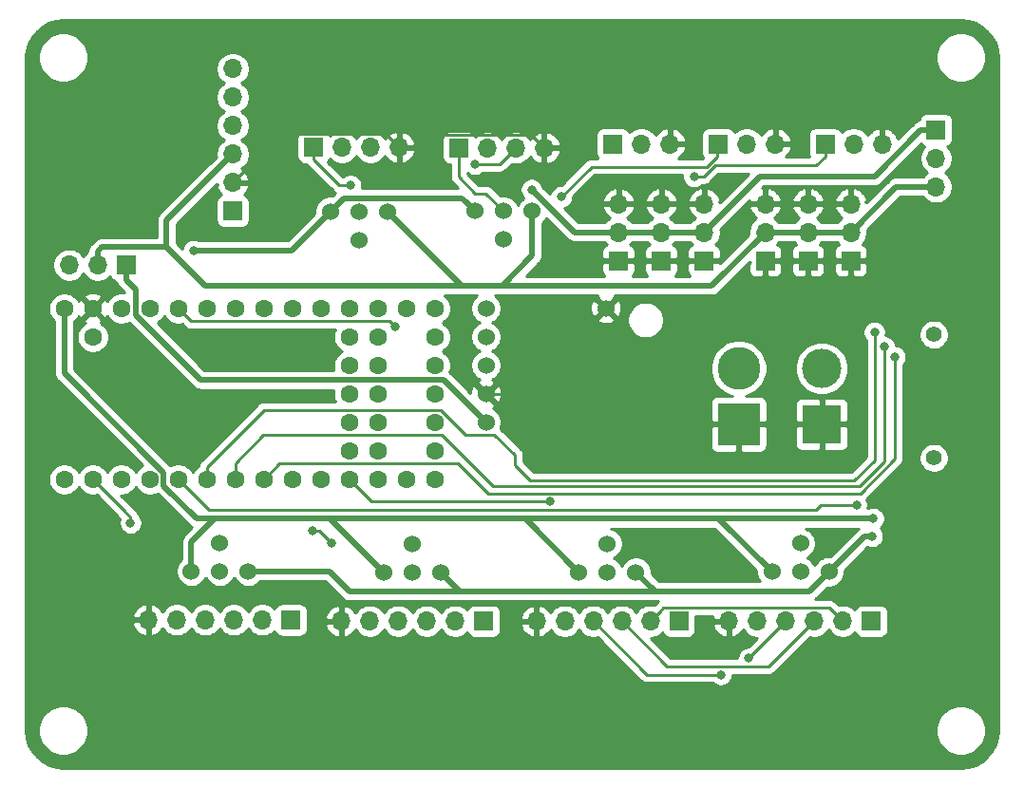
<source format=gbl>
G04 #@! TF.GenerationSoftware,KiCad,Pcbnew,(5.1.5)-3*
G04 #@! TF.CreationDate,2021-10-17T14:29:03-07:00*
G04 #@! TF.ProjectId,teensy_breakout,7465656e-7379-45f6-9272-65616b6f7574,rev?*
G04 #@! TF.SameCoordinates,Original*
G04 #@! TF.FileFunction,Copper,L2,Bot*
G04 #@! TF.FilePolarity,Positive*
%FSLAX46Y46*%
G04 Gerber Fmt 4.6, Leading zero omitted, Abs format (unit mm)*
G04 Created by KiCad (PCBNEW (5.1.5)-3) date 2021-10-17 14:29:03*
%MOMM*%
%LPD*%
G04 APERTURE LIST*
%ADD10O,1.700000X1.700000*%
%ADD11R,1.700000X1.700000*%
%ADD12C,1.524000*%
%ADD13C,1.600000*%
%ADD14C,3.800000*%
%ADD15R,3.800000X3.800000*%
%ADD16C,3.500000*%
%ADD17R,3.500000X3.500000*%
%ADD18C,1.400000*%
%ADD19C,0.800000*%
%ADD20C,0.250000*%
%ADD21C,0.500000*%
%ADD22C,0.254000*%
G04 APERTURE END LIST*
D10*
X177789840Y-111526320D03*
X177789840Y-108986320D03*
D11*
X177789840Y-106446320D03*
D10*
X170180000Y-113030000D03*
X170180000Y-115570000D03*
D11*
X170180000Y-118110000D03*
D10*
X172974000Y-107696000D03*
X170434000Y-107696000D03*
D11*
X167894000Y-107696000D03*
D10*
X163449000Y-107696000D03*
X160909000Y-107696000D03*
D11*
X158369000Y-107696000D03*
D10*
X154051000Y-107696000D03*
X151511000Y-107696000D03*
D11*
X148971000Y-107696000D03*
D10*
X149479000Y-113030000D03*
X149479000Y-115570000D03*
D11*
X149479000Y-118110000D03*
D10*
X162560000Y-113030000D03*
X162560000Y-115570000D03*
D11*
X162560000Y-118110000D03*
D10*
X153289000Y-113030000D03*
X153289000Y-115570000D03*
D11*
X153289000Y-118110000D03*
D12*
X111410000Y-145810000D03*
X113950000Y-143270000D03*
X116490000Y-145810000D03*
X113950000Y-145810000D03*
D13*
X125490000Y-135080000D03*
X128030000Y-135080000D03*
X125490000Y-132540000D03*
X128030000Y-132540000D03*
X125490000Y-130000000D03*
X128030000Y-130000000D03*
X125490000Y-127460000D03*
X128030000Y-127460000D03*
X125490000Y-124920000D03*
X128030000Y-124920000D03*
X100090000Y-137620000D03*
X102630000Y-137620000D03*
X105170000Y-137620000D03*
X107710000Y-137620000D03*
X110250000Y-137620000D03*
X112790000Y-137620000D03*
X115330000Y-137620000D03*
X117870000Y-137620000D03*
X120410000Y-137620000D03*
X122950000Y-137620000D03*
X125490000Y-137620000D03*
X128030000Y-137620000D03*
X130570000Y-137620000D03*
X102630000Y-124920000D03*
X100090000Y-122380000D03*
X102630000Y-122380000D03*
X105170000Y-122380000D03*
X107710000Y-122380000D03*
X110250000Y-122380000D03*
X112790000Y-122380000D03*
X115330000Y-122380000D03*
X117870000Y-122380000D03*
X120410000Y-122380000D03*
X122950000Y-122380000D03*
X125490000Y-122380000D03*
X128030000Y-122380000D03*
X130570000Y-122380000D03*
X133110000Y-137620000D03*
X133110000Y-135080000D03*
X133110000Y-132540000D03*
X133110000Y-122380000D03*
X133110000Y-124920000D03*
X133110000Y-127460000D03*
X133110000Y-130000000D03*
D10*
X115100000Y-101000000D03*
X115100000Y-103540000D03*
X115100000Y-106080000D03*
X115100000Y-108620000D03*
X115100000Y-111160000D03*
D11*
X115100000Y-113700000D03*
D14*
X160200000Y-127700000D03*
D15*
X160200000Y-132700000D03*
D12*
X163160000Y-145860000D03*
X165700000Y-143320000D03*
X168240000Y-145860000D03*
X165700000Y-145860000D03*
X145960000Y-145890000D03*
X148500000Y-143350000D03*
X151040000Y-145890000D03*
X148500000Y-145890000D03*
D10*
X142160000Y-150250000D03*
X144700000Y-150250000D03*
X147240000Y-150250000D03*
X149780000Y-150250000D03*
X152320000Y-150250000D03*
D11*
X154860000Y-150250000D03*
D10*
X159320000Y-150250000D03*
X161860000Y-150250000D03*
X164400000Y-150250000D03*
X166940000Y-150250000D03*
X169480000Y-150250000D03*
D11*
X172020000Y-150250000D03*
D12*
X128560000Y-145890000D03*
X131100000Y-143350000D03*
X133640000Y-145890000D03*
X131100000Y-145890000D03*
D10*
X107580000Y-150150000D03*
X110120000Y-150150000D03*
X112660000Y-150150000D03*
X115200000Y-150150000D03*
X117740000Y-150150000D03*
D11*
X120280000Y-150150000D03*
D10*
X124780000Y-150250000D03*
X127320000Y-150250000D03*
X129860000Y-150250000D03*
X132400000Y-150250000D03*
X134940000Y-150250000D03*
D11*
X137480000Y-150250000D03*
D12*
X128890000Y-113740000D03*
X126350000Y-116280000D03*
X123810000Y-113740000D03*
X126350000Y-113740000D03*
X141790000Y-113700000D03*
X139250000Y-116240000D03*
X136710000Y-113700000D03*
X139250000Y-113700000D03*
D10*
X129920000Y-108000000D03*
X127380000Y-108000000D03*
X124840000Y-108000000D03*
D11*
X122300000Y-108000000D03*
D10*
X142870000Y-108050000D03*
X140330000Y-108050000D03*
X137790000Y-108050000D03*
D11*
X135250000Y-108050000D03*
D10*
X157099000Y-113030000D03*
X157099000Y-115570000D03*
D11*
X157099000Y-118110000D03*
D10*
X166370000Y-113030000D03*
X166370000Y-115570000D03*
D11*
X166370000Y-118110000D03*
D12*
X148360000Y-122370000D03*
X137670000Y-132530000D03*
X137670000Y-129990000D03*
X137670000Y-127450000D03*
X137670000Y-124910000D03*
X137670000Y-122370000D03*
D16*
X167600000Y-127700000D03*
D17*
X167600000Y-132700000D03*
D18*
X177600000Y-124700000D03*
X177600000Y-135700000D03*
D10*
X100520000Y-118500000D03*
X103060000Y-118500000D03*
D11*
X105600000Y-118500000D03*
D19*
X157800000Y-143500000D03*
X155400000Y-145800000D03*
X107800000Y-126000000D03*
X145542000Y-134112000D03*
X152908000Y-134112000D03*
X164846000Y-123190000D03*
X110998000Y-132334000D03*
X119126000Y-111506000D03*
X119126000Y-102108000D03*
X139700000Y-101346000D03*
X126746000Y-101092000D03*
X112067501Y-124767501D03*
X100584000Y-144272000D03*
X100838000Y-149606000D03*
X100838000Y-154178000D03*
X105664000Y-159766000D03*
X114300000Y-159512000D03*
X131572000Y-159766000D03*
X148844000Y-159512000D03*
X166370000Y-159512000D03*
X178816000Y-151892000D03*
X139954000Y-155702000D03*
X122936000Y-155448000D03*
X157226000Y-151892000D03*
X168148000Y-143256000D03*
X177546000Y-129794000D03*
X108458000Y-108966000D03*
X103378000Y-105664000D03*
X108712000Y-102108000D03*
X100330000Y-132080000D03*
X108712000Y-141478000D03*
X123190000Y-130048000D03*
X141986000Y-124206000D03*
X151638000Y-101473000D03*
X161036000Y-101346000D03*
X170815000Y-101473000D03*
X172200000Y-141100000D03*
X111600000Y-117200000D03*
X172100000Y-142700000D03*
X141732000Y-111760000D03*
X136700000Y-109500000D03*
X125600000Y-111400000D03*
X123900000Y-143300000D03*
X122225000Y-142200000D03*
X106000000Y-141500000D03*
X158600000Y-155025000D03*
X161100000Y-153575000D03*
X143400000Y-139600000D03*
X144399000Y-112395000D03*
X129540000Y-123952000D03*
X156210000Y-110617000D03*
X170700000Y-139900000D03*
X172300000Y-124500000D03*
X173200000Y-125800000D03*
X174100000Y-126700000D03*
D20*
X128744999Y-106824999D02*
X129070001Y-107150001D01*
X129070001Y-107150001D02*
X129920000Y-108000000D01*
X119435001Y-106824999D02*
X128744999Y-106824999D01*
X115100000Y-111160000D02*
X119435001Y-106824999D01*
X141694999Y-106874999D02*
X142020001Y-107200001D01*
X142020001Y-107200001D02*
X142870000Y-108050000D01*
X132247082Y-106874999D02*
X141694999Y-106874999D01*
X131122081Y-108000000D02*
X132247082Y-106874999D01*
X129920000Y-108000000D02*
X131122081Y-108000000D01*
X140740000Y-129990000D02*
X148360000Y-122370000D01*
X137670000Y-129990000D02*
X140740000Y-129990000D01*
X157800000Y-143500000D02*
X155500000Y-145800000D01*
X155500000Y-145800000D02*
X155400000Y-145800000D01*
X106250000Y-126000000D02*
X102630000Y-122380000D01*
X107800000Y-126000000D02*
X106250000Y-126000000D01*
D21*
X103060000Y-117297919D02*
X103457919Y-116900000D01*
X103060000Y-118500000D02*
X103060000Y-117297919D01*
X103457919Y-116900000D02*
X109200000Y-116900000D01*
X109200000Y-116900000D02*
X112650001Y-120350001D01*
X109200000Y-114520000D02*
X109200000Y-116900000D01*
X115100000Y-108620000D02*
X109200000Y-114520000D01*
X135550001Y-120350001D02*
X135500001Y-120350001D01*
X135500001Y-120350001D02*
X128890000Y-113740000D01*
X112650001Y-120350001D02*
X135550001Y-120350001D01*
X111410000Y-145810000D02*
X111410000Y-143190000D01*
X111410000Y-143190000D02*
X113500000Y-141100000D01*
X155800000Y-141100000D02*
X158400000Y-141100000D01*
X155800000Y-141100000D02*
X172200000Y-141100000D01*
X158400000Y-141100000D02*
X163160000Y-145860000D01*
X138100000Y-141100000D02*
X141170000Y-141100000D01*
X141170000Y-141100000D02*
X145960000Y-145890000D01*
X138100000Y-141100000D02*
X155800000Y-141100000D01*
X122800000Y-141100000D02*
X123770000Y-141100000D01*
X123770000Y-141100000D02*
X128560000Y-145890000D01*
X122800000Y-141100000D02*
X138100000Y-141100000D01*
X113500000Y-141100000D02*
X122800000Y-141100000D01*
X113500000Y-141100000D02*
X111879998Y-141100000D01*
X111879998Y-141100000D02*
X108960001Y-138180003D01*
X108960001Y-137019999D02*
X108960001Y-138180003D01*
X100090000Y-128149998D02*
X108960001Y-137019999D01*
X100090000Y-122380000D02*
X100090000Y-128149998D01*
X141790000Y-113700000D02*
X141790000Y-117671000D01*
X139110999Y-120350001D02*
X135500001Y-120350001D01*
X141790000Y-117671000D02*
X139110999Y-120350001D01*
X157779999Y-120350001D02*
X162560000Y-115570000D01*
X139110999Y-120350001D02*
X157779999Y-120350001D01*
X162560000Y-115570000D02*
X166370000Y-115570000D01*
X166370000Y-115570000D02*
X170180000Y-115570000D01*
X174223680Y-111526320D02*
X177789840Y-111526320D01*
X170180000Y-115570000D02*
X174223680Y-111526320D01*
X120350000Y-117200000D02*
X123810000Y-113740000D01*
X111600000Y-117200000D02*
X120350000Y-117200000D01*
X135948001Y-112938001D02*
X136710000Y-113700000D01*
X125022001Y-112527999D02*
X135537999Y-112527999D01*
X135537999Y-112527999D02*
X135948001Y-112938001D01*
X123810000Y-113740000D02*
X125022001Y-112527999D01*
X166500000Y-147600000D02*
X168240000Y-145860000D01*
X117567630Y-145810000D02*
X117577630Y-145800000D01*
X116490000Y-145810000D02*
X117567630Y-145810000D01*
X117577630Y-145800000D02*
X123700000Y-145800000D01*
X123700000Y-145800000D02*
X125500000Y-147600000D01*
X168240000Y-145860000D02*
X171400000Y-142700000D01*
X171400000Y-142700000D02*
X172100000Y-142700000D01*
X152750000Y-147600000D02*
X151040000Y-145890000D01*
X166500000Y-147600000D02*
X152750000Y-147600000D01*
X135350000Y-147600000D02*
X133640000Y-145890000D01*
X136200000Y-147600000D02*
X166500000Y-147600000D01*
X136200000Y-147600000D02*
X135350000Y-147600000D01*
X125500000Y-147600000D02*
X136200000Y-147600000D01*
X145542000Y-115570000D02*
X149479000Y-115570000D01*
X141732000Y-111760000D02*
X145542000Y-115570000D01*
X149479000Y-115570000D02*
X153289000Y-115570000D01*
X153289000Y-115570000D02*
X157099000Y-115570000D01*
X176439840Y-106446320D02*
X172309800Y-110576360D01*
X177789840Y-106446320D02*
X176439840Y-106446320D01*
X162092640Y-110576360D02*
X157099000Y-115570000D01*
X172309800Y-110576360D02*
X162092640Y-110576360D01*
D20*
X138880000Y-109500000D02*
X140330000Y-108050000D01*
X136700000Y-109500000D02*
X138880000Y-109500000D01*
X139250000Y-113700000D02*
X137650000Y-112100000D01*
X137650000Y-112100000D02*
X136700000Y-112100000D01*
X135250000Y-110650000D02*
X135250000Y-108050000D01*
X136700000Y-112100000D02*
X135250000Y-110650000D01*
X122300000Y-109100000D02*
X122300000Y-108000000D01*
X124600000Y-111400000D02*
X122300000Y-109100000D01*
X125600000Y-111400000D02*
X124600000Y-111400000D01*
X122800000Y-142200000D02*
X123900000Y-143300000D01*
X122225000Y-142200000D02*
X122800000Y-142200000D01*
X105410000Y-140400000D02*
X102630000Y-137620000D01*
X105410000Y-140400000D02*
X105410000Y-140410000D01*
X105410000Y-140410000D02*
X106000000Y-141000000D01*
X106000000Y-141000000D02*
X106000000Y-141500000D01*
X153495001Y-149074999D02*
X153169999Y-149400001D01*
X168304999Y-149074999D02*
X153495001Y-149074999D01*
X153169999Y-149400001D02*
X152320000Y-150250000D01*
X169480000Y-150250000D02*
X168304999Y-149074999D01*
X166940000Y-150250000D02*
X162890000Y-154300000D01*
X153830000Y-154300000D02*
X149780000Y-150250000D01*
X162890000Y-154300000D02*
X153830000Y-154300000D01*
X147240000Y-150250000D02*
X152015000Y-155025000D01*
X152015000Y-155025000D02*
X158600000Y-155025000D01*
X164400000Y-150275000D02*
X164400000Y-150250000D01*
X161100000Y-153575000D02*
X164400000Y-150275000D01*
X125490000Y-137620000D02*
X127470000Y-139600000D01*
X127470000Y-139600000D02*
X143400000Y-139600000D01*
X144399000Y-112395000D02*
X147066000Y-109728000D01*
X158242000Y-108796000D02*
X158242000Y-107696000D01*
X157310000Y-109728000D02*
X158242000Y-108796000D01*
X147066000Y-109728000D02*
X157310000Y-109728000D01*
X129093001Y-123505001D02*
X129540000Y-123952000D01*
X110250000Y-122380000D02*
X111375001Y-123505001D01*
X111375001Y-123505001D02*
X129093001Y-123505001D01*
X157057410Y-110617000D02*
X158073410Y-109601000D01*
X156210000Y-110617000D02*
X157057410Y-110617000D01*
X167894000Y-108796000D02*
X167894000Y-107696000D01*
X167089000Y-109601000D02*
X167894000Y-108796000D01*
X158073410Y-109601000D02*
X167089000Y-109601000D01*
X112955001Y-140325001D02*
X111049999Y-138419999D01*
X167086237Y-140325001D02*
X112955001Y-140325001D01*
X111049999Y-138419999D02*
X110250000Y-137620000D01*
X167511238Y-139900000D02*
X167086237Y-140325001D01*
X170700000Y-139900000D02*
X167511238Y-139900000D01*
X133650001Y-131414999D02*
X117863631Y-131414999D01*
X135852003Y-133617001D02*
X133650001Y-131414999D01*
X112790000Y-136488630D02*
X112790000Y-137620000D01*
X140265001Y-136365001D02*
X140265001Y-135465001D01*
X140265001Y-135465001D02*
X138417001Y-133617001D01*
X141600000Y-137700000D02*
X140265001Y-136365001D01*
X117863631Y-131414999D02*
X112790000Y-136488630D01*
X170500000Y-137700000D02*
X141600000Y-137700000D01*
X172300000Y-135900000D02*
X170500000Y-137700000D01*
X138417001Y-133617001D02*
X135852003Y-133617001D01*
X172300000Y-124500000D02*
X172300000Y-135900000D01*
X173200000Y-136000000D02*
X173200000Y-125800000D01*
X171000000Y-138200000D02*
X173200000Y-136000000D01*
X115330000Y-137620000D02*
X115330000Y-136170000D01*
X115330000Y-136170000D02*
X117834999Y-133665001D01*
X138300000Y-138200000D02*
X171000000Y-138200000D01*
X117834999Y-133665001D02*
X133765001Y-133665001D01*
X133765001Y-133665001D02*
X138300000Y-138200000D01*
X119284999Y-136205001D02*
X135205001Y-136205001D01*
X117870000Y-137620000D02*
X119284999Y-136205001D01*
X137874999Y-138874999D02*
X171025001Y-138874999D01*
X135205001Y-136205001D02*
X137874999Y-138874999D01*
X171025001Y-138874999D02*
X174100000Y-135800000D01*
X174100000Y-135800000D02*
X174100000Y-126700000D01*
D21*
X105600000Y-119850000D02*
X105600000Y-118500000D01*
X106459999Y-120709999D02*
X105600000Y-119850000D01*
X106459999Y-122980001D02*
X106459999Y-120709999D01*
X112229997Y-128749999D02*
X106459999Y-122980001D01*
X133889999Y-128749999D02*
X112229997Y-128749999D01*
X137670000Y-132530000D02*
X133889999Y-128749999D01*
D22*
G36*
X180648126Y-96726714D02*
G01*
X181271572Y-96914943D01*
X181846579Y-97220681D01*
X182351247Y-97632279D01*
X182766362Y-98134067D01*
X183076105Y-98706924D01*
X183268682Y-99329039D01*
X183340001Y-100007594D01*
X183340000Y-159967721D01*
X183273286Y-160648126D01*
X183085057Y-161271570D01*
X182779323Y-161846573D01*
X182367721Y-162351248D01*
X181865933Y-162766362D01*
X181293077Y-163076104D01*
X180670961Y-163268682D01*
X179992417Y-163340000D01*
X100032279Y-163340000D01*
X99351874Y-163273286D01*
X98728430Y-163085057D01*
X98153427Y-162779323D01*
X97648752Y-162367721D01*
X97233638Y-161865933D01*
X96923896Y-161293077D01*
X96731318Y-160670961D01*
X96660000Y-159992417D01*
X96660000Y-159779872D01*
X97765000Y-159779872D01*
X97765000Y-160220128D01*
X97850890Y-160651925D01*
X98019369Y-161058669D01*
X98263962Y-161424729D01*
X98575271Y-161736038D01*
X98941331Y-161980631D01*
X99348075Y-162149110D01*
X99779872Y-162235000D01*
X100220128Y-162235000D01*
X100651925Y-162149110D01*
X101058669Y-161980631D01*
X101424729Y-161736038D01*
X101736038Y-161424729D01*
X101980631Y-161058669D01*
X102149110Y-160651925D01*
X102235000Y-160220128D01*
X102235000Y-159779872D01*
X177765000Y-159779872D01*
X177765000Y-160220128D01*
X177850890Y-160651925D01*
X178019369Y-161058669D01*
X178263962Y-161424729D01*
X178575271Y-161736038D01*
X178941331Y-161980631D01*
X179348075Y-162149110D01*
X179779872Y-162235000D01*
X180220128Y-162235000D01*
X180651925Y-162149110D01*
X181058669Y-161980631D01*
X181424729Y-161736038D01*
X181736038Y-161424729D01*
X181980631Y-161058669D01*
X182149110Y-160651925D01*
X182235000Y-160220128D01*
X182235000Y-159779872D01*
X182149110Y-159348075D01*
X181980631Y-158941331D01*
X181736038Y-158575271D01*
X181424729Y-158263962D01*
X181058669Y-158019369D01*
X180651925Y-157850890D01*
X180220128Y-157765000D01*
X179779872Y-157765000D01*
X179348075Y-157850890D01*
X178941331Y-158019369D01*
X178575271Y-158263962D01*
X178263962Y-158575271D01*
X178019369Y-158941331D01*
X177850890Y-159348075D01*
X177765000Y-159779872D01*
X102235000Y-159779872D01*
X102149110Y-159348075D01*
X101980631Y-158941331D01*
X101736038Y-158575271D01*
X101424729Y-158263962D01*
X101058669Y-158019369D01*
X100651925Y-157850890D01*
X100220128Y-157765000D01*
X99779872Y-157765000D01*
X99348075Y-157850890D01*
X98941331Y-158019369D01*
X98575271Y-158263962D01*
X98263962Y-158575271D01*
X98019369Y-158941331D01*
X97850890Y-159348075D01*
X97765000Y-159779872D01*
X96660000Y-159779872D01*
X96660000Y-150506891D01*
X106138519Y-150506891D01*
X106235843Y-150781252D01*
X106384822Y-151031355D01*
X106579731Y-151247588D01*
X106813080Y-151421641D01*
X107075901Y-151546825D01*
X107223110Y-151591476D01*
X107453000Y-151470155D01*
X107453000Y-150277000D01*
X106259186Y-150277000D01*
X106138519Y-150506891D01*
X96660000Y-150506891D01*
X96660000Y-149793109D01*
X106138519Y-149793109D01*
X106259186Y-150023000D01*
X107453000Y-150023000D01*
X107453000Y-148829845D01*
X107707000Y-148829845D01*
X107707000Y-150023000D01*
X107727000Y-150023000D01*
X107727000Y-150277000D01*
X107707000Y-150277000D01*
X107707000Y-151470155D01*
X107936890Y-151591476D01*
X108084099Y-151546825D01*
X108346920Y-151421641D01*
X108580269Y-151247588D01*
X108775178Y-151031355D01*
X108844805Y-150914466D01*
X108966525Y-151096632D01*
X109173368Y-151303475D01*
X109416589Y-151465990D01*
X109686842Y-151577932D01*
X109973740Y-151635000D01*
X110266260Y-151635000D01*
X110553158Y-151577932D01*
X110823411Y-151465990D01*
X111066632Y-151303475D01*
X111273475Y-151096632D01*
X111390000Y-150922240D01*
X111506525Y-151096632D01*
X111713368Y-151303475D01*
X111956589Y-151465990D01*
X112226842Y-151577932D01*
X112513740Y-151635000D01*
X112806260Y-151635000D01*
X113093158Y-151577932D01*
X113363411Y-151465990D01*
X113606632Y-151303475D01*
X113813475Y-151096632D01*
X113930000Y-150922240D01*
X114046525Y-151096632D01*
X114253368Y-151303475D01*
X114496589Y-151465990D01*
X114766842Y-151577932D01*
X115053740Y-151635000D01*
X115346260Y-151635000D01*
X115633158Y-151577932D01*
X115903411Y-151465990D01*
X116146632Y-151303475D01*
X116353475Y-151096632D01*
X116470000Y-150922240D01*
X116586525Y-151096632D01*
X116793368Y-151303475D01*
X117036589Y-151465990D01*
X117306842Y-151577932D01*
X117593740Y-151635000D01*
X117886260Y-151635000D01*
X118173158Y-151577932D01*
X118443411Y-151465990D01*
X118686632Y-151303475D01*
X118818487Y-151171620D01*
X118840498Y-151244180D01*
X118899463Y-151354494D01*
X118978815Y-151451185D01*
X119075506Y-151530537D01*
X119185820Y-151589502D01*
X119305518Y-151625812D01*
X119430000Y-151638072D01*
X121130000Y-151638072D01*
X121254482Y-151625812D01*
X121374180Y-151589502D01*
X121484494Y-151530537D01*
X121581185Y-151451185D01*
X121660537Y-151354494D01*
X121719502Y-151244180D01*
X121755812Y-151124482D01*
X121768072Y-151000000D01*
X121768072Y-150606891D01*
X123338519Y-150606891D01*
X123435843Y-150881252D01*
X123584822Y-151131355D01*
X123779731Y-151347588D01*
X124013080Y-151521641D01*
X124275901Y-151646825D01*
X124423110Y-151691476D01*
X124653000Y-151570155D01*
X124653000Y-150377000D01*
X123459186Y-150377000D01*
X123338519Y-150606891D01*
X121768072Y-150606891D01*
X121768072Y-149893109D01*
X123338519Y-149893109D01*
X123459186Y-150123000D01*
X124653000Y-150123000D01*
X124653000Y-148929845D01*
X124907000Y-148929845D01*
X124907000Y-150123000D01*
X124927000Y-150123000D01*
X124927000Y-150377000D01*
X124907000Y-150377000D01*
X124907000Y-151570155D01*
X125136890Y-151691476D01*
X125284099Y-151646825D01*
X125546920Y-151521641D01*
X125780269Y-151347588D01*
X125975178Y-151131355D01*
X126044805Y-151014466D01*
X126166525Y-151196632D01*
X126373368Y-151403475D01*
X126616589Y-151565990D01*
X126886842Y-151677932D01*
X127173740Y-151735000D01*
X127466260Y-151735000D01*
X127753158Y-151677932D01*
X128023411Y-151565990D01*
X128266632Y-151403475D01*
X128473475Y-151196632D01*
X128590000Y-151022240D01*
X128706525Y-151196632D01*
X128913368Y-151403475D01*
X129156589Y-151565990D01*
X129426842Y-151677932D01*
X129713740Y-151735000D01*
X130006260Y-151735000D01*
X130293158Y-151677932D01*
X130563411Y-151565990D01*
X130806632Y-151403475D01*
X131013475Y-151196632D01*
X131130000Y-151022240D01*
X131246525Y-151196632D01*
X131453368Y-151403475D01*
X131696589Y-151565990D01*
X131966842Y-151677932D01*
X132253740Y-151735000D01*
X132546260Y-151735000D01*
X132833158Y-151677932D01*
X133103411Y-151565990D01*
X133346632Y-151403475D01*
X133553475Y-151196632D01*
X133670000Y-151022240D01*
X133786525Y-151196632D01*
X133993368Y-151403475D01*
X134236589Y-151565990D01*
X134506842Y-151677932D01*
X134793740Y-151735000D01*
X135086260Y-151735000D01*
X135373158Y-151677932D01*
X135643411Y-151565990D01*
X135886632Y-151403475D01*
X136018487Y-151271620D01*
X136040498Y-151344180D01*
X136099463Y-151454494D01*
X136178815Y-151551185D01*
X136275506Y-151630537D01*
X136385820Y-151689502D01*
X136505518Y-151725812D01*
X136630000Y-151738072D01*
X138330000Y-151738072D01*
X138454482Y-151725812D01*
X138574180Y-151689502D01*
X138684494Y-151630537D01*
X138781185Y-151551185D01*
X138860537Y-151454494D01*
X138919502Y-151344180D01*
X138955812Y-151224482D01*
X138968072Y-151100000D01*
X138968072Y-150606891D01*
X140718519Y-150606891D01*
X140815843Y-150881252D01*
X140964822Y-151131355D01*
X141159731Y-151347588D01*
X141393080Y-151521641D01*
X141655901Y-151646825D01*
X141803110Y-151691476D01*
X142033000Y-151570155D01*
X142033000Y-150377000D01*
X140839186Y-150377000D01*
X140718519Y-150606891D01*
X138968072Y-150606891D01*
X138968072Y-149893109D01*
X140718519Y-149893109D01*
X140839186Y-150123000D01*
X142033000Y-150123000D01*
X142033000Y-148929845D01*
X141803110Y-148808524D01*
X141655901Y-148853175D01*
X141393080Y-148978359D01*
X141159731Y-149152412D01*
X140964822Y-149368645D01*
X140815843Y-149618748D01*
X140718519Y-149893109D01*
X138968072Y-149893109D01*
X138968072Y-149400000D01*
X138955812Y-149275518D01*
X138919502Y-149155820D01*
X138860537Y-149045506D01*
X138781185Y-148948815D01*
X138684494Y-148869463D01*
X138574180Y-148810498D01*
X138454482Y-148774188D01*
X138330000Y-148761928D01*
X136630000Y-148761928D01*
X136505518Y-148774188D01*
X136385820Y-148810498D01*
X136275506Y-148869463D01*
X136178815Y-148948815D01*
X136099463Y-149045506D01*
X136040498Y-149155820D01*
X136018487Y-149228380D01*
X135886632Y-149096525D01*
X135643411Y-148934010D01*
X135373158Y-148822068D01*
X135086260Y-148765000D01*
X134793740Y-148765000D01*
X134506842Y-148822068D01*
X134236589Y-148934010D01*
X133993368Y-149096525D01*
X133786525Y-149303368D01*
X133670000Y-149477760D01*
X133553475Y-149303368D01*
X133346632Y-149096525D01*
X133103411Y-148934010D01*
X132833158Y-148822068D01*
X132546260Y-148765000D01*
X132253740Y-148765000D01*
X131966842Y-148822068D01*
X131696589Y-148934010D01*
X131453368Y-149096525D01*
X131246525Y-149303368D01*
X131130000Y-149477760D01*
X131013475Y-149303368D01*
X130806632Y-149096525D01*
X130563411Y-148934010D01*
X130293158Y-148822068D01*
X130006260Y-148765000D01*
X129713740Y-148765000D01*
X129426842Y-148822068D01*
X129156589Y-148934010D01*
X128913368Y-149096525D01*
X128706525Y-149303368D01*
X128590000Y-149477760D01*
X128473475Y-149303368D01*
X128266632Y-149096525D01*
X128023411Y-148934010D01*
X127753158Y-148822068D01*
X127466260Y-148765000D01*
X127173740Y-148765000D01*
X126886842Y-148822068D01*
X126616589Y-148934010D01*
X126373368Y-149096525D01*
X126166525Y-149303368D01*
X126044805Y-149485534D01*
X125975178Y-149368645D01*
X125780269Y-149152412D01*
X125546920Y-148978359D01*
X125284099Y-148853175D01*
X125136890Y-148808524D01*
X124907000Y-148929845D01*
X124653000Y-148929845D01*
X124423110Y-148808524D01*
X124275901Y-148853175D01*
X124013080Y-148978359D01*
X123779731Y-149152412D01*
X123584822Y-149368645D01*
X123435843Y-149618748D01*
X123338519Y-149893109D01*
X121768072Y-149893109D01*
X121768072Y-149300000D01*
X121755812Y-149175518D01*
X121719502Y-149055820D01*
X121660537Y-148945506D01*
X121581185Y-148848815D01*
X121484494Y-148769463D01*
X121374180Y-148710498D01*
X121254482Y-148674188D01*
X121130000Y-148661928D01*
X119430000Y-148661928D01*
X119305518Y-148674188D01*
X119185820Y-148710498D01*
X119075506Y-148769463D01*
X118978815Y-148848815D01*
X118899463Y-148945506D01*
X118840498Y-149055820D01*
X118818487Y-149128380D01*
X118686632Y-148996525D01*
X118443411Y-148834010D01*
X118173158Y-148722068D01*
X117886260Y-148665000D01*
X117593740Y-148665000D01*
X117306842Y-148722068D01*
X117036589Y-148834010D01*
X116793368Y-148996525D01*
X116586525Y-149203368D01*
X116470000Y-149377760D01*
X116353475Y-149203368D01*
X116146632Y-148996525D01*
X115903411Y-148834010D01*
X115633158Y-148722068D01*
X115346260Y-148665000D01*
X115053740Y-148665000D01*
X114766842Y-148722068D01*
X114496589Y-148834010D01*
X114253368Y-148996525D01*
X114046525Y-149203368D01*
X113930000Y-149377760D01*
X113813475Y-149203368D01*
X113606632Y-148996525D01*
X113363411Y-148834010D01*
X113093158Y-148722068D01*
X112806260Y-148665000D01*
X112513740Y-148665000D01*
X112226842Y-148722068D01*
X111956589Y-148834010D01*
X111713368Y-148996525D01*
X111506525Y-149203368D01*
X111390000Y-149377760D01*
X111273475Y-149203368D01*
X111066632Y-148996525D01*
X110823411Y-148834010D01*
X110553158Y-148722068D01*
X110266260Y-148665000D01*
X109973740Y-148665000D01*
X109686842Y-148722068D01*
X109416589Y-148834010D01*
X109173368Y-148996525D01*
X108966525Y-149203368D01*
X108844805Y-149385534D01*
X108775178Y-149268645D01*
X108580269Y-149052412D01*
X108346920Y-148878359D01*
X108084099Y-148753175D01*
X107936890Y-148708524D01*
X107707000Y-148829845D01*
X107453000Y-148829845D01*
X107223110Y-148708524D01*
X107075901Y-148753175D01*
X106813080Y-148878359D01*
X106579731Y-149052412D01*
X106384822Y-149268645D01*
X106235843Y-149518748D01*
X106138519Y-149793109D01*
X96660000Y-149793109D01*
X96660000Y-122238665D01*
X98655000Y-122238665D01*
X98655000Y-122521335D01*
X98710147Y-122798574D01*
X98818320Y-123059727D01*
X98975363Y-123294759D01*
X99175241Y-123494637D01*
X99205000Y-123514521D01*
X99205001Y-128106519D01*
X99200719Y-128149998D01*
X99217805Y-128323488D01*
X99268412Y-128490311D01*
X99350590Y-128644057D01*
X99433468Y-128745044D01*
X99433471Y-128745047D01*
X99461184Y-128778815D01*
X99494952Y-128806528D01*
X107034848Y-136346425D01*
X107030273Y-136348320D01*
X106795241Y-136505363D01*
X106595363Y-136705241D01*
X106440000Y-136937759D01*
X106284637Y-136705241D01*
X106084759Y-136505363D01*
X105849727Y-136348320D01*
X105588574Y-136240147D01*
X105311335Y-136185000D01*
X105028665Y-136185000D01*
X104751426Y-136240147D01*
X104490273Y-136348320D01*
X104255241Y-136505363D01*
X104055363Y-136705241D01*
X103900000Y-136937759D01*
X103744637Y-136705241D01*
X103544759Y-136505363D01*
X103309727Y-136348320D01*
X103048574Y-136240147D01*
X102771335Y-136185000D01*
X102488665Y-136185000D01*
X102211426Y-136240147D01*
X101950273Y-136348320D01*
X101715241Y-136505363D01*
X101515363Y-136705241D01*
X101360000Y-136937759D01*
X101204637Y-136705241D01*
X101004759Y-136505363D01*
X100769727Y-136348320D01*
X100508574Y-136240147D01*
X100231335Y-136185000D01*
X99948665Y-136185000D01*
X99671426Y-136240147D01*
X99410273Y-136348320D01*
X99175241Y-136505363D01*
X98975363Y-136705241D01*
X98818320Y-136940273D01*
X98710147Y-137201426D01*
X98655000Y-137478665D01*
X98655000Y-137761335D01*
X98710147Y-138038574D01*
X98818320Y-138299727D01*
X98975363Y-138534759D01*
X99175241Y-138734637D01*
X99410273Y-138891680D01*
X99671426Y-138999853D01*
X99948665Y-139055000D01*
X100231335Y-139055000D01*
X100508574Y-138999853D01*
X100769727Y-138891680D01*
X101004759Y-138734637D01*
X101204637Y-138534759D01*
X101360000Y-138302241D01*
X101515363Y-138534759D01*
X101715241Y-138734637D01*
X101950273Y-138891680D01*
X102211426Y-138999853D01*
X102488665Y-139055000D01*
X102771335Y-139055000D01*
X102953886Y-139018688D01*
X104800435Y-140865237D01*
X104869999Y-140950001D01*
X104899001Y-140973802D01*
X105039490Y-141114291D01*
X105004774Y-141198102D01*
X104965000Y-141398061D01*
X104965000Y-141601939D01*
X105004774Y-141801898D01*
X105082795Y-141990256D01*
X105196063Y-142159774D01*
X105340226Y-142303937D01*
X105509744Y-142417205D01*
X105698102Y-142495226D01*
X105898061Y-142535000D01*
X106101939Y-142535000D01*
X106301898Y-142495226D01*
X106490256Y-142417205D01*
X106659774Y-142303937D01*
X106803937Y-142159774D01*
X106917205Y-141990256D01*
X106995226Y-141801898D01*
X107035000Y-141601939D01*
X107035000Y-141398061D01*
X106995226Y-141198102D01*
X106917205Y-141009744D01*
X106803937Y-140840226D01*
X106720386Y-140756675D01*
X106705546Y-140707753D01*
X106702602Y-140702246D01*
X106634974Y-140575723D01*
X106563799Y-140488997D01*
X106540001Y-140459999D01*
X106511004Y-140436202D01*
X106019569Y-139944768D01*
X105950001Y-139859999D01*
X105921004Y-139836202D01*
X105139802Y-139055000D01*
X105311335Y-139055000D01*
X105588574Y-138999853D01*
X105849727Y-138891680D01*
X106084759Y-138734637D01*
X106284637Y-138534759D01*
X106440000Y-138302241D01*
X106595363Y-138534759D01*
X106795241Y-138734637D01*
X107030273Y-138891680D01*
X107291426Y-138999853D01*
X107568665Y-139055000D01*
X107851335Y-139055000D01*
X108128574Y-138999853D01*
X108389727Y-138891680D01*
X108407934Y-138879514D01*
X111223466Y-141695047D01*
X111251181Y-141728817D01*
X111284949Y-141756530D01*
X111284951Y-141756532D01*
X111316953Y-141782795D01*
X111385939Y-141839411D01*
X111466142Y-141882280D01*
X110814951Y-142533471D01*
X110781184Y-142561183D01*
X110753471Y-142594951D01*
X110753468Y-142594954D01*
X110670590Y-142695941D01*
X110588412Y-142849687D01*
X110537805Y-143016510D01*
X110520719Y-143190000D01*
X110525001Y-143233479D01*
X110525000Y-144721181D01*
X110519465Y-144724880D01*
X110324880Y-144919465D01*
X110171995Y-145148273D01*
X110066686Y-145402510D01*
X110013000Y-145672408D01*
X110013000Y-145947592D01*
X110066686Y-146217490D01*
X110171995Y-146471727D01*
X110324880Y-146700535D01*
X110519465Y-146895120D01*
X110748273Y-147048005D01*
X111002510Y-147153314D01*
X111272408Y-147207000D01*
X111547592Y-147207000D01*
X111817490Y-147153314D01*
X112071727Y-147048005D01*
X112300535Y-146895120D01*
X112495120Y-146700535D01*
X112648005Y-146471727D01*
X112680000Y-146394485D01*
X112711995Y-146471727D01*
X112864880Y-146700535D01*
X113059465Y-146895120D01*
X113288273Y-147048005D01*
X113542510Y-147153314D01*
X113812408Y-147207000D01*
X114087592Y-147207000D01*
X114357490Y-147153314D01*
X114611727Y-147048005D01*
X114840535Y-146895120D01*
X115035120Y-146700535D01*
X115188005Y-146471727D01*
X115220000Y-146394485D01*
X115251995Y-146471727D01*
X115404880Y-146700535D01*
X115599465Y-146895120D01*
X115828273Y-147048005D01*
X116082510Y-147153314D01*
X116352408Y-147207000D01*
X116627592Y-147207000D01*
X116897490Y-147153314D01*
X117151727Y-147048005D01*
X117380535Y-146895120D01*
X117575120Y-146700535D01*
X117576545Y-146698403D01*
X117611099Y-146695000D01*
X117611107Y-146695000D01*
X117712640Y-146685000D01*
X123333422Y-146685000D01*
X124843470Y-148195049D01*
X124871183Y-148228817D01*
X124904951Y-148256530D01*
X124904953Y-148256532D01*
X124971716Y-148311323D01*
X125005941Y-148339411D01*
X125159687Y-148421589D01*
X125326510Y-148472195D01*
X125456523Y-148485000D01*
X125456533Y-148485000D01*
X125499999Y-148489281D01*
X125543465Y-148485000D01*
X135306533Y-148485000D01*
X135349999Y-148489281D01*
X135393465Y-148485000D01*
X152706533Y-148485000D01*
X152749999Y-148489281D01*
X152793465Y-148485000D01*
X153015923Y-148485000D01*
X152955000Y-148534998D01*
X152931197Y-148564002D01*
X152686408Y-148808791D01*
X152466260Y-148765000D01*
X152173740Y-148765000D01*
X151886842Y-148822068D01*
X151616589Y-148934010D01*
X151373368Y-149096525D01*
X151166525Y-149303368D01*
X151050000Y-149477760D01*
X150933475Y-149303368D01*
X150726632Y-149096525D01*
X150483411Y-148934010D01*
X150213158Y-148822068D01*
X149926260Y-148765000D01*
X149633740Y-148765000D01*
X149346842Y-148822068D01*
X149076589Y-148934010D01*
X148833368Y-149096525D01*
X148626525Y-149303368D01*
X148510000Y-149477760D01*
X148393475Y-149303368D01*
X148186632Y-149096525D01*
X147943411Y-148934010D01*
X147673158Y-148822068D01*
X147386260Y-148765000D01*
X147093740Y-148765000D01*
X146806842Y-148822068D01*
X146536589Y-148934010D01*
X146293368Y-149096525D01*
X146086525Y-149303368D01*
X145970000Y-149477760D01*
X145853475Y-149303368D01*
X145646632Y-149096525D01*
X145403411Y-148934010D01*
X145133158Y-148822068D01*
X144846260Y-148765000D01*
X144553740Y-148765000D01*
X144266842Y-148822068D01*
X143996589Y-148934010D01*
X143753368Y-149096525D01*
X143546525Y-149303368D01*
X143424805Y-149485534D01*
X143355178Y-149368645D01*
X143160269Y-149152412D01*
X142926920Y-148978359D01*
X142664099Y-148853175D01*
X142516890Y-148808524D01*
X142287000Y-148929845D01*
X142287000Y-150123000D01*
X142307000Y-150123000D01*
X142307000Y-150377000D01*
X142287000Y-150377000D01*
X142287000Y-151570155D01*
X142516890Y-151691476D01*
X142664099Y-151646825D01*
X142926920Y-151521641D01*
X143160269Y-151347588D01*
X143355178Y-151131355D01*
X143424805Y-151014466D01*
X143546525Y-151196632D01*
X143753368Y-151403475D01*
X143996589Y-151565990D01*
X144266842Y-151677932D01*
X144553740Y-151735000D01*
X144846260Y-151735000D01*
X145133158Y-151677932D01*
X145403411Y-151565990D01*
X145646632Y-151403475D01*
X145853475Y-151196632D01*
X145970000Y-151022240D01*
X146086525Y-151196632D01*
X146293368Y-151403475D01*
X146536589Y-151565990D01*
X146806842Y-151677932D01*
X147093740Y-151735000D01*
X147386260Y-151735000D01*
X147606408Y-151691209D01*
X151451201Y-155536003D01*
X151474999Y-155565001D01*
X151590724Y-155659974D01*
X151722753Y-155730546D01*
X151866014Y-155774003D01*
X151977667Y-155785000D01*
X151977675Y-155785000D01*
X152015000Y-155788676D01*
X152052325Y-155785000D01*
X157896289Y-155785000D01*
X157940226Y-155828937D01*
X158109744Y-155942205D01*
X158298102Y-156020226D01*
X158498061Y-156060000D01*
X158701939Y-156060000D01*
X158901898Y-156020226D01*
X159090256Y-155942205D01*
X159259774Y-155828937D01*
X159403937Y-155684774D01*
X159517205Y-155515256D01*
X159595226Y-155326898D01*
X159635000Y-155126939D01*
X159635000Y-155060000D01*
X162852678Y-155060000D01*
X162890000Y-155063676D01*
X162927322Y-155060000D01*
X162927333Y-155060000D01*
X163038986Y-155049003D01*
X163182247Y-155005546D01*
X163314276Y-154934974D01*
X163430001Y-154840001D01*
X163453804Y-154810997D01*
X166573592Y-151691210D01*
X166793740Y-151735000D01*
X167086260Y-151735000D01*
X167373158Y-151677932D01*
X167643411Y-151565990D01*
X167886632Y-151403475D01*
X168093475Y-151196632D01*
X168210000Y-151022240D01*
X168326525Y-151196632D01*
X168533368Y-151403475D01*
X168776589Y-151565990D01*
X169046842Y-151677932D01*
X169333740Y-151735000D01*
X169626260Y-151735000D01*
X169913158Y-151677932D01*
X170183411Y-151565990D01*
X170426632Y-151403475D01*
X170558487Y-151271620D01*
X170580498Y-151344180D01*
X170639463Y-151454494D01*
X170718815Y-151551185D01*
X170815506Y-151630537D01*
X170925820Y-151689502D01*
X171045518Y-151725812D01*
X171170000Y-151738072D01*
X172870000Y-151738072D01*
X172994482Y-151725812D01*
X173114180Y-151689502D01*
X173224494Y-151630537D01*
X173321185Y-151551185D01*
X173400537Y-151454494D01*
X173459502Y-151344180D01*
X173495812Y-151224482D01*
X173508072Y-151100000D01*
X173508072Y-149400000D01*
X173495812Y-149275518D01*
X173459502Y-149155820D01*
X173400537Y-149045506D01*
X173321185Y-148948815D01*
X173224494Y-148869463D01*
X173114180Y-148810498D01*
X172994482Y-148774188D01*
X172870000Y-148761928D01*
X171170000Y-148761928D01*
X171045518Y-148774188D01*
X170925820Y-148810498D01*
X170815506Y-148869463D01*
X170718815Y-148948815D01*
X170639463Y-149045506D01*
X170580498Y-149155820D01*
X170558487Y-149228380D01*
X170426632Y-149096525D01*
X170183411Y-148934010D01*
X169913158Y-148822068D01*
X169626260Y-148765000D01*
X169333740Y-148765000D01*
X169113592Y-148808791D01*
X168868803Y-148564002D01*
X168845000Y-148534998D01*
X168729275Y-148440025D01*
X168597246Y-148369453D01*
X168453985Y-148325996D01*
X168342332Y-148314999D01*
X168342321Y-148314999D01*
X168304999Y-148311323D01*
X168267677Y-148314999D01*
X167023805Y-148314999D01*
X167128817Y-148228817D01*
X167156534Y-148195044D01*
X168095878Y-147255701D01*
X168102408Y-147257000D01*
X168377592Y-147257000D01*
X168647490Y-147203314D01*
X168901727Y-147098005D01*
X169130535Y-146945120D01*
X169325120Y-146750535D01*
X169478005Y-146521727D01*
X169583314Y-146267490D01*
X169637000Y-145997592D01*
X169637000Y-145722408D01*
X169635701Y-145715877D01*
X171697870Y-143653708D01*
X171798102Y-143695226D01*
X171998061Y-143735000D01*
X172201939Y-143735000D01*
X172401898Y-143695226D01*
X172590256Y-143617205D01*
X172759774Y-143503937D01*
X172903937Y-143359774D01*
X173017205Y-143190256D01*
X173095226Y-143001898D01*
X173135000Y-142801939D01*
X173135000Y-142598061D01*
X173095226Y-142398102D01*
X173017205Y-142209744D01*
X172903937Y-142040226D01*
X172804548Y-141940837D01*
X172859774Y-141903937D01*
X173003937Y-141759774D01*
X173117205Y-141590256D01*
X173195226Y-141401898D01*
X173235000Y-141201939D01*
X173235000Y-140998061D01*
X173195226Y-140798102D01*
X173117205Y-140609744D01*
X173003937Y-140440226D01*
X172859774Y-140296063D01*
X172690256Y-140182795D01*
X172501898Y-140104774D01*
X172301939Y-140065000D01*
X172098061Y-140065000D01*
X171898102Y-140104774D01*
X171709744Y-140182795D01*
X171697383Y-140191054D01*
X171735000Y-140001939D01*
X171735000Y-139798061D01*
X171695226Y-139598102D01*
X171617205Y-139409744D01*
X171596317Y-139378484D01*
X174611004Y-136363798D01*
X174640001Y-136340001D01*
X174734974Y-136224276D01*
X174805546Y-136092247D01*
X174849003Y-135948986D01*
X174860000Y-135837333D01*
X174860000Y-135837324D01*
X174863676Y-135800001D01*
X174860000Y-135762678D01*
X174860000Y-135568514D01*
X176265000Y-135568514D01*
X176265000Y-135831486D01*
X176316304Y-136089405D01*
X176416939Y-136332359D01*
X176563038Y-136551013D01*
X176748987Y-136736962D01*
X176967641Y-136883061D01*
X177210595Y-136983696D01*
X177468514Y-137035000D01*
X177731486Y-137035000D01*
X177989405Y-136983696D01*
X178232359Y-136883061D01*
X178451013Y-136736962D01*
X178636962Y-136551013D01*
X178783061Y-136332359D01*
X178883696Y-136089405D01*
X178935000Y-135831486D01*
X178935000Y-135568514D01*
X178883696Y-135310595D01*
X178783061Y-135067641D01*
X178636962Y-134848987D01*
X178451013Y-134663038D01*
X178232359Y-134516939D01*
X177989405Y-134416304D01*
X177731486Y-134365000D01*
X177468514Y-134365000D01*
X177210595Y-134416304D01*
X176967641Y-134516939D01*
X176748987Y-134663038D01*
X176563038Y-134848987D01*
X176416939Y-135067641D01*
X176316304Y-135310595D01*
X176265000Y-135568514D01*
X174860000Y-135568514D01*
X174860000Y-127403711D01*
X174903937Y-127359774D01*
X175017205Y-127190256D01*
X175095226Y-127001898D01*
X175135000Y-126801939D01*
X175135000Y-126598061D01*
X175095226Y-126398102D01*
X175017205Y-126209744D01*
X174903937Y-126040226D01*
X174759774Y-125896063D01*
X174590256Y-125782795D01*
X174401898Y-125704774D01*
X174229515Y-125670485D01*
X174195226Y-125498102D01*
X174117205Y-125309744D01*
X174003937Y-125140226D01*
X173859774Y-124996063D01*
X173690256Y-124882795D01*
X173501898Y-124804774D01*
X173302542Y-124765120D01*
X173335000Y-124601939D01*
X173335000Y-124568514D01*
X176265000Y-124568514D01*
X176265000Y-124831486D01*
X176316304Y-125089405D01*
X176416939Y-125332359D01*
X176563038Y-125551013D01*
X176748987Y-125736962D01*
X176967641Y-125883061D01*
X177210595Y-125983696D01*
X177468514Y-126035000D01*
X177731486Y-126035000D01*
X177989405Y-125983696D01*
X178232359Y-125883061D01*
X178451013Y-125736962D01*
X178636962Y-125551013D01*
X178783061Y-125332359D01*
X178883696Y-125089405D01*
X178935000Y-124831486D01*
X178935000Y-124568514D01*
X178883696Y-124310595D01*
X178783061Y-124067641D01*
X178636962Y-123848987D01*
X178451013Y-123663038D01*
X178232359Y-123516939D01*
X177989405Y-123416304D01*
X177731486Y-123365000D01*
X177468514Y-123365000D01*
X177210595Y-123416304D01*
X176967641Y-123516939D01*
X176748987Y-123663038D01*
X176563038Y-123848987D01*
X176416939Y-124067641D01*
X176316304Y-124310595D01*
X176265000Y-124568514D01*
X173335000Y-124568514D01*
X173335000Y-124398061D01*
X173295226Y-124198102D01*
X173217205Y-124009744D01*
X173103937Y-123840226D01*
X172959774Y-123696063D01*
X172790256Y-123582795D01*
X172601898Y-123504774D01*
X172401939Y-123465000D01*
X172198061Y-123465000D01*
X171998102Y-123504774D01*
X171809744Y-123582795D01*
X171640226Y-123696063D01*
X171496063Y-123840226D01*
X171382795Y-124009744D01*
X171304774Y-124198102D01*
X171265000Y-124398061D01*
X171265000Y-124601939D01*
X171304774Y-124801898D01*
X171382795Y-124990256D01*
X171496063Y-125159774D01*
X171540000Y-125203711D01*
X171540001Y-135585196D01*
X170185199Y-136940000D01*
X141914802Y-136940000D01*
X141025001Y-136050200D01*
X141025001Y-135502326D01*
X141028677Y-135465001D01*
X141025001Y-135427676D01*
X141025001Y-135427668D01*
X141014004Y-135316015D01*
X140970547Y-135172754D01*
X140899975Y-135040725D01*
X140805002Y-134925000D01*
X140776004Y-134901202D01*
X140474802Y-134600000D01*
X157661928Y-134600000D01*
X157674188Y-134724482D01*
X157710498Y-134844180D01*
X157769463Y-134954494D01*
X157848815Y-135051185D01*
X157945506Y-135130537D01*
X158055820Y-135189502D01*
X158175518Y-135225812D01*
X158300000Y-135238072D01*
X159914250Y-135235000D01*
X160073000Y-135076250D01*
X160073000Y-132827000D01*
X160327000Y-132827000D01*
X160327000Y-135076250D01*
X160485750Y-135235000D01*
X162100000Y-135238072D01*
X162224482Y-135225812D01*
X162344180Y-135189502D01*
X162454494Y-135130537D01*
X162551185Y-135051185D01*
X162630537Y-134954494D01*
X162689502Y-134844180D01*
X162725812Y-134724482D01*
X162738072Y-134600000D01*
X162737787Y-134450000D01*
X165211928Y-134450000D01*
X165224188Y-134574482D01*
X165260498Y-134694180D01*
X165319463Y-134804494D01*
X165398815Y-134901185D01*
X165495506Y-134980537D01*
X165605820Y-135039502D01*
X165725518Y-135075812D01*
X165850000Y-135088072D01*
X167314250Y-135085000D01*
X167473000Y-134926250D01*
X167473000Y-132827000D01*
X167727000Y-132827000D01*
X167727000Y-134926250D01*
X167885750Y-135085000D01*
X169350000Y-135088072D01*
X169474482Y-135075812D01*
X169594180Y-135039502D01*
X169704494Y-134980537D01*
X169801185Y-134901185D01*
X169880537Y-134804494D01*
X169939502Y-134694180D01*
X169975812Y-134574482D01*
X169988072Y-134450000D01*
X169985000Y-132985750D01*
X169826250Y-132827000D01*
X167727000Y-132827000D01*
X167473000Y-132827000D01*
X165373750Y-132827000D01*
X165215000Y-132985750D01*
X165211928Y-134450000D01*
X162737787Y-134450000D01*
X162735000Y-132985750D01*
X162576250Y-132827000D01*
X160327000Y-132827000D01*
X160073000Y-132827000D01*
X157823750Y-132827000D01*
X157665000Y-132985750D01*
X157661928Y-134600000D01*
X140474802Y-134600000D01*
X138980805Y-133106004D01*
X138957002Y-133077000D01*
X138955901Y-133076096D01*
X139013314Y-132937490D01*
X139067000Y-132667592D01*
X139067000Y-132392408D01*
X139013314Y-132122510D01*
X138908005Y-131868273D01*
X138755120Y-131639465D01*
X138560535Y-131444880D01*
X138331727Y-131291995D01*
X138260057Y-131262308D01*
X138273023Y-131257636D01*
X138388980Y-131195656D01*
X138455960Y-130955565D01*
X138300395Y-130800000D01*
X157661928Y-130800000D01*
X157665000Y-132414250D01*
X157823750Y-132573000D01*
X160073000Y-132573000D01*
X160073000Y-132553000D01*
X160327000Y-132553000D01*
X160327000Y-132573000D01*
X162576250Y-132573000D01*
X162735000Y-132414250D01*
X162737786Y-130950000D01*
X165211928Y-130950000D01*
X165215000Y-132414250D01*
X165373750Y-132573000D01*
X167473000Y-132573000D01*
X167473000Y-130473750D01*
X167727000Y-130473750D01*
X167727000Y-132573000D01*
X169826250Y-132573000D01*
X169985000Y-132414250D01*
X169988072Y-130950000D01*
X169975812Y-130825518D01*
X169939502Y-130705820D01*
X169880537Y-130595506D01*
X169801185Y-130498815D01*
X169704494Y-130419463D01*
X169594180Y-130360498D01*
X169474482Y-130324188D01*
X169350000Y-130311928D01*
X167885750Y-130315000D01*
X167727000Y-130473750D01*
X167473000Y-130473750D01*
X167314250Y-130315000D01*
X165850000Y-130311928D01*
X165725518Y-130324188D01*
X165605820Y-130360498D01*
X165495506Y-130419463D01*
X165398815Y-130498815D01*
X165319463Y-130595506D01*
X165260498Y-130705820D01*
X165224188Y-130825518D01*
X165211928Y-130950000D01*
X162737786Y-130950000D01*
X162738072Y-130800000D01*
X162725812Y-130675518D01*
X162689502Y-130555820D01*
X162630537Y-130445506D01*
X162551185Y-130348815D01*
X162454494Y-130269463D01*
X162344180Y-130210498D01*
X162224482Y-130174188D01*
X162100000Y-130161928D01*
X160804643Y-130164393D01*
X160939432Y-130137582D01*
X161400773Y-129946488D01*
X161815968Y-129669063D01*
X162169063Y-129315968D01*
X162446488Y-128900773D01*
X162637582Y-128439432D01*
X162735000Y-127949676D01*
X162735000Y-127465098D01*
X165215000Y-127465098D01*
X165215000Y-127934902D01*
X165306654Y-128395679D01*
X165486440Y-128829721D01*
X165747450Y-129220349D01*
X166079651Y-129552550D01*
X166470279Y-129813560D01*
X166904321Y-129993346D01*
X167365098Y-130085000D01*
X167834902Y-130085000D01*
X168295679Y-129993346D01*
X168729721Y-129813560D01*
X169120349Y-129552550D01*
X169452550Y-129220349D01*
X169713560Y-128829721D01*
X169893346Y-128395679D01*
X169985000Y-127934902D01*
X169985000Y-127465098D01*
X169893346Y-127004321D01*
X169713560Y-126570279D01*
X169452550Y-126179651D01*
X169120349Y-125847450D01*
X168729721Y-125586440D01*
X168295679Y-125406654D01*
X167834902Y-125315000D01*
X167365098Y-125315000D01*
X166904321Y-125406654D01*
X166470279Y-125586440D01*
X166079651Y-125847450D01*
X165747450Y-126179651D01*
X165486440Y-126570279D01*
X165306654Y-127004321D01*
X165215000Y-127465098D01*
X162735000Y-127465098D01*
X162735000Y-127450324D01*
X162637582Y-126960568D01*
X162446488Y-126499227D01*
X162169063Y-126084032D01*
X161815968Y-125730937D01*
X161400773Y-125453512D01*
X160939432Y-125262418D01*
X160449676Y-125165000D01*
X159950324Y-125165000D01*
X159460568Y-125262418D01*
X158999227Y-125453512D01*
X158584032Y-125730937D01*
X158230937Y-126084032D01*
X157953512Y-126499227D01*
X157762418Y-126960568D01*
X157665000Y-127450324D01*
X157665000Y-127949676D01*
X157762418Y-128439432D01*
X157953512Y-128900773D01*
X158230937Y-129315968D01*
X158584032Y-129669063D01*
X158999227Y-129946488D01*
X159460568Y-130137582D01*
X159595357Y-130164393D01*
X158300000Y-130161928D01*
X158175518Y-130174188D01*
X158055820Y-130210498D01*
X157945506Y-130269463D01*
X157848815Y-130348815D01*
X157769463Y-130445506D01*
X157710498Y-130555820D01*
X157674188Y-130675518D01*
X157661928Y-130800000D01*
X138300395Y-130800000D01*
X137670000Y-130169605D01*
X137655858Y-130183748D01*
X137476253Y-130004143D01*
X137490395Y-129990000D01*
X137849605Y-129990000D01*
X138635565Y-130775960D01*
X138875656Y-130708980D01*
X138992756Y-130459952D01*
X139059023Y-130192865D01*
X139071910Y-129917983D01*
X139030922Y-129645867D01*
X138937636Y-129386977D01*
X138875656Y-129271020D01*
X138635565Y-129204040D01*
X137849605Y-129990000D01*
X137490395Y-129990000D01*
X136704435Y-129204040D01*
X136464344Y-129271020D01*
X136347244Y-129520048D01*
X136280977Y-129787135D01*
X136276397Y-129884819D01*
X134546533Y-128154955D01*
X134518816Y-128121182D01*
X134422204Y-128041894D01*
X134489853Y-127878574D01*
X134545000Y-127601335D01*
X134545000Y-127318665D01*
X134489853Y-127041426D01*
X134381680Y-126780273D01*
X134224637Y-126545241D01*
X134024759Y-126345363D01*
X133792241Y-126190000D01*
X134024759Y-126034637D01*
X134224637Y-125834759D01*
X134381680Y-125599727D01*
X134489853Y-125338574D01*
X134545000Y-125061335D01*
X134545000Y-124778665D01*
X134489853Y-124501426D01*
X134381680Y-124240273D01*
X134224637Y-124005241D01*
X134024759Y-123805363D01*
X133792241Y-123650000D01*
X134024759Y-123494637D01*
X134224637Y-123294759D01*
X134381680Y-123059727D01*
X134489853Y-122798574D01*
X134545000Y-122521335D01*
X134545000Y-122238665D01*
X134489853Y-121961426D01*
X134381680Y-121700273D01*
X134224637Y-121465241D01*
X134024759Y-121265363D01*
X133979319Y-121235001D01*
X135456534Y-121235001D01*
X135500000Y-121239282D01*
X135543467Y-121235001D01*
X136854114Y-121235001D01*
X136779465Y-121284880D01*
X136584880Y-121479465D01*
X136431995Y-121708273D01*
X136326686Y-121962510D01*
X136273000Y-122232408D01*
X136273000Y-122507592D01*
X136326686Y-122777490D01*
X136431995Y-123031727D01*
X136584880Y-123260535D01*
X136779465Y-123455120D01*
X137008273Y-123608005D01*
X137085515Y-123640000D01*
X137008273Y-123671995D01*
X136779465Y-123824880D01*
X136584880Y-124019465D01*
X136431995Y-124248273D01*
X136326686Y-124502510D01*
X136273000Y-124772408D01*
X136273000Y-125047592D01*
X136326686Y-125317490D01*
X136431995Y-125571727D01*
X136584880Y-125800535D01*
X136779465Y-125995120D01*
X137008273Y-126148005D01*
X137085515Y-126180000D01*
X137008273Y-126211995D01*
X136779465Y-126364880D01*
X136584880Y-126559465D01*
X136431995Y-126788273D01*
X136326686Y-127042510D01*
X136273000Y-127312408D01*
X136273000Y-127587592D01*
X136326686Y-127857490D01*
X136431995Y-128111727D01*
X136584880Y-128340535D01*
X136779465Y-128535120D01*
X137008273Y-128688005D01*
X137079943Y-128717692D01*
X137066977Y-128722364D01*
X136951020Y-128784344D01*
X136884040Y-129024435D01*
X137670000Y-129810395D01*
X138455960Y-129024435D01*
X138388980Y-128784344D01*
X138253240Y-128720515D01*
X138331727Y-128688005D01*
X138560535Y-128535120D01*
X138755120Y-128340535D01*
X138908005Y-128111727D01*
X139013314Y-127857490D01*
X139067000Y-127587592D01*
X139067000Y-127312408D01*
X139013314Y-127042510D01*
X138908005Y-126788273D01*
X138755120Y-126559465D01*
X138560535Y-126364880D01*
X138331727Y-126211995D01*
X138254485Y-126180000D01*
X138331727Y-126148005D01*
X138560535Y-125995120D01*
X138755120Y-125800535D01*
X138908005Y-125571727D01*
X139013314Y-125317490D01*
X139067000Y-125047592D01*
X139067000Y-124772408D01*
X139013314Y-124502510D01*
X138908005Y-124248273D01*
X138755120Y-124019465D01*
X138560535Y-123824880D01*
X138331727Y-123671995D01*
X138254485Y-123640000D01*
X138331727Y-123608005D01*
X138560535Y-123455120D01*
X138680090Y-123335565D01*
X147574040Y-123335565D01*
X147641020Y-123575656D01*
X147890048Y-123692756D01*
X148157135Y-123759023D01*
X148432017Y-123771910D01*
X148704133Y-123730922D01*
X148963023Y-123637636D01*
X149078980Y-123575656D01*
X149145960Y-123335565D01*
X149049362Y-123238967D01*
X150265000Y-123238967D01*
X150265000Y-123561033D01*
X150327832Y-123876912D01*
X150451082Y-124174463D01*
X150630013Y-124442252D01*
X150857748Y-124669987D01*
X151125537Y-124848918D01*
X151423088Y-124972168D01*
X151738967Y-125035000D01*
X152061033Y-125035000D01*
X152376912Y-124972168D01*
X152674463Y-124848918D01*
X152942252Y-124669987D01*
X153169987Y-124442252D01*
X153348918Y-124174463D01*
X153472168Y-123876912D01*
X153535000Y-123561033D01*
X153535000Y-123238967D01*
X153472168Y-122923088D01*
X153348918Y-122625537D01*
X153169987Y-122357748D01*
X152942252Y-122130013D01*
X152674463Y-121951082D01*
X152376912Y-121827832D01*
X152061033Y-121765000D01*
X151738967Y-121765000D01*
X151423088Y-121827832D01*
X151125537Y-121951082D01*
X150857748Y-122130013D01*
X150630013Y-122357748D01*
X150451082Y-122625537D01*
X150327832Y-122923088D01*
X150265000Y-123238967D01*
X149049362Y-123238967D01*
X148360000Y-122549605D01*
X147574040Y-123335565D01*
X138680090Y-123335565D01*
X138755120Y-123260535D01*
X138908005Y-123031727D01*
X139013314Y-122777490D01*
X139067000Y-122507592D01*
X139067000Y-122442017D01*
X146958090Y-122442017D01*
X146999078Y-122714133D01*
X147092364Y-122973023D01*
X147154344Y-123088980D01*
X147394435Y-123155960D01*
X148180395Y-122370000D01*
X148539605Y-122370000D01*
X149325565Y-123155960D01*
X149565656Y-123088980D01*
X149682756Y-122839952D01*
X149749023Y-122572865D01*
X149761910Y-122297983D01*
X149720922Y-122025867D01*
X149627636Y-121766977D01*
X149565656Y-121651020D01*
X149325565Y-121584040D01*
X148539605Y-122370000D01*
X148180395Y-122370000D01*
X147394435Y-121584040D01*
X147154344Y-121651020D01*
X147037244Y-121900048D01*
X146970977Y-122167135D01*
X146958090Y-122442017D01*
X139067000Y-122442017D01*
X139067000Y-122232408D01*
X139013314Y-121962510D01*
X138908005Y-121708273D01*
X138755120Y-121479465D01*
X138560535Y-121284880D01*
X138485886Y-121235001D01*
X139067530Y-121235001D01*
X139110999Y-121239282D01*
X139154468Y-121235001D01*
X147621308Y-121235001D01*
X147574040Y-121404435D01*
X148360000Y-122190395D01*
X149145960Y-121404435D01*
X149098692Y-121235001D01*
X157736530Y-121235001D01*
X157779999Y-121239282D01*
X157823468Y-121235001D01*
X157823476Y-121235001D01*
X157953489Y-121222196D01*
X158120312Y-121171590D01*
X158274058Y-121089412D01*
X158408816Y-120978818D01*
X158436533Y-120945045D01*
X161144577Y-118237002D01*
X161233748Y-118237002D01*
X161075000Y-118395750D01*
X161071928Y-118960000D01*
X161084188Y-119084482D01*
X161120498Y-119204180D01*
X161179463Y-119314494D01*
X161258815Y-119411185D01*
X161355506Y-119490537D01*
X161465820Y-119549502D01*
X161585518Y-119585812D01*
X161710000Y-119598072D01*
X162274250Y-119595000D01*
X162433000Y-119436250D01*
X162433000Y-118237000D01*
X162687000Y-118237000D01*
X162687000Y-119436250D01*
X162845750Y-119595000D01*
X163410000Y-119598072D01*
X163534482Y-119585812D01*
X163654180Y-119549502D01*
X163764494Y-119490537D01*
X163861185Y-119411185D01*
X163940537Y-119314494D01*
X163999502Y-119204180D01*
X164035812Y-119084482D01*
X164048072Y-118960000D01*
X164881928Y-118960000D01*
X164894188Y-119084482D01*
X164930498Y-119204180D01*
X164989463Y-119314494D01*
X165068815Y-119411185D01*
X165165506Y-119490537D01*
X165275820Y-119549502D01*
X165395518Y-119585812D01*
X165520000Y-119598072D01*
X166084250Y-119595000D01*
X166243000Y-119436250D01*
X166243000Y-118237000D01*
X166497000Y-118237000D01*
X166497000Y-119436250D01*
X166655750Y-119595000D01*
X167220000Y-119598072D01*
X167344482Y-119585812D01*
X167464180Y-119549502D01*
X167574494Y-119490537D01*
X167671185Y-119411185D01*
X167750537Y-119314494D01*
X167809502Y-119204180D01*
X167845812Y-119084482D01*
X167858072Y-118960000D01*
X168691928Y-118960000D01*
X168704188Y-119084482D01*
X168740498Y-119204180D01*
X168799463Y-119314494D01*
X168878815Y-119411185D01*
X168975506Y-119490537D01*
X169085820Y-119549502D01*
X169205518Y-119585812D01*
X169330000Y-119598072D01*
X169894250Y-119595000D01*
X170053000Y-119436250D01*
X170053000Y-118237000D01*
X170307000Y-118237000D01*
X170307000Y-119436250D01*
X170465750Y-119595000D01*
X171030000Y-119598072D01*
X171154482Y-119585812D01*
X171274180Y-119549502D01*
X171384494Y-119490537D01*
X171481185Y-119411185D01*
X171560537Y-119314494D01*
X171619502Y-119204180D01*
X171655812Y-119084482D01*
X171668072Y-118960000D01*
X171665000Y-118395750D01*
X171506250Y-118237000D01*
X170307000Y-118237000D01*
X170053000Y-118237000D01*
X168853750Y-118237000D01*
X168695000Y-118395750D01*
X168691928Y-118960000D01*
X167858072Y-118960000D01*
X167855000Y-118395750D01*
X167696250Y-118237000D01*
X166497000Y-118237000D01*
X166243000Y-118237000D01*
X165043750Y-118237000D01*
X164885000Y-118395750D01*
X164881928Y-118960000D01*
X164048072Y-118960000D01*
X164045000Y-118395750D01*
X163886250Y-118237000D01*
X162687000Y-118237000D01*
X162433000Y-118237000D01*
X162413000Y-118237000D01*
X162413000Y-117983000D01*
X162433000Y-117983000D01*
X162433000Y-117963000D01*
X162687000Y-117963000D01*
X162687000Y-117983000D01*
X163886250Y-117983000D01*
X164045000Y-117824250D01*
X164048072Y-117260000D01*
X164035812Y-117135518D01*
X163999502Y-117015820D01*
X163940537Y-116905506D01*
X163861185Y-116808815D01*
X163764494Y-116729463D01*
X163654180Y-116670498D01*
X163581620Y-116648487D01*
X163713475Y-116516632D01*
X163754656Y-116455000D01*
X165175344Y-116455000D01*
X165216525Y-116516632D01*
X165348380Y-116648487D01*
X165275820Y-116670498D01*
X165165506Y-116729463D01*
X165068815Y-116808815D01*
X164989463Y-116905506D01*
X164930498Y-117015820D01*
X164894188Y-117135518D01*
X164881928Y-117260000D01*
X164885000Y-117824250D01*
X165043750Y-117983000D01*
X166243000Y-117983000D01*
X166243000Y-117963000D01*
X166497000Y-117963000D01*
X166497000Y-117983000D01*
X167696250Y-117983000D01*
X167855000Y-117824250D01*
X167858072Y-117260000D01*
X167845812Y-117135518D01*
X167809502Y-117015820D01*
X167750537Y-116905506D01*
X167671185Y-116808815D01*
X167574494Y-116729463D01*
X167464180Y-116670498D01*
X167391620Y-116648487D01*
X167523475Y-116516632D01*
X167564656Y-116455000D01*
X168985344Y-116455000D01*
X169026525Y-116516632D01*
X169158380Y-116648487D01*
X169085820Y-116670498D01*
X168975506Y-116729463D01*
X168878815Y-116808815D01*
X168799463Y-116905506D01*
X168740498Y-117015820D01*
X168704188Y-117135518D01*
X168691928Y-117260000D01*
X168695000Y-117824250D01*
X168853750Y-117983000D01*
X170053000Y-117983000D01*
X170053000Y-117963000D01*
X170307000Y-117963000D01*
X170307000Y-117983000D01*
X171506250Y-117983000D01*
X171665000Y-117824250D01*
X171668072Y-117260000D01*
X171655812Y-117135518D01*
X171619502Y-117015820D01*
X171560537Y-116905506D01*
X171481185Y-116808815D01*
X171384494Y-116729463D01*
X171274180Y-116670498D01*
X171201620Y-116648487D01*
X171333475Y-116516632D01*
X171495990Y-116273411D01*
X171607932Y-116003158D01*
X171665000Y-115716260D01*
X171665000Y-115423740D01*
X171650539Y-115351039D01*
X174590259Y-112411320D01*
X176595184Y-112411320D01*
X176636365Y-112472952D01*
X176843208Y-112679795D01*
X177086429Y-112842310D01*
X177356682Y-112954252D01*
X177643580Y-113011320D01*
X177936100Y-113011320D01*
X178222998Y-112954252D01*
X178493251Y-112842310D01*
X178736472Y-112679795D01*
X178943315Y-112472952D01*
X179105830Y-112229731D01*
X179217772Y-111959478D01*
X179274840Y-111672580D01*
X179274840Y-111380060D01*
X179217772Y-111093162D01*
X179105830Y-110822909D01*
X178943315Y-110579688D01*
X178736472Y-110372845D01*
X178562080Y-110256320D01*
X178736472Y-110139795D01*
X178943315Y-109932952D01*
X179105830Y-109689731D01*
X179217772Y-109419478D01*
X179274840Y-109132580D01*
X179274840Y-108840060D01*
X179217772Y-108553162D01*
X179105830Y-108282909D01*
X178943315Y-108039688D01*
X178811460Y-107907833D01*
X178884020Y-107885822D01*
X178994334Y-107826857D01*
X179091025Y-107747505D01*
X179170377Y-107650814D01*
X179229342Y-107540500D01*
X179265652Y-107420802D01*
X179277912Y-107296320D01*
X179277912Y-105596320D01*
X179265652Y-105471838D01*
X179229342Y-105352140D01*
X179170377Y-105241826D01*
X179091025Y-105145135D01*
X178994334Y-105065783D01*
X178884020Y-105006818D01*
X178764322Y-104970508D01*
X178639840Y-104958248D01*
X176939840Y-104958248D01*
X176815358Y-104970508D01*
X176695660Y-105006818D01*
X176585346Y-105065783D01*
X176488655Y-105145135D01*
X176409303Y-105241826D01*
X176350338Y-105352140D01*
X176314028Y-105471838D01*
X176304322Y-105570385D01*
X176266350Y-105574125D01*
X176099526Y-105624731D01*
X175945781Y-105706909D01*
X175844793Y-105789788D01*
X175844791Y-105789790D01*
X175811023Y-105817503D01*
X175783310Y-105851271D01*
X174384057Y-107250524D01*
X174318157Y-107064748D01*
X174169178Y-106814645D01*
X173974269Y-106598412D01*
X173740920Y-106424359D01*
X173478099Y-106299175D01*
X173330890Y-106254524D01*
X173101000Y-106375845D01*
X173101000Y-107569000D01*
X173121000Y-107569000D01*
X173121000Y-107823000D01*
X173101000Y-107823000D01*
X173101000Y-107843000D01*
X172847000Y-107843000D01*
X172847000Y-107823000D01*
X172827000Y-107823000D01*
X172827000Y-107569000D01*
X172847000Y-107569000D01*
X172847000Y-106375845D01*
X172617110Y-106254524D01*
X172469901Y-106299175D01*
X172207080Y-106424359D01*
X171973731Y-106598412D01*
X171778822Y-106814645D01*
X171709195Y-106931534D01*
X171587475Y-106749368D01*
X171380632Y-106542525D01*
X171137411Y-106380010D01*
X170867158Y-106268068D01*
X170580260Y-106211000D01*
X170287740Y-106211000D01*
X170000842Y-106268068D01*
X169730589Y-106380010D01*
X169487368Y-106542525D01*
X169355513Y-106674380D01*
X169333502Y-106601820D01*
X169274537Y-106491506D01*
X169195185Y-106394815D01*
X169098494Y-106315463D01*
X168988180Y-106256498D01*
X168868482Y-106220188D01*
X168744000Y-106207928D01*
X167044000Y-106207928D01*
X166919518Y-106220188D01*
X166799820Y-106256498D01*
X166689506Y-106315463D01*
X166592815Y-106394815D01*
X166513463Y-106491506D01*
X166454498Y-106601820D01*
X166418188Y-106721518D01*
X166405928Y-106846000D01*
X166405928Y-108546000D01*
X166418188Y-108670482D01*
X166454498Y-108790180D01*
X166481662Y-108841000D01*
X164385705Y-108841000D01*
X164449269Y-108793588D01*
X164644178Y-108577355D01*
X164793157Y-108327252D01*
X164890481Y-108052891D01*
X164769814Y-107823000D01*
X163576000Y-107823000D01*
X163576000Y-107843000D01*
X163322000Y-107843000D01*
X163322000Y-107823000D01*
X163302000Y-107823000D01*
X163302000Y-107569000D01*
X163322000Y-107569000D01*
X163322000Y-106375845D01*
X163576000Y-106375845D01*
X163576000Y-107569000D01*
X164769814Y-107569000D01*
X164890481Y-107339109D01*
X164793157Y-107064748D01*
X164644178Y-106814645D01*
X164449269Y-106598412D01*
X164215920Y-106424359D01*
X163953099Y-106299175D01*
X163805890Y-106254524D01*
X163576000Y-106375845D01*
X163322000Y-106375845D01*
X163092110Y-106254524D01*
X162944901Y-106299175D01*
X162682080Y-106424359D01*
X162448731Y-106598412D01*
X162253822Y-106814645D01*
X162184195Y-106931534D01*
X162062475Y-106749368D01*
X161855632Y-106542525D01*
X161612411Y-106380010D01*
X161342158Y-106268068D01*
X161055260Y-106211000D01*
X160762740Y-106211000D01*
X160475842Y-106268068D01*
X160205589Y-106380010D01*
X159962368Y-106542525D01*
X159830513Y-106674380D01*
X159808502Y-106601820D01*
X159749537Y-106491506D01*
X159670185Y-106394815D01*
X159573494Y-106315463D01*
X159463180Y-106256498D01*
X159343482Y-106220188D01*
X159219000Y-106207928D01*
X157519000Y-106207928D01*
X157394518Y-106220188D01*
X157274820Y-106256498D01*
X157164506Y-106315463D01*
X157067815Y-106394815D01*
X156988463Y-106491506D01*
X156929498Y-106601820D01*
X156893188Y-106721518D01*
X156880928Y-106846000D01*
X156880928Y-108546000D01*
X156893188Y-108670482D01*
X156929498Y-108790180D01*
X156988463Y-108900494D01*
X157021928Y-108941271D01*
X156995199Y-108968000D01*
X154817166Y-108968000D01*
X154817920Y-108967641D01*
X155051269Y-108793588D01*
X155246178Y-108577355D01*
X155395157Y-108327252D01*
X155492481Y-108052891D01*
X155371814Y-107823000D01*
X154178000Y-107823000D01*
X154178000Y-107843000D01*
X153924000Y-107843000D01*
X153924000Y-107823000D01*
X153904000Y-107823000D01*
X153904000Y-107569000D01*
X153924000Y-107569000D01*
X153924000Y-106375845D01*
X154178000Y-106375845D01*
X154178000Y-107569000D01*
X155371814Y-107569000D01*
X155492481Y-107339109D01*
X155395157Y-107064748D01*
X155246178Y-106814645D01*
X155051269Y-106598412D01*
X154817920Y-106424359D01*
X154555099Y-106299175D01*
X154407890Y-106254524D01*
X154178000Y-106375845D01*
X153924000Y-106375845D01*
X153694110Y-106254524D01*
X153546901Y-106299175D01*
X153284080Y-106424359D01*
X153050731Y-106598412D01*
X152855822Y-106814645D01*
X152786195Y-106931534D01*
X152664475Y-106749368D01*
X152457632Y-106542525D01*
X152214411Y-106380010D01*
X151944158Y-106268068D01*
X151657260Y-106211000D01*
X151364740Y-106211000D01*
X151077842Y-106268068D01*
X150807589Y-106380010D01*
X150564368Y-106542525D01*
X150432513Y-106674380D01*
X150410502Y-106601820D01*
X150351537Y-106491506D01*
X150272185Y-106394815D01*
X150175494Y-106315463D01*
X150065180Y-106256498D01*
X149945482Y-106220188D01*
X149821000Y-106207928D01*
X148121000Y-106207928D01*
X147996518Y-106220188D01*
X147876820Y-106256498D01*
X147766506Y-106315463D01*
X147669815Y-106394815D01*
X147590463Y-106491506D01*
X147531498Y-106601820D01*
X147495188Y-106721518D01*
X147482928Y-106846000D01*
X147482928Y-108546000D01*
X147495188Y-108670482D01*
X147531498Y-108790180D01*
X147590463Y-108900494D01*
X147645864Y-108968000D01*
X147103333Y-108968000D01*
X147066000Y-108964323D01*
X147028667Y-108968000D01*
X146917014Y-108978997D01*
X146773753Y-109022454D01*
X146641724Y-109093026D01*
X146525999Y-109187999D01*
X146502201Y-109216997D01*
X144359199Y-111360000D01*
X144297061Y-111360000D01*
X144097102Y-111399774D01*
X143908744Y-111477795D01*
X143739226Y-111591063D01*
X143595063Y-111735226D01*
X143481795Y-111904744D01*
X143403774Y-112093102D01*
X143389324Y-112165746D01*
X142738535Y-111514957D01*
X142727226Y-111458102D01*
X142649205Y-111269744D01*
X142535937Y-111100226D01*
X142391774Y-110956063D01*
X142222256Y-110842795D01*
X142033898Y-110764774D01*
X141833939Y-110725000D01*
X141630061Y-110725000D01*
X141430102Y-110764774D01*
X141241744Y-110842795D01*
X141072226Y-110956063D01*
X140928063Y-111100226D01*
X140814795Y-111269744D01*
X140736774Y-111458102D01*
X140697000Y-111658061D01*
X140697000Y-111861939D01*
X140736774Y-112061898D01*
X140814795Y-112250256D01*
X140928063Y-112419774D01*
X141033566Y-112525277D01*
X140899465Y-112614880D01*
X140704880Y-112809465D01*
X140551995Y-113038273D01*
X140520000Y-113115515D01*
X140488005Y-113038273D01*
X140335120Y-112809465D01*
X140140535Y-112614880D01*
X139911727Y-112461995D01*
X139657490Y-112356686D01*
X139387592Y-112303000D01*
X139112408Y-112303000D01*
X138958430Y-112333628D01*
X138213804Y-111589003D01*
X138190001Y-111559999D01*
X138074276Y-111465026D01*
X137942247Y-111394454D01*
X137798986Y-111350997D01*
X137687333Y-111340000D01*
X137687322Y-111340000D01*
X137650000Y-111336324D01*
X137612678Y-111340000D01*
X137014802Y-111340000D01*
X136010000Y-110335199D01*
X136010000Y-110273711D01*
X136040226Y-110303937D01*
X136209744Y-110417205D01*
X136398102Y-110495226D01*
X136598061Y-110535000D01*
X136801939Y-110535000D01*
X137001898Y-110495226D01*
X137190256Y-110417205D01*
X137359774Y-110303937D01*
X137403711Y-110260000D01*
X138842678Y-110260000D01*
X138880000Y-110263676D01*
X138917322Y-110260000D01*
X138917333Y-110260000D01*
X139028986Y-110249003D01*
X139172247Y-110205546D01*
X139304276Y-110134974D01*
X139420001Y-110040001D01*
X139443804Y-110010997D01*
X139963592Y-109491209D01*
X140183740Y-109535000D01*
X140476260Y-109535000D01*
X140763158Y-109477932D01*
X141033411Y-109365990D01*
X141276632Y-109203475D01*
X141483475Y-108996632D01*
X141605195Y-108814466D01*
X141674822Y-108931355D01*
X141869731Y-109147588D01*
X142103080Y-109321641D01*
X142365901Y-109446825D01*
X142513110Y-109491476D01*
X142743000Y-109370155D01*
X142743000Y-108177000D01*
X142997000Y-108177000D01*
X142997000Y-109370155D01*
X143226890Y-109491476D01*
X143374099Y-109446825D01*
X143636920Y-109321641D01*
X143870269Y-109147588D01*
X144065178Y-108931355D01*
X144214157Y-108681252D01*
X144311481Y-108406891D01*
X144190814Y-108177000D01*
X142997000Y-108177000D01*
X142743000Y-108177000D01*
X142723000Y-108177000D01*
X142723000Y-107923000D01*
X142743000Y-107923000D01*
X142743000Y-106729845D01*
X142997000Y-106729845D01*
X142997000Y-107923000D01*
X144190814Y-107923000D01*
X144311481Y-107693109D01*
X144214157Y-107418748D01*
X144065178Y-107168645D01*
X143870269Y-106952412D01*
X143636920Y-106778359D01*
X143374099Y-106653175D01*
X143226890Y-106608524D01*
X142997000Y-106729845D01*
X142743000Y-106729845D01*
X142513110Y-106608524D01*
X142365901Y-106653175D01*
X142103080Y-106778359D01*
X141869731Y-106952412D01*
X141674822Y-107168645D01*
X141605195Y-107285534D01*
X141483475Y-107103368D01*
X141276632Y-106896525D01*
X141033411Y-106734010D01*
X140763158Y-106622068D01*
X140476260Y-106565000D01*
X140183740Y-106565000D01*
X139896842Y-106622068D01*
X139626589Y-106734010D01*
X139383368Y-106896525D01*
X139176525Y-107103368D01*
X139060000Y-107277760D01*
X138943475Y-107103368D01*
X138736632Y-106896525D01*
X138493411Y-106734010D01*
X138223158Y-106622068D01*
X137936260Y-106565000D01*
X137643740Y-106565000D01*
X137356842Y-106622068D01*
X137086589Y-106734010D01*
X136843368Y-106896525D01*
X136711513Y-107028380D01*
X136689502Y-106955820D01*
X136630537Y-106845506D01*
X136551185Y-106748815D01*
X136454494Y-106669463D01*
X136344180Y-106610498D01*
X136224482Y-106574188D01*
X136100000Y-106561928D01*
X134400000Y-106561928D01*
X134275518Y-106574188D01*
X134155820Y-106610498D01*
X134045506Y-106669463D01*
X133948815Y-106748815D01*
X133869463Y-106845506D01*
X133810498Y-106955820D01*
X133774188Y-107075518D01*
X133761928Y-107200000D01*
X133761928Y-108900000D01*
X133774188Y-109024482D01*
X133810498Y-109144180D01*
X133869463Y-109254494D01*
X133948815Y-109351185D01*
X134045506Y-109430537D01*
X134155820Y-109489502D01*
X134275518Y-109525812D01*
X134400000Y-109538072D01*
X134490000Y-109538072D01*
X134490000Y-110612677D01*
X134486324Y-110650000D01*
X134490000Y-110687322D01*
X134490000Y-110687332D01*
X134500997Y-110798985D01*
X134530882Y-110897503D01*
X134544454Y-110942246D01*
X134615026Y-111074276D01*
X134642500Y-111107753D01*
X134709999Y-111190001D01*
X134739003Y-111213804D01*
X135168198Y-111642999D01*
X126606942Y-111642999D01*
X126635000Y-111501939D01*
X126635000Y-111298061D01*
X126595226Y-111098102D01*
X126517205Y-110909744D01*
X126403937Y-110740226D01*
X126259774Y-110596063D01*
X126090256Y-110482795D01*
X125901898Y-110404774D01*
X125701939Y-110365000D01*
X125498061Y-110365000D01*
X125298102Y-110404774D01*
X125109744Y-110482795D01*
X124940226Y-110596063D01*
X124905545Y-110630744D01*
X123587345Y-109312543D01*
X123601185Y-109301185D01*
X123680537Y-109204494D01*
X123739502Y-109094180D01*
X123761513Y-109021620D01*
X123893368Y-109153475D01*
X124136589Y-109315990D01*
X124406842Y-109427932D01*
X124693740Y-109485000D01*
X124986260Y-109485000D01*
X125273158Y-109427932D01*
X125543411Y-109315990D01*
X125786632Y-109153475D01*
X125993475Y-108946632D01*
X126110000Y-108772240D01*
X126226525Y-108946632D01*
X126433368Y-109153475D01*
X126676589Y-109315990D01*
X126946842Y-109427932D01*
X127233740Y-109485000D01*
X127526260Y-109485000D01*
X127813158Y-109427932D01*
X128083411Y-109315990D01*
X128326632Y-109153475D01*
X128533475Y-108946632D01*
X128655195Y-108764466D01*
X128724822Y-108881355D01*
X128919731Y-109097588D01*
X129153080Y-109271641D01*
X129415901Y-109396825D01*
X129563110Y-109441476D01*
X129793000Y-109320155D01*
X129793000Y-108127000D01*
X130047000Y-108127000D01*
X130047000Y-109320155D01*
X130276890Y-109441476D01*
X130424099Y-109396825D01*
X130686920Y-109271641D01*
X130920269Y-109097588D01*
X131115178Y-108881355D01*
X131264157Y-108631252D01*
X131361481Y-108356891D01*
X131240814Y-108127000D01*
X130047000Y-108127000D01*
X129793000Y-108127000D01*
X129773000Y-108127000D01*
X129773000Y-107873000D01*
X129793000Y-107873000D01*
X129793000Y-106679845D01*
X130047000Y-106679845D01*
X130047000Y-107873000D01*
X131240814Y-107873000D01*
X131361481Y-107643109D01*
X131264157Y-107368748D01*
X131115178Y-107118645D01*
X130920269Y-106902412D01*
X130686920Y-106728359D01*
X130424099Y-106603175D01*
X130276890Y-106558524D01*
X130047000Y-106679845D01*
X129793000Y-106679845D01*
X129563110Y-106558524D01*
X129415901Y-106603175D01*
X129153080Y-106728359D01*
X128919731Y-106902412D01*
X128724822Y-107118645D01*
X128655195Y-107235534D01*
X128533475Y-107053368D01*
X128326632Y-106846525D01*
X128083411Y-106684010D01*
X127813158Y-106572068D01*
X127526260Y-106515000D01*
X127233740Y-106515000D01*
X126946842Y-106572068D01*
X126676589Y-106684010D01*
X126433368Y-106846525D01*
X126226525Y-107053368D01*
X126110000Y-107227760D01*
X125993475Y-107053368D01*
X125786632Y-106846525D01*
X125543411Y-106684010D01*
X125273158Y-106572068D01*
X124986260Y-106515000D01*
X124693740Y-106515000D01*
X124406842Y-106572068D01*
X124136589Y-106684010D01*
X123893368Y-106846525D01*
X123761513Y-106978380D01*
X123739502Y-106905820D01*
X123680537Y-106795506D01*
X123601185Y-106698815D01*
X123504494Y-106619463D01*
X123394180Y-106560498D01*
X123274482Y-106524188D01*
X123150000Y-106511928D01*
X121450000Y-106511928D01*
X121325518Y-106524188D01*
X121205820Y-106560498D01*
X121095506Y-106619463D01*
X120998815Y-106698815D01*
X120919463Y-106795506D01*
X120860498Y-106905820D01*
X120824188Y-107025518D01*
X120811928Y-107150000D01*
X120811928Y-108850000D01*
X120824188Y-108974482D01*
X120860498Y-109094180D01*
X120919463Y-109204494D01*
X120998815Y-109301185D01*
X121095506Y-109380537D01*
X121205820Y-109439502D01*
X121325518Y-109475812D01*
X121450000Y-109488072D01*
X121645674Y-109488072D01*
X121665026Y-109524276D01*
X121694079Y-109559677D01*
X121759999Y-109640001D01*
X121789003Y-109663804D01*
X124036201Y-111911003D01*
X124059999Y-111940001D01*
X124175724Y-112034974D01*
X124232891Y-112065531D01*
X123954122Y-112344299D01*
X123947592Y-112343000D01*
X123672408Y-112343000D01*
X123402510Y-112396686D01*
X123148273Y-112501995D01*
X122919465Y-112654880D01*
X122724880Y-112849465D01*
X122571995Y-113078273D01*
X122466686Y-113332510D01*
X122413000Y-113602408D01*
X122413000Y-113877592D01*
X122414299Y-113884122D01*
X119983422Y-116315000D01*
X112138454Y-116315000D01*
X112090256Y-116282795D01*
X111901898Y-116204774D01*
X111701939Y-116165000D01*
X111498061Y-116165000D01*
X111298102Y-116204774D01*
X111109744Y-116282795D01*
X110940226Y-116396063D01*
X110796063Y-116540226D01*
X110682795Y-116709744D01*
X110604774Y-116898102D01*
X110579042Y-117027464D01*
X110085000Y-116533422D01*
X110085000Y-114886578D01*
X113684577Y-111287002D01*
X113779844Y-111287002D01*
X113658524Y-111516890D01*
X113703175Y-111664099D01*
X113828359Y-111926920D01*
X114002412Y-112160269D01*
X114086466Y-112236034D01*
X114005820Y-112260498D01*
X113895506Y-112319463D01*
X113798815Y-112398815D01*
X113719463Y-112495506D01*
X113660498Y-112605820D01*
X113624188Y-112725518D01*
X113611928Y-112850000D01*
X113611928Y-114550000D01*
X113624188Y-114674482D01*
X113660498Y-114794180D01*
X113719463Y-114904494D01*
X113798815Y-115001185D01*
X113895506Y-115080537D01*
X114005820Y-115139502D01*
X114125518Y-115175812D01*
X114250000Y-115188072D01*
X115950000Y-115188072D01*
X116074482Y-115175812D01*
X116194180Y-115139502D01*
X116304494Y-115080537D01*
X116401185Y-115001185D01*
X116480537Y-114904494D01*
X116539502Y-114794180D01*
X116575812Y-114674482D01*
X116588072Y-114550000D01*
X116588072Y-112850000D01*
X116575812Y-112725518D01*
X116539502Y-112605820D01*
X116480537Y-112495506D01*
X116401185Y-112398815D01*
X116304494Y-112319463D01*
X116194180Y-112260498D01*
X116113534Y-112236034D01*
X116197588Y-112160269D01*
X116371641Y-111926920D01*
X116496825Y-111664099D01*
X116541476Y-111516890D01*
X116420155Y-111287000D01*
X115227000Y-111287000D01*
X115227000Y-111307000D01*
X114973000Y-111307000D01*
X114973000Y-111287000D01*
X114953000Y-111287000D01*
X114953000Y-111033000D01*
X114973000Y-111033000D01*
X114973000Y-111013000D01*
X115227000Y-111013000D01*
X115227000Y-111033000D01*
X116420155Y-111033000D01*
X116541476Y-110803110D01*
X116496825Y-110655901D01*
X116371641Y-110393080D01*
X116197588Y-110159731D01*
X115981355Y-109964822D01*
X115864466Y-109895195D01*
X116046632Y-109773475D01*
X116253475Y-109566632D01*
X116415990Y-109323411D01*
X116527932Y-109053158D01*
X116585000Y-108766260D01*
X116585000Y-108473740D01*
X116527932Y-108186842D01*
X116415990Y-107916589D01*
X116253475Y-107673368D01*
X116046632Y-107466525D01*
X115872240Y-107350000D01*
X116046632Y-107233475D01*
X116253475Y-107026632D01*
X116415990Y-106783411D01*
X116527932Y-106513158D01*
X116585000Y-106226260D01*
X116585000Y-105933740D01*
X116527932Y-105646842D01*
X116415990Y-105376589D01*
X116253475Y-105133368D01*
X116046632Y-104926525D01*
X115872240Y-104810000D01*
X116046632Y-104693475D01*
X116253475Y-104486632D01*
X116415990Y-104243411D01*
X116527932Y-103973158D01*
X116585000Y-103686260D01*
X116585000Y-103393740D01*
X116527932Y-103106842D01*
X116415990Y-102836589D01*
X116253475Y-102593368D01*
X116046632Y-102386525D01*
X115872240Y-102270000D01*
X116046632Y-102153475D01*
X116253475Y-101946632D01*
X116415990Y-101703411D01*
X116527932Y-101433158D01*
X116585000Y-101146260D01*
X116585000Y-100853740D01*
X116527932Y-100566842D01*
X116415990Y-100296589D01*
X116253475Y-100053368D01*
X116046632Y-99846525D01*
X115946879Y-99779872D01*
X177765000Y-99779872D01*
X177765000Y-100220128D01*
X177850890Y-100651925D01*
X178019369Y-101058669D01*
X178263962Y-101424729D01*
X178575271Y-101736038D01*
X178941331Y-101980631D01*
X179348075Y-102149110D01*
X179779872Y-102235000D01*
X180220128Y-102235000D01*
X180651925Y-102149110D01*
X181058669Y-101980631D01*
X181424729Y-101736038D01*
X181736038Y-101424729D01*
X181980631Y-101058669D01*
X182149110Y-100651925D01*
X182235000Y-100220128D01*
X182235000Y-99779872D01*
X182149110Y-99348075D01*
X181980631Y-98941331D01*
X181736038Y-98575271D01*
X181424729Y-98263962D01*
X181058669Y-98019369D01*
X180651925Y-97850890D01*
X180220128Y-97765000D01*
X179779872Y-97765000D01*
X179348075Y-97850890D01*
X178941331Y-98019369D01*
X178575271Y-98263962D01*
X178263962Y-98575271D01*
X178019369Y-98941331D01*
X177850890Y-99348075D01*
X177765000Y-99779872D01*
X115946879Y-99779872D01*
X115803411Y-99684010D01*
X115533158Y-99572068D01*
X115246260Y-99515000D01*
X114953740Y-99515000D01*
X114666842Y-99572068D01*
X114396589Y-99684010D01*
X114153368Y-99846525D01*
X113946525Y-100053368D01*
X113784010Y-100296589D01*
X113672068Y-100566842D01*
X113615000Y-100853740D01*
X113615000Y-101146260D01*
X113672068Y-101433158D01*
X113784010Y-101703411D01*
X113946525Y-101946632D01*
X114153368Y-102153475D01*
X114327760Y-102270000D01*
X114153368Y-102386525D01*
X113946525Y-102593368D01*
X113784010Y-102836589D01*
X113672068Y-103106842D01*
X113615000Y-103393740D01*
X113615000Y-103686260D01*
X113672068Y-103973158D01*
X113784010Y-104243411D01*
X113946525Y-104486632D01*
X114153368Y-104693475D01*
X114327760Y-104810000D01*
X114153368Y-104926525D01*
X113946525Y-105133368D01*
X113784010Y-105376589D01*
X113672068Y-105646842D01*
X113615000Y-105933740D01*
X113615000Y-106226260D01*
X113672068Y-106513158D01*
X113784010Y-106783411D01*
X113946525Y-107026632D01*
X114153368Y-107233475D01*
X114327760Y-107350000D01*
X114153368Y-107466525D01*
X113946525Y-107673368D01*
X113784010Y-107916589D01*
X113672068Y-108186842D01*
X113615000Y-108473740D01*
X113615000Y-108766260D01*
X113629461Y-108838960D01*
X108604956Y-113863466D01*
X108571183Y-113891183D01*
X108460589Y-114025942D01*
X108378411Y-114179688D01*
X108352896Y-114263799D01*
X108331283Y-114335047D01*
X108327805Y-114346511D01*
X108315000Y-114476524D01*
X108315000Y-114476531D01*
X108310719Y-114520000D01*
X108315000Y-114563469D01*
X108315001Y-116015000D01*
X103501384Y-116015000D01*
X103457918Y-116010719D01*
X103414452Y-116015000D01*
X103414442Y-116015000D01*
X103284429Y-116027805D01*
X103117606Y-116078411D01*
X102963860Y-116160589D01*
X102829102Y-116271183D01*
X102801385Y-116304956D01*
X102464952Y-116641389D01*
X102431184Y-116669102D01*
X102403471Y-116702870D01*
X102403468Y-116702873D01*
X102320590Y-116803860D01*
X102238412Y-116957606D01*
X102187805Y-117124429D01*
X102170719Y-117297919D01*
X102171669Y-117307569D01*
X102113368Y-117346525D01*
X101906525Y-117553368D01*
X101790000Y-117727760D01*
X101673475Y-117553368D01*
X101466632Y-117346525D01*
X101223411Y-117184010D01*
X100953158Y-117072068D01*
X100666260Y-117015000D01*
X100373740Y-117015000D01*
X100086842Y-117072068D01*
X99816589Y-117184010D01*
X99573368Y-117346525D01*
X99366525Y-117553368D01*
X99204010Y-117796589D01*
X99092068Y-118066842D01*
X99035000Y-118353740D01*
X99035000Y-118646260D01*
X99092068Y-118933158D01*
X99204010Y-119203411D01*
X99366525Y-119446632D01*
X99573368Y-119653475D01*
X99816589Y-119815990D01*
X100086842Y-119927932D01*
X100373740Y-119985000D01*
X100666260Y-119985000D01*
X100953158Y-119927932D01*
X101223411Y-119815990D01*
X101466632Y-119653475D01*
X101673475Y-119446632D01*
X101790000Y-119272240D01*
X101906525Y-119446632D01*
X102113368Y-119653475D01*
X102356589Y-119815990D01*
X102626842Y-119927932D01*
X102913740Y-119985000D01*
X103206260Y-119985000D01*
X103493158Y-119927932D01*
X103763411Y-119815990D01*
X104006632Y-119653475D01*
X104138487Y-119521620D01*
X104160498Y-119594180D01*
X104219463Y-119704494D01*
X104298815Y-119801185D01*
X104395506Y-119880537D01*
X104505820Y-119939502D01*
X104625518Y-119975812D01*
X104724065Y-119985518D01*
X104727805Y-120023489D01*
X104778411Y-120190312D01*
X104860589Y-120344058D01*
X104971183Y-120478817D01*
X105004956Y-120506534D01*
X105476219Y-120977798D01*
X105311335Y-120945000D01*
X105028665Y-120945000D01*
X104751426Y-121000147D01*
X104490273Y-121108320D01*
X104255241Y-121265363D01*
X104055363Y-121465241D01*
X103899085Y-121699128D01*
X103866671Y-121638486D01*
X103622702Y-121566903D01*
X102809605Y-122380000D01*
X103622702Y-123193097D01*
X103866671Y-123121514D01*
X103897194Y-123057008D01*
X103898320Y-123059727D01*
X104055363Y-123294759D01*
X104255241Y-123494637D01*
X104490273Y-123651680D01*
X104751426Y-123759853D01*
X105028665Y-123815000D01*
X105311335Y-123815000D01*
X105588574Y-123759853D01*
X105849727Y-123651680D01*
X105867934Y-123639514D01*
X111573467Y-129345048D01*
X111601180Y-129378816D01*
X111634948Y-129406529D01*
X111634950Y-129406531D01*
X111706449Y-129465209D01*
X111735938Y-129489410D01*
X111889684Y-129571588D01*
X112056507Y-129622194D01*
X112186520Y-129634999D01*
X112186530Y-129634999D01*
X112229996Y-129639280D01*
X112273462Y-129634999D01*
X124099491Y-129634999D01*
X124055000Y-129858665D01*
X124055000Y-130141335D01*
X124110147Y-130418574D01*
X124208077Y-130654999D01*
X117900956Y-130654999D01*
X117863631Y-130651323D01*
X117826306Y-130654999D01*
X117826298Y-130654999D01*
X117714645Y-130665996D01*
X117571384Y-130709453D01*
X117439355Y-130780025D01*
X117323630Y-130874998D01*
X117299832Y-130903996D01*
X112279003Y-135924826D01*
X112249999Y-135948629D01*
X112203735Y-136005002D01*
X112155026Y-136064354D01*
X112109789Y-136148986D01*
X112084454Y-136196384D01*
X112040997Y-136339645D01*
X112035202Y-136398481D01*
X111875241Y-136505363D01*
X111675363Y-136705241D01*
X111520000Y-136937759D01*
X111364637Y-136705241D01*
X111164759Y-136505363D01*
X110929727Y-136348320D01*
X110668574Y-136240147D01*
X110391335Y-136185000D01*
X110108665Y-136185000D01*
X109831426Y-136240147D01*
X109570273Y-136348320D01*
X109552066Y-136360485D01*
X100975000Y-127783420D01*
X100975000Y-124778665D01*
X101195000Y-124778665D01*
X101195000Y-125061335D01*
X101250147Y-125338574D01*
X101358320Y-125599727D01*
X101515363Y-125834759D01*
X101715241Y-126034637D01*
X101950273Y-126191680D01*
X102211426Y-126299853D01*
X102488665Y-126355000D01*
X102771335Y-126355000D01*
X103048574Y-126299853D01*
X103309727Y-126191680D01*
X103544759Y-126034637D01*
X103744637Y-125834759D01*
X103901680Y-125599727D01*
X104009853Y-125338574D01*
X104065000Y-125061335D01*
X104065000Y-124778665D01*
X104009853Y-124501426D01*
X103901680Y-124240273D01*
X103744637Y-124005241D01*
X103544759Y-123805363D01*
X103310872Y-123649085D01*
X103371514Y-123616671D01*
X103443097Y-123372702D01*
X102630000Y-122559605D01*
X101816903Y-123372702D01*
X101888486Y-123616671D01*
X101952992Y-123647194D01*
X101950273Y-123648320D01*
X101715241Y-123805363D01*
X101515363Y-124005241D01*
X101358320Y-124240273D01*
X101250147Y-124501426D01*
X101195000Y-124778665D01*
X100975000Y-124778665D01*
X100975000Y-123514521D01*
X101004759Y-123494637D01*
X101204637Y-123294759D01*
X101360915Y-123060872D01*
X101393329Y-123121514D01*
X101637298Y-123193097D01*
X102450395Y-122380000D01*
X101637298Y-121566903D01*
X101393329Y-121638486D01*
X101362806Y-121702992D01*
X101361680Y-121700273D01*
X101204637Y-121465241D01*
X101126694Y-121387298D01*
X101816903Y-121387298D01*
X102630000Y-122200395D01*
X103443097Y-121387298D01*
X103371514Y-121143329D01*
X103116004Y-121022429D01*
X102841816Y-120953700D01*
X102559488Y-120939783D01*
X102279870Y-120981213D01*
X102013708Y-121076397D01*
X101888486Y-121143329D01*
X101816903Y-121387298D01*
X101126694Y-121387298D01*
X101004759Y-121265363D01*
X100769727Y-121108320D01*
X100508574Y-121000147D01*
X100231335Y-120945000D01*
X99948665Y-120945000D01*
X99671426Y-121000147D01*
X99410273Y-121108320D01*
X99175241Y-121265363D01*
X98975363Y-121465241D01*
X98818320Y-121700273D01*
X98710147Y-121961426D01*
X98655000Y-122238665D01*
X96660000Y-122238665D01*
X96660000Y-100032278D01*
X96684748Y-99779872D01*
X97765000Y-99779872D01*
X97765000Y-100220128D01*
X97850890Y-100651925D01*
X98019369Y-101058669D01*
X98263962Y-101424729D01*
X98575271Y-101736038D01*
X98941331Y-101980631D01*
X99348075Y-102149110D01*
X99779872Y-102235000D01*
X100220128Y-102235000D01*
X100651925Y-102149110D01*
X101058669Y-101980631D01*
X101424729Y-101736038D01*
X101736038Y-101424729D01*
X101980631Y-101058669D01*
X102149110Y-100651925D01*
X102235000Y-100220128D01*
X102235000Y-99779872D01*
X102149110Y-99348075D01*
X101980631Y-98941331D01*
X101736038Y-98575271D01*
X101424729Y-98263962D01*
X101058669Y-98019369D01*
X100651925Y-97850890D01*
X100220128Y-97765000D01*
X99779872Y-97765000D01*
X99348075Y-97850890D01*
X98941331Y-98019369D01*
X98575271Y-98263962D01*
X98263962Y-98575271D01*
X98019369Y-98941331D01*
X97850890Y-99348075D01*
X97765000Y-99779872D01*
X96684748Y-99779872D01*
X96726714Y-99351874D01*
X96914943Y-98728428D01*
X97220681Y-98153421D01*
X97632279Y-97648753D01*
X98134067Y-97233638D01*
X98706924Y-96923895D01*
X99329039Y-96731318D01*
X100007584Y-96660000D01*
X179967722Y-96660000D01*
X180648126Y-96726714D01*
G37*
X180648126Y-96726714D02*
X181271572Y-96914943D01*
X181846579Y-97220681D01*
X182351247Y-97632279D01*
X182766362Y-98134067D01*
X183076105Y-98706924D01*
X183268682Y-99329039D01*
X183340001Y-100007594D01*
X183340000Y-159967721D01*
X183273286Y-160648126D01*
X183085057Y-161271570D01*
X182779323Y-161846573D01*
X182367721Y-162351248D01*
X181865933Y-162766362D01*
X181293077Y-163076104D01*
X180670961Y-163268682D01*
X179992417Y-163340000D01*
X100032279Y-163340000D01*
X99351874Y-163273286D01*
X98728430Y-163085057D01*
X98153427Y-162779323D01*
X97648752Y-162367721D01*
X97233638Y-161865933D01*
X96923896Y-161293077D01*
X96731318Y-160670961D01*
X96660000Y-159992417D01*
X96660000Y-159779872D01*
X97765000Y-159779872D01*
X97765000Y-160220128D01*
X97850890Y-160651925D01*
X98019369Y-161058669D01*
X98263962Y-161424729D01*
X98575271Y-161736038D01*
X98941331Y-161980631D01*
X99348075Y-162149110D01*
X99779872Y-162235000D01*
X100220128Y-162235000D01*
X100651925Y-162149110D01*
X101058669Y-161980631D01*
X101424729Y-161736038D01*
X101736038Y-161424729D01*
X101980631Y-161058669D01*
X102149110Y-160651925D01*
X102235000Y-160220128D01*
X102235000Y-159779872D01*
X177765000Y-159779872D01*
X177765000Y-160220128D01*
X177850890Y-160651925D01*
X178019369Y-161058669D01*
X178263962Y-161424729D01*
X178575271Y-161736038D01*
X178941331Y-161980631D01*
X179348075Y-162149110D01*
X179779872Y-162235000D01*
X180220128Y-162235000D01*
X180651925Y-162149110D01*
X181058669Y-161980631D01*
X181424729Y-161736038D01*
X181736038Y-161424729D01*
X181980631Y-161058669D01*
X182149110Y-160651925D01*
X182235000Y-160220128D01*
X182235000Y-159779872D01*
X182149110Y-159348075D01*
X181980631Y-158941331D01*
X181736038Y-158575271D01*
X181424729Y-158263962D01*
X181058669Y-158019369D01*
X180651925Y-157850890D01*
X180220128Y-157765000D01*
X179779872Y-157765000D01*
X179348075Y-157850890D01*
X178941331Y-158019369D01*
X178575271Y-158263962D01*
X178263962Y-158575271D01*
X178019369Y-158941331D01*
X177850890Y-159348075D01*
X177765000Y-159779872D01*
X102235000Y-159779872D01*
X102149110Y-159348075D01*
X101980631Y-158941331D01*
X101736038Y-158575271D01*
X101424729Y-158263962D01*
X101058669Y-158019369D01*
X100651925Y-157850890D01*
X100220128Y-157765000D01*
X99779872Y-157765000D01*
X99348075Y-157850890D01*
X98941331Y-158019369D01*
X98575271Y-158263962D01*
X98263962Y-158575271D01*
X98019369Y-158941331D01*
X97850890Y-159348075D01*
X97765000Y-159779872D01*
X96660000Y-159779872D01*
X96660000Y-150506891D01*
X106138519Y-150506891D01*
X106235843Y-150781252D01*
X106384822Y-151031355D01*
X106579731Y-151247588D01*
X106813080Y-151421641D01*
X107075901Y-151546825D01*
X107223110Y-151591476D01*
X107453000Y-151470155D01*
X107453000Y-150277000D01*
X106259186Y-150277000D01*
X106138519Y-150506891D01*
X96660000Y-150506891D01*
X96660000Y-149793109D01*
X106138519Y-149793109D01*
X106259186Y-150023000D01*
X107453000Y-150023000D01*
X107453000Y-148829845D01*
X107707000Y-148829845D01*
X107707000Y-150023000D01*
X107727000Y-150023000D01*
X107727000Y-150277000D01*
X107707000Y-150277000D01*
X107707000Y-151470155D01*
X107936890Y-151591476D01*
X108084099Y-151546825D01*
X108346920Y-151421641D01*
X108580269Y-151247588D01*
X108775178Y-151031355D01*
X108844805Y-150914466D01*
X108966525Y-151096632D01*
X109173368Y-151303475D01*
X109416589Y-151465990D01*
X109686842Y-151577932D01*
X109973740Y-151635000D01*
X110266260Y-151635000D01*
X110553158Y-151577932D01*
X110823411Y-151465990D01*
X111066632Y-151303475D01*
X111273475Y-151096632D01*
X111390000Y-150922240D01*
X111506525Y-151096632D01*
X111713368Y-151303475D01*
X111956589Y-151465990D01*
X112226842Y-151577932D01*
X112513740Y-151635000D01*
X112806260Y-151635000D01*
X113093158Y-151577932D01*
X113363411Y-151465990D01*
X113606632Y-151303475D01*
X113813475Y-151096632D01*
X113930000Y-150922240D01*
X114046525Y-151096632D01*
X114253368Y-151303475D01*
X114496589Y-151465990D01*
X114766842Y-151577932D01*
X115053740Y-151635000D01*
X115346260Y-151635000D01*
X115633158Y-151577932D01*
X115903411Y-151465990D01*
X116146632Y-151303475D01*
X116353475Y-151096632D01*
X116470000Y-150922240D01*
X116586525Y-151096632D01*
X116793368Y-151303475D01*
X117036589Y-151465990D01*
X117306842Y-151577932D01*
X117593740Y-151635000D01*
X117886260Y-151635000D01*
X118173158Y-151577932D01*
X118443411Y-151465990D01*
X118686632Y-151303475D01*
X118818487Y-151171620D01*
X118840498Y-151244180D01*
X118899463Y-151354494D01*
X118978815Y-151451185D01*
X119075506Y-151530537D01*
X119185820Y-151589502D01*
X119305518Y-151625812D01*
X119430000Y-151638072D01*
X121130000Y-151638072D01*
X121254482Y-151625812D01*
X121374180Y-151589502D01*
X121484494Y-151530537D01*
X121581185Y-151451185D01*
X121660537Y-151354494D01*
X121719502Y-151244180D01*
X121755812Y-151124482D01*
X121768072Y-151000000D01*
X121768072Y-150606891D01*
X123338519Y-150606891D01*
X123435843Y-150881252D01*
X123584822Y-151131355D01*
X123779731Y-151347588D01*
X124013080Y-151521641D01*
X124275901Y-151646825D01*
X124423110Y-151691476D01*
X124653000Y-151570155D01*
X124653000Y-150377000D01*
X123459186Y-150377000D01*
X123338519Y-150606891D01*
X121768072Y-150606891D01*
X121768072Y-149893109D01*
X123338519Y-149893109D01*
X123459186Y-150123000D01*
X124653000Y-150123000D01*
X124653000Y-148929845D01*
X124907000Y-148929845D01*
X124907000Y-150123000D01*
X124927000Y-150123000D01*
X124927000Y-150377000D01*
X124907000Y-150377000D01*
X124907000Y-151570155D01*
X125136890Y-151691476D01*
X125284099Y-151646825D01*
X125546920Y-151521641D01*
X125780269Y-151347588D01*
X125975178Y-151131355D01*
X126044805Y-151014466D01*
X126166525Y-151196632D01*
X126373368Y-151403475D01*
X126616589Y-151565990D01*
X126886842Y-151677932D01*
X127173740Y-151735000D01*
X127466260Y-151735000D01*
X127753158Y-151677932D01*
X128023411Y-151565990D01*
X128266632Y-151403475D01*
X128473475Y-151196632D01*
X128590000Y-151022240D01*
X128706525Y-151196632D01*
X128913368Y-151403475D01*
X129156589Y-151565990D01*
X129426842Y-151677932D01*
X129713740Y-151735000D01*
X130006260Y-151735000D01*
X130293158Y-151677932D01*
X130563411Y-151565990D01*
X130806632Y-151403475D01*
X131013475Y-151196632D01*
X131130000Y-151022240D01*
X131246525Y-151196632D01*
X131453368Y-151403475D01*
X131696589Y-151565990D01*
X131966842Y-151677932D01*
X132253740Y-151735000D01*
X132546260Y-151735000D01*
X132833158Y-151677932D01*
X133103411Y-151565990D01*
X133346632Y-151403475D01*
X133553475Y-151196632D01*
X133670000Y-151022240D01*
X133786525Y-151196632D01*
X133993368Y-151403475D01*
X134236589Y-151565990D01*
X134506842Y-151677932D01*
X134793740Y-151735000D01*
X135086260Y-151735000D01*
X135373158Y-151677932D01*
X135643411Y-151565990D01*
X135886632Y-151403475D01*
X136018487Y-151271620D01*
X136040498Y-151344180D01*
X136099463Y-151454494D01*
X136178815Y-151551185D01*
X136275506Y-151630537D01*
X136385820Y-151689502D01*
X136505518Y-151725812D01*
X136630000Y-151738072D01*
X138330000Y-151738072D01*
X138454482Y-151725812D01*
X138574180Y-151689502D01*
X138684494Y-151630537D01*
X138781185Y-151551185D01*
X138860537Y-151454494D01*
X138919502Y-151344180D01*
X138955812Y-151224482D01*
X138968072Y-151100000D01*
X138968072Y-150606891D01*
X140718519Y-150606891D01*
X140815843Y-150881252D01*
X140964822Y-151131355D01*
X141159731Y-151347588D01*
X141393080Y-151521641D01*
X141655901Y-151646825D01*
X141803110Y-151691476D01*
X142033000Y-151570155D01*
X142033000Y-150377000D01*
X140839186Y-150377000D01*
X140718519Y-150606891D01*
X138968072Y-150606891D01*
X138968072Y-149893109D01*
X140718519Y-149893109D01*
X140839186Y-150123000D01*
X142033000Y-150123000D01*
X142033000Y-148929845D01*
X141803110Y-148808524D01*
X141655901Y-148853175D01*
X141393080Y-148978359D01*
X141159731Y-149152412D01*
X140964822Y-149368645D01*
X140815843Y-149618748D01*
X140718519Y-149893109D01*
X138968072Y-149893109D01*
X138968072Y-149400000D01*
X138955812Y-149275518D01*
X138919502Y-149155820D01*
X138860537Y-149045506D01*
X138781185Y-148948815D01*
X138684494Y-148869463D01*
X138574180Y-148810498D01*
X138454482Y-148774188D01*
X138330000Y-148761928D01*
X136630000Y-148761928D01*
X136505518Y-148774188D01*
X136385820Y-148810498D01*
X136275506Y-148869463D01*
X136178815Y-148948815D01*
X136099463Y-149045506D01*
X136040498Y-149155820D01*
X136018487Y-149228380D01*
X135886632Y-149096525D01*
X135643411Y-148934010D01*
X135373158Y-148822068D01*
X135086260Y-148765000D01*
X134793740Y-148765000D01*
X134506842Y-148822068D01*
X134236589Y-148934010D01*
X133993368Y-149096525D01*
X133786525Y-149303368D01*
X133670000Y-149477760D01*
X133553475Y-149303368D01*
X133346632Y-149096525D01*
X133103411Y-148934010D01*
X132833158Y-148822068D01*
X132546260Y-148765000D01*
X132253740Y-148765000D01*
X131966842Y-148822068D01*
X131696589Y-148934010D01*
X131453368Y-149096525D01*
X131246525Y-149303368D01*
X131130000Y-149477760D01*
X131013475Y-149303368D01*
X130806632Y-149096525D01*
X130563411Y-148934010D01*
X130293158Y-148822068D01*
X130006260Y-148765000D01*
X129713740Y-148765000D01*
X129426842Y-148822068D01*
X129156589Y-148934010D01*
X128913368Y-149096525D01*
X128706525Y-149303368D01*
X128590000Y-149477760D01*
X128473475Y-149303368D01*
X128266632Y-149096525D01*
X128023411Y-148934010D01*
X127753158Y-148822068D01*
X127466260Y-148765000D01*
X127173740Y-148765000D01*
X126886842Y-148822068D01*
X126616589Y-148934010D01*
X126373368Y-149096525D01*
X126166525Y-149303368D01*
X126044805Y-149485534D01*
X125975178Y-149368645D01*
X125780269Y-149152412D01*
X125546920Y-148978359D01*
X125284099Y-148853175D01*
X125136890Y-148808524D01*
X124907000Y-148929845D01*
X124653000Y-148929845D01*
X124423110Y-148808524D01*
X124275901Y-148853175D01*
X124013080Y-148978359D01*
X123779731Y-149152412D01*
X123584822Y-149368645D01*
X123435843Y-149618748D01*
X123338519Y-149893109D01*
X121768072Y-149893109D01*
X121768072Y-149300000D01*
X121755812Y-149175518D01*
X121719502Y-149055820D01*
X121660537Y-148945506D01*
X121581185Y-148848815D01*
X121484494Y-148769463D01*
X121374180Y-148710498D01*
X121254482Y-148674188D01*
X121130000Y-148661928D01*
X119430000Y-148661928D01*
X119305518Y-148674188D01*
X119185820Y-148710498D01*
X119075506Y-148769463D01*
X118978815Y-148848815D01*
X118899463Y-148945506D01*
X118840498Y-149055820D01*
X118818487Y-149128380D01*
X118686632Y-148996525D01*
X118443411Y-148834010D01*
X118173158Y-148722068D01*
X117886260Y-148665000D01*
X117593740Y-148665000D01*
X117306842Y-148722068D01*
X117036589Y-148834010D01*
X116793368Y-148996525D01*
X116586525Y-149203368D01*
X116470000Y-149377760D01*
X116353475Y-149203368D01*
X116146632Y-148996525D01*
X115903411Y-148834010D01*
X115633158Y-148722068D01*
X115346260Y-148665000D01*
X115053740Y-148665000D01*
X114766842Y-148722068D01*
X114496589Y-148834010D01*
X114253368Y-148996525D01*
X114046525Y-149203368D01*
X113930000Y-149377760D01*
X113813475Y-149203368D01*
X113606632Y-148996525D01*
X113363411Y-148834010D01*
X113093158Y-148722068D01*
X112806260Y-148665000D01*
X112513740Y-148665000D01*
X112226842Y-148722068D01*
X111956589Y-148834010D01*
X111713368Y-148996525D01*
X111506525Y-149203368D01*
X111390000Y-149377760D01*
X111273475Y-149203368D01*
X111066632Y-148996525D01*
X110823411Y-148834010D01*
X110553158Y-148722068D01*
X110266260Y-148665000D01*
X109973740Y-148665000D01*
X109686842Y-148722068D01*
X109416589Y-148834010D01*
X109173368Y-148996525D01*
X108966525Y-149203368D01*
X108844805Y-149385534D01*
X108775178Y-149268645D01*
X108580269Y-149052412D01*
X108346920Y-148878359D01*
X108084099Y-148753175D01*
X107936890Y-148708524D01*
X107707000Y-148829845D01*
X107453000Y-148829845D01*
X107223110Y-148708524D01*
X107075901Y-148753175D01*
X106813080Y-148878359D01*
X106579731Y-149052412D01*
X106384822Y-149268645D01*
X106235843Y-149518748D01*
X106138519Y-149793109D01*
X96660000Y-149793109D01*
X96660000Y-122238665D01*
X98655000Y-122238665D01*
X98655000Y-122521335D01*
X98710147Y-122798574D01*
X98818320Y-123059727D01*
X98975363Y-123294759D01*
X99175241Y-123494637D01*
X99205000Y-123514521D01*
X99205001Y-128106519D01*
X99200719Y-128149998D01*
X99217805Y-128323488D01*
X99268412Y-128490311D01*
X99350590Y-128644057D01*
X99433468Y-128745044D01*
X99433471Y-128745047D01*
X99461184Y-128778815D01*
X99494952Y-128806528D01*
X107034848Y-136346425D01*
X107030273Y-136348320D01*
X106795241Y-136505363D01*
X106595363Y-136705241D01*
X106440000Y-136937759D01*
X106284637Y-136705241D01*
X106084759Y-136505363D01*
X105849727Y-136348320D01*
X105588574Y-136240147D01*
X105311335Y-136185000D01*
X105028665Y-136185000D01*
X104751426Y-136240147D01*
X104490273Y-136348320D01*
X104255241Y-136505363D01*
X104055363Y-136705241D01*
X103900000Y-136937759D01*
X103744637Y-136705241D01*
X103544759Y-136505363D01*
X103309727Y-136348320D01*
X103048574Y-136240147D01*
X102771335Y-136185000D01*
X102488665Y-136185000D01*
X102211426Y-136240147D01*
X101950273Y-136348320D01*
X101715241Y-136505363D01*
X101515363Y-136705241D01*
X101360000Y-136937759D01*
X101204637Y-136705241D01*
X101004759Y-136505363D01*
X100769727Y-136348320D01*
X100508574Y-136240147D01*
X100231335Y-136185000D01*
X99948665Y-136185000D01*
X99671426Y-136240147D01*
X99410273Y-136348320D01*
X99175241Y-136505363D01*
X98975363Y-136705241D01*
X98818320Y-136940273D01*
X98710147Y-137201426D01*
X98655000Y-137478665D01*
X98655000Y-137761335D01*
X98710147Y-138038574D01*
X98818320Y-138299727D01*
X98975363Y-138534759D01*
X99175241Y-138734637D01*
X99410273Y-138891680D01*
X99671426Y-138999853D01*
X99948665Y-139055000D01*
X100231335Y-139055000D01*
X100508574Y-138999853D01*
X100769727Y-138891680D01*
X101004759Y-138734637D01*
X101204637Y-138534759D01*
X101360000Y-138302241D01*
X101515363Y-138534759D01*
X101715241Y-138734637D01*
X101950273Y-138891680D01*
X102211426Y-138999853D01*
X102488665Y-139055000D01*
X102771335Y-139055000D01*
X102953886Y-139018688D01*
X104800435Y-140865237D01*
X104869999Y-140950001D01*
X104899001Y-140973802D01*
X105039490Y-141114291D01*
X105004774Y-141198102D01*
X104965000Y-141398061D01*
X104965000Y-141601939D01*
X105004774Y-141801898D01*
X105082795Y-141990256D01*
X105196063Y-142159774D01*
X105340226Y-142303937D01*
X105509744Y-142417205D01*
X105698102Y-142495226D01*
X105898061Y-142535000D01*
X106101939Y-142535000D01*
X106301898Y-142495226D01*
X106490256Y-142417205D01*
X106659774Y-142303937D01*
X106803937Y-142159774D01*
X106917205Y-141990256D01*
X106995226Y-141801898D01*
X107035000Y-141601939D01*
X107035000Y-141398061D01*
X106995226Y-141198102D01*
X106917205Y-141009744D01*
X106803937Y-140840226D01*
X106720386Y-140756675D01*
X106705546Y-140707753D01*
X106702602Y-140702246D01*
X106634974Y-140575723D01*
X106563799Y-140488997D01*
X106540001Y-140459999D01*
X106511004Y-140436202D01*
X106019569Y-139944768D01*
X105950001Y-139859999D01*
X105921004Y-139836202D01*
X105139802Y-139055000D01*
X105311335Y-139055000D01*
X105588574Y-138999853D01*
X105849727Y-138891680D01*
X106084759Y-138734637D01*
X106284637Y-138534759D01*
X106440000Y-138302241D01*
X106595363Y-138534759D01*
X106795241Y-138734637D01*
X107030273Y-138891680D01*
X107291426Y-138999853D01*
X107568665Y-139055000D01*
X107851335Y-139055000D01*
X108128574Y-138999853D01*
X108389727Y-138891680D01*
X108407934Y-138879514D01*
X111223466Y-141695047D01*
X111251181Y-141728817D01*
X111284949Y-141756530D01*
X111284951Y-141756532D01*
X111316953Y-141782795D01*
X111385939Y-141839411D01*
X111466142Y-141882280D01*
X110814951Y-142533471D01*
X110781184Y-142561183D01*
X110753471Y-142594951D01*
X110753468Y-142594954D01*
X110670590Y-142695941D01*
X110588412Y-142849687D01*
X110537805Y-143016510D01*
X110520719Y-143190000D01*
X110525001Y-143233479D01*
X110525000Y-144721181D01*
X110519465Y-144724880D01*
X110324880Y-144919465D01*
X110171995Y-145148273D01*
X110066686Y-145402510D01*
X110013000Y-145672408D01*
X110013000Y-145947592D01*
X110066686Y-146217490D01*
X110171995Y-146471727D01*
X110324880Y-146700535D01*
X110519465Y-146895120D01*
X110748273Y-147048005D01*
X111002510Y-147153314D01*
X111272408Y-147207000D01*
X111547592Y-147207000D01*
X111817490Y-147153314D01*
X112071727Y-147048005D01*
X112300535Y-146895120D01*
X112495120Y-146700535D01*
X112648005Y-146471727D01*
X112680000Y-146394485D01*
X112711995Y-146471727D01*
X112864880Y-146700535D01*
X113059465Y-146895120D01*
X113288273Y-147048005D01*
X113542510Y-147153314D01*
X113812408Y-147207000D01*
X114087592Y-147207000D01*
X114357490Y-147153314D01*
X114611727Y-147048005D01*
X114840535Y-146895120D01*
X115035120Y-146700535D01*
X115188005Y-146471727D01*
X115220000Y-146394485D01*
X115251995Y-146471727D01*
X115404880Y-146700535D01*
X115599465Y-146895120D01*
X115828273Y-147048005D01*
X116082510Y-147153314D01*
X116352408Y-147207000D01*
X116627592Y-147207000D01*
X116897490Y-147153314D01*
X117151727Y-147048005D01*
X117380535Y-146895120D01*
X117575120Y-146700535D01*
X117576545Y-146698403D01*
X117611099Y-146695000D01*
X117611107Y-146695000D01*
X117712640Y-146685000D01*
X123333422Y-146685000D01*
X124843470Y-148195049D01*
X124871183Y-148228817D01*
X124904951Y-148256530D01*
X124904953Y-148256532D01*
X124971716Y-148311323D01*
X125005941Y-148339411D01*
X125159687Y-148421589D01*
X125326510Y-148472195D01*
X125456523Y-148485000D01*
X125456533Y-148485000D01*
X125499999Y-148489281D01*
X125543465Y-148485000D01*
X135306533Y-148485000D01*
X135349999Y-148489281D01*
X135393465Y-148485000D01*
X152706533Y-148485000D01*
X152749999Y-148489281D01*
X152793465Y-148485000D01*
X153015923Y-148485000D01*
X152955000Y-148534998D01*
X152931197Y-148564002D01*
X152686408Y-148808791D01*
X152466260Y-148765000D01*
X152173740Y-148765000D01*
X151886842Y-148822068D01*
X151616589Y-148934010D01*
X151373368Y-149096525D01*
X151166525Y-149303368D01*
X151050000Y-149477760D01*
X150933475Y-149303368D01*
X150726632Y-149096525D01*
X150483411Y-148934010D01*
X150213158Y-148822068D01*
X149926260Y-148765000D01*
X149633740Y-148765000D01*
X149346842Y-148822068D01*
X149076589Y-148934010D01*
X148833368Y-149096525D01*
X148626525Y-149303368D01*
X148510000Y-149477760D01*
X148393475Y-149303368D01*
X148186632Y-149096525D01*
X147943411Y-148934010D01*
X147673158Y-148822068D01*
X147386260Y-148765000D01*
X147093740Y-148765000D01*
X146806842Y-148822068D01*
X146536589Y-148934010D01*
X146293368Y-149096525D01*
X146086525Y-149303368D01*
X145970000Y-149477760D01*
X145853475Y-149303368D01*
X145646632Y-149096525D01*
X145403411Y-148934010D01*
X145133158Y-148822068D01*
X144846260Y-148765000D01*
X144553740Y-148765000D01*
X144266842Y-148822068D01*
X143996589Y-148934010D01*
X143753368Y-149096525D01*
X143546525Y-149303368D01*
X143424805Y-149485534D01*
X143355178Y-149368645D01*
X143160269Y-149152412D01*
X142926920Y-148978359D01*
X142664099Y-148853175D01*
X142516890Y-148808524D01*
X142287000Y-148929845D01*
X142287000Y-150123000D01*
X142307000Y-150123000D01*
X142307000Y-150377000D01*
X142287000Y-150377000D01*
X142287000Y-151570155D01*
X142516890Y-151691476D01*
X142664099Y-151646825D01*
X142926920Y-151521641D01*
X143160269Y-151347588D01*
X143355178Y-151131355D01*
X143424805Y-151014466D01*
X143546525Y-151196632D01*
X143753368Y-151403475D01*
X143996589Y-151565990D01*
X144266842Y-151677932D01*
X144553740Y-151735000D01*
X144846260Y-151735000D01*
X145133158Y-151677932D01*
X145403411Y-151565990D01*
X145646632Y-151403475D01*
X145853475Y-151196632D01*
X145970000Y-151022240D01*
X146086525Y-151196632D01*
X146293368Y-151403475D01*
X146536589Y-151565990D01*
X146806842Y-151677932D01*
X147093740Y-151735000D01*
X147386260Y-151735000D01*
X147606408Y-151691209D01*
X151451201Y-155536003D01*
X151474999Y-155565001D01*
X151590724Y-155659974D01*
X151722753Y-155730546D01*
X151866014Y-155774003D01*
X151977667Y-155785000D01*
X151977675Y-155785000D01*
X152015000Y-155788676D01*
X152052325Y-155785000D01*
X157896289Y-155785000D01*
X157940226Y-155828937D01*
X158109744Y-155942205D01*
X158298102Y-156020226D01*
X158498061Y-156060000D01*
X158701939Y-156060000D01*
X158901898Y-156020226D01*
X159090256Y-155942205D01*
X159259774Y-155828937D01*
X159403937Y-155684774D01*
X159517205Y-155515256D01*
X159595226Y-155326898D01*
X159635000Y-155126939D01*
X159635000Y-155060000D01*
X162852678Y-155060000D01*
X162890000Y-155063676D01*
X162927322Y-155060000D01*
X162927333Y-155060000D01*
X163038986Y-155049003D01*
X163182247Y-155005546D01*
X163314276Y-154934974D01*
X163430001Y-154840001D01*
X163453804Y-154810997D01*
X166573592Y-151691210D01*
X166793740Y-151735000D01*
X167086260Y-151735000D01*
X167373158Y-151677932D01*
X167643411Y-151565990D01*
X167886632Y-151403475D01*
X168093475Y-151196632D01*
X168210000Y-151022240D01*
X168326525Y-151196632D01*
X168533368Y-151403475D01*
X168776589Y-151565990D01*
X169046842Y-151677932D01*
X169333740Y-151735000D01*
X169626260Y-151735000D01*
X169913158Y-151677932D01*
X170183411Y-151565990D01*
X170426632Y-151403475D01*
X170558487Y-151271620D01*
X170580498Y-151344180D01*
X170639463Y-151454494D01*
X170718815Y-151551185D01*
X170815506Y-151630537D01*
X170925820Y-151689502D01*
X171045518Y-151725812D01*
X171170000Y-151738072D01*
X172870000Y-151738072D01*
X172994482Y-151725812D01*
X173114180Y-151689502D01*
X173224494Y-151630537D01*
X173321185Y-151551185D01*
X173400537Y-151454494D01*
X173459502Y-151344180D01*
X173495812Y-151224482D01*
X173508072Y-151100000D01*
X173508072Y-149400000D01*
X173495812Y-149275518D01*
X173459502Y-149155820D01*
X173400537Y-149045506D01*
X173321185Y-148948815D01*
X173224494Y-148869463D01*
X173114180Y-148810498D01*
X172994482Y-148774188D01*
X172870000Y-148761928D01*
X171170000Y-148761928D01*
X171045518Y-148774188D01*
X170925820Y-148810498D01*
X170815506Y-148869463D01*
X170718815Y-148948815D01*
X170639463Y-149045506D01*
X170580498Y-149155820D01*
X170558487Y-149228380D01*
X170426632Y-149096525D01*
X170183411Y-148934010D01*
X169913158Y-148822068D01*
X169626260Y-148765000D01*
X169333740Y-148765000D01*
X169113592Y-148808791D01*
X168868803Y-148564002D01*
X168845000Y-148534998D01*
X168729275Y-148440025D01*
X168597246Y-148369453D01*
X168453985Y-148325996D01*
X168342332Y-148314999D01*
X168342321Y-148314999D01*
X168304999Y-148311323D01*
X168267677Y-148314999D01*
X167023805Y-148314999D01*
X167128817Y-148228817D01*
X167156534Y-148195044D01*
X168095878Y-147255701D01*
X168102408Y-147257000D01*
X168377592Y-147257000D01*
X168647490Y-147203314D01*
X168901727Y-147098005D01*
X169130535Y-146945120D01*
X169325120Y-146750535D01*
X169478005Y-146521727D01*
X169583314Y-146267490D01*
X169637000Y-145997592D01*
X169637000Y-145722408D01*
X169635701Y-145715877D01*
X171697870Y-143653708D01*
X171798102Y-143695226D01*
X171998061Y-143735000D01*
X172201939Y-143735000D01*
X172401898Y-143695226D01*
X172590256Y-143617205D01*
X172759774Y-143503937D01*
X172903937Y-143359774D01*
X173017205Y-143190256D01*
X173095226Y-143001898D01*
X173135000Y-142801939D01*
X173135000Y-142598061D01*
X173095226Y-142398102D01*
X173017205Y-142209744D01*
X172903937Y-142040226D01*
X172804548Y-141940837D01*
X172859774Y-141903937D01*
X173003937Y-141759774D01*
X173117205Y-141590256D01*
X173195226Y-141401898D01*
X173235000Y-141201939D01*
X173235000Y-140998061D01*
X173195226Y-140798102D01*
X173117205Y-140609744D01*
X173003937Y-140440226D01*
X172859774Y-140296063D01*
X172690256Y-140182795D01*
X172501898Y-140104774D01*
X172301939Y-140065000D01*
X172098061Y-140065000D01*
X171898102Y-140104774D01*
X171709744Y-140182795D01*
X171697383Y-140191054D01*
X171735000Y-140001939D01*
X171735000Y-139798061D01*
X171695226Y-139598102D01*
X171617205Y-139409744D01*
X171596317Y-139378484D01*
X174611004Y-136363798D01*
X174640001Y-136340001D01*
X174734974Y-136224276D01*
X174805546Y-136092247D01*
X174849003Y-135948986D01*
X174860000Y-135837333D01*
X174860000Y-135837324D01*
X174863676Y-135800001D01*
X174860000Y-135762678D01*
X174860000Y-135568514D01*
X176265000Y-135568514D01*
X176265000Y-135831486D01*
X176316304Y-136089405D01*
X176416939Y-136332359D01*
X176563038Y-136551013D01*
X176748987Y-136736962D01*
X176967641Y-136883061D01*
X177210595Y-136983696D01*
X177468514Y-137035000D01*
X177731486Y-137035000D01*
X177989405Y-136983696D01*
X178232359Y-136883061D01*
X178451013Y-136736962D01*
X178636962Y-136551013D01*
X178783061Y-136332359D01*
X178883696Y-136089405D01*
X178935000Y-135831486D01*
X178935000Y-135568514D01*
X178883696Y-135310595D01*
X178783061Y-135067641D01*
X178636962Y-134848987D01*
X178451013Y-134663038D01*
X178232359Y-134516939D01*
X177989405Y-134416304D01*
X177731486Y-134365000D01*
X177468514Y-134365000D01*
X177210595Y-134416304D01*
X176967641Y-134516939D01*
X176748987Y-134663038D01*
X176563038Y-134848987D01*
X176416939Y-135067641D01*
X176316304Y-135310595D01*
X176265000Y-135568514D01*
X174860000Y-135568514D01*
X174860000Y-127403711D01*
X174903937Y-127359774D01*
X175017205Y-127190256D01*
X175095226Y-127001898D01*
X175135000Y-126801939D01*
X175135000Y-126598061D01*
X175095226Y-126398102D01*
X175017205Y-126209744D01*
X174903937Y-126040226D01*
X174759774Y-125896063D01*
X174590256Y-125782795D01*
X174401898Y-125704774D01*
X174229515Y-125670485D01*
X174195226Y-125498102D01*
X174117205Y-125309744D01*
X174003937Y-125140226D01*
X173859774Y-124996063D01*
X173690256Y-124882795D01*
X173501898Y-124804774D01*
X173302542Y-124765120D01*
X173335000Y-124601939D01*
X173335000Y-124568514D01*
X176265000Y-124568514D01*
X176265000Y-124831486D01*
X176316304Y-125089405D01*
X176416939Y-125332359D01*
X176563038Y-125551013D01*
X176748987Y-125736962D01*
X176967641Y-125883061D01*
X177210595Y-125983696D01*
X177468514Y-126035000D01*
X177731486Y-126035000D01*
X177989405Y-125983696D01*
X178232359Y-125883061D01*
X178451013Y-125736962D01*
X178636962Y-125551013D01*
X178783061Y-125332359D01*
X178883696Y-125089405D01*
X178935000Y-124831486D01*
X178935000Y-124568514D01*
X178883696Y-124310595D01*
X178783061Y-124067641D01*
X178636962Y-123848987D01*
X178451013Y-123663038D01*
X178232359Y-123516939D01*
X177989405Y-123416304D01*
X177731486Y-123365000D01*
X177468514Y-123365000D01*
X177210595Y-123416304D01*
X176967641Y-123516939D01*
X176748987Y-123663038D01*
X176563038Y-123848987D01*
X176416939Y-124067641D01*
X176316304Y-124310595D01*
X176265000Y-124568514D01*
X173335000Y-124568514D01*
X173335000Y-124398061D01*
X173295226Y-124198102D01*
X173217205Y-124009744D01*
X173103937Y-123840226D01*
X172959774Y-123696063D01*
X172790256Y-123582795D01*
X172601898Y-123504774D01*
X172401939Y-123465000D01*
X172198061Y-123465000D01*
X171998102Y-123504774D01*
X171809744Y-123582795D01*
X171640226Y-123696063D01*
X171496063Y-123840226D01*
X171382795Y-124009744D01*
X171304774Y-124198102D01*
X171265000Y-124398061D01*
X171265000Y-124601939D01*
X171304774Y-124801898D01*
X171382795Y-124990256D01*
X171496063Y-125159774D01*
X171540000Y-125203711D01*
X171540001Y-135585196D01*
X170185199Y-136940000D01*
X141914802Y-136940000D01*
X141025001Y-136050200D01*
X141025001Y-135502326D01*
X141028677Y-135465001D01*
X141025001Y-135427676D01*
X141025001Y-135427668D01*
X141014004Y-135316015D01*
X140970547Y-135172754D01*
X140899975Y-135040725D01*
X140805002Y-134925000D01*
X140776004Y-134901202D01*
X140474802Y-134600000D01*
X157661928Y-134600000D01*
X157674188Y-134724482D01*
X157710498Y-134844180D01*
X157769463Y-134954494D01*
X157848815Y-135051185D01*
X157945506Y-135130537D01*
X158055820Y-135189502D01*
X158175518Y-135225812D01*
X158300000Y-135238072D01*
X159914250Y-135235000D01*
X160073000Y-135076250D01*
X160073000Y-132827000D01*
X160327000Y-132827000D01*
X160327000Y-135076250D01*
X160485750Y-135235000D01*
X162100000Y-135238072D01*
X162224482Y-135225812D01*
X162344180Y-135189502D01*
X162454494Y-135130537D01*
X162551185Y-135051185D01*
X162630537Y-134954494D01*
X162689502Y-134844180D01*
X162725812Y-134724482D01*
X162738072Y-134600000D01*
X162737787Y-134450000D01*
X165211928Y-134450000D01*
X165224188Y-134574482D01*
X165260498Y-134694180D01*
X165319463Y-134804494D01*
X165398815Y-134901185D01*
X165495506Y-134980537D01*
X165605820Y-135039502D01*
X165725518Y-135075812D01*
X165850000Y-135088072D01*
X167314250Y-135085000D01*
X167473000Y-134926250D01*
X167473000Y-132827000D01*
X167727000Y-132827000D01*
X167727000Y-134926250D01*
X167885750Y-135085000D01*
X169350000Y-135088072D01*
X169474482Y-135075812D01*
X169594180Y-135039502D01*
X169704494Y-134980537D01*
X169801185Y-134901185D01*
X169880537Y-134804494D01*
X169939502Y-134694180D01*
X169975812Y-134574482D01*
X169988072Y-134450000D01*
X169985000Y-132985750D01*
X169826250Y-132827000D01*
X167727000Y-132827000D01*
X167473000Y-132827000D01*
X165373750Y-132827000D01*
X165215000Y-132985750D01*
X165211928Y-134450000D01*
X162737787Y-134450000D01*
X162735000Y-132985750D01*
X162576250Y-132827000D01*
X160327000Y-132827000D01*
X160073000Y-132827000D01*
X157823750Y-132827000D01*
X157665000Y-132985750D01*
X157661928Y-134600000D01*
X140474802Y-134600000D01*
X138980805Y-133106004D01*
X138957002Y-133077000D01*
X138955901Y-133076096D01*
X139013314Y-132937490D01*
X139067000Y-132667592D01*
X139067000Y-132392408D01*
X139013314Y-132122510D01*
X138908005Y-131868273D01*
X138755120Y-131639465D01*
X138560535Y-131444880D01*
X138331727Y-131291995D01*
X138260057Y-131262308D01*
X138273023Y-131257636D01*
X138388980Y-131195656D01*
X138455960Y-130955565D01*
X138300395Y-130800000D01*
X157661928Y-130800000D01*
X157665000Y-132414250D01*
X157823750Y-132573000D01*
X160073000Y-132573000D01*
X160073000Y-132553000D01*
X160327000Y-132553000D01*
X160327000Y-132573000D01*
X162576250Y-132573000D01*
X162735000Y-132414250D01*
X162737786Y-130950000D01*
X165211928Y-130950000D01*
X165215000Y-132414250D01*
X165373750Y-132573000D01*
X167473000Y-132573000D01*
X167473000Y-130473750D01*
X167727000Y-130473750D01*
X167727000Y-132573000D01*
X169826250Y-132573000D01*
X169985000Y-132414250D01*
X169988072Y-130950000D01*
X169975812Y-130825518D01*
X169939502Y-130705820D01*
X169880537Y-130595506D01*
X169801185Y-130498815D01*
X169704494Y-130419463D01*
X169594180Y-130360498D01*
X169474482Y-130324188D01*
X169350000Y-130311928D01*
X167885750Y-130315000D01*
X167727000Y-130473750D01*
X167473000Y-130473750D01*
X167314250Y-130315000D01*
X165850000Y-130311928D01*
X165725518Y-130324188D01*
X165605820Y-130360498D01*
X165495506Y-130419463D01*
X165398815Y-130498815D01*
X165319463Y-130595506D01*
X165260498Y-130705820D01*
X165224188Y-130825518D01*
X165211928Y-130950000D01*
X162737786Y-130950000D01*
X162738072Y-130800000D01*
X162725812Y-130675518D01*
X162689502Y-130555820D01*
X162630537Y-130445506D01*
X162551185Y-130348815D01*
X162454494Y-130269463D01*
X162344180Y-130210498D01*
X162224482Y-130174188D01*
X162100000Y-130161928D01*
X160804643Y-130164393D01*
X160939432Y-130137582D01*
X161400773Y-129946488D01*
X161815968Y-129669063D01*
X162169063Y-129315968D01*
X162446488Y-128900773D01*
X162637582Y-128439432D01*
X162735000Y-127949676D01*
X162735000Y-127465098D01*
X165215000Y-127465098D01*
X165215000Y-127934902D01*
X165306654Y-128395679D01*
X165486440Y-128829721D01*
X165747450Y-129220349D01*
X166079651Y-129552550D01*
X166470279Y-129813560D01*
X166904321Y-129993346D01*
X167365098Y-130085000D01*
X167834902Y-130085000D01*
X168295679Y-129993346D01*
X168729721Y-129813560D01*
X169120349Y-129552550D01*
X169452550Y-129220349D01*
X169713560Y-128829721D01*
X169893346Y-128395679D01*
X169985000Y-127934902D01*
X169985000Y-127465098D01*
X169893346Y-127004321D01*
X169713560Y-126570279D01*
X169452550Y-126179651D01*
X169120349Y-125847450D01*
X168729721Y-125586440D01*
X168295679Y-125406654D01*
X167834902Y-125315000D01*
X167365098Y-125315000D01*
X166904321Y-125406654D01*
X166470279Y-125586440D01*
X166079651Y-125847450D01*
X165747450Y-126179651D01*
X165486440Y-126570279D01*
X165306654Y-127004321D01*
X165215000Y-127465098D01*
X162735000Y-127465098D01*
X162735000Y-127450324D01*
X162637582Y-126960568D01*
X162446488Y-126499227D01*
X162169063Y-126084032D01*
X161815968Y-125730937D01*
X161400773Y-125453512D01*
X160939432Y-125262418D01*
X160449676Y-125165000D01*
X159950324Y-125165000D01*
X159460568Y-125262418D01*
X158999227Y-125453512D01*
X158584032Y-125730937D01*
X158230937Y-126084032D01*
X157953512Y-126499227D01*
X157762418Y-126960568D01*
X157665000Y-127450324D01*
X157665000Y-127949676D01*
X157762418Y-128439432D01*
X157953512Y-128900773D01*
X158230937Y-129315968D01*
X158584032Y-129669063D01*
X158999227Y-129946488D01*
X159460568Y-130137582D01*
X159595357Y-130164393D01*
X158300000Y-130161928D01*
X158175518Y-130174188D01*
X158055820Y-130210498D01*
X157945506Y-130269463D01*
X157848815Y-130348815D01*
X157769463Y-130445506D01*
X157710498Y-130555820D01*
X157674188Y-130675518D01*
X157661928Y-130800000D01*
X138300395Y-130800000D01*
X137670000Y-130169605D01*
X137655858Y-130183748D01*
X137476253Y-130004143D01*
X137490395Y-129990000D01*
X137849605Y-129990000D01*
X138635565Y-130775960D01*
X138875656Y-130708980D01*
X138992756Y-130459952D01*
X139059023Y-130192865D01*
X139071910Y-129917983D01*
X139030922Y-129645867D01*
X138937636Y-129386977D01*
X138875656Y-129271020D01*
X138635565Y-129204040D01*
X137849605Y-129990000D01*
X137490395Y-129990000D01*
X136704435Y-129204040D01*
X136464344Y-129271020D01*
X136347244Y-129520048D01*
X136280977Y-129787135D01*
X136276397Y-129884819D01*
X134546533Y-128154955D01*
X134518816Y-128121182D01*
X134422204Y-128041894D01*
X134489853Y-127878574D01*
X134545000Y-127601335D01*
X134545000Y-127318665D01*
X134489853Y-127041426D01*
X134381680Y-126780273D01*
X134224637Y-126545241D01*
X134024759Y-126345363D01*
X133792241Y-126190000D01*
X134024759Y-126034637D01*
X134224637Y-125834759D01*
X134381680Y-125599727D01*
X134489853Y-125338574D01*
X134545000Y-125061335D01*
X134545000Y-124778665D01*
X134489853Y-124501426D01*
X134381680Y-124240273D01*
X134224637Y-124005241D01*
X134024759Y-123805363D01*
X133792241Y-123650000D01*
X134024759Y-123494637D01*
X134224637Y-123294759D01*
X134381680Y-123059727D01*
X134489853Y-122798574D01*
X134545000Y-122521335D01*
X134545000Y-122238665D01*
X134489853Y-121961426D01*
X134381680Y-121700273D01*
X134224637Y-121465241D01*
X134024759Y-121265363D01*
X133979319Y-121235001D01*
X135456534Y-121235001D01*
X135500000Y-121239282D01*
X135543467Y-121235001D01*
X136854114Y-121235001D01*
X136779465Y-121284880D01*
X136584880Y-121479465D01*
X136431995Y-121708273D01*
X136326686Y-121962510D01*
X136273000Y-122232408D01*
X136273000Y-122507592D01*
X136326686Y-122777490D01*
X136431995Y-123031727D01*
X136584880Y-123260535D01*
X136779465Y-123455120D01*
X137008273Y-123608005D01*
X137085515Y-123640000D01*
X137008273Y-123671995D01*
X136779465Y-123824880D01*
X136584880Y-124019465D01*
X136431995Y-124248273D01*
X136326686Y-124502510D01*
X136273000Y-124772408D01*
X136273000Y-125047592D01*
X136326686Y-125317490D01*
X136431995Y-125571727D01*
X136584880Y-125800535D01*
X136779465Y-125995120D01*
X137008273Y-126148005D01*
X137085515Y-126180000D01*
X137008273Y-126211995D01*
X136779465Y-126364880D01*
X136584880Y-126559465D01*
X136431995Y-126788273D01*
X136326686Y-127042510D01*
X136273000Y-127312408D01*
X136273000Y-127587592D01*
X136326686Y-127857490D01*
X136431995Y-128111727D01*
X136584880Y-128340535D01*
X136779465Y-128535120D01*
X137008273Y-128688005D01*
X137079943Y-128717692D01*
X137066977Y-128722364D01*
X136951020Y-128784344D01*
X136884040Y-129024435D01*
X137670000Y-129810395D01*
X138455960Y-129024435D01*
X138388980Y-128784344D01*
X138253240Y-128720515D01*
X138331727Y-128688005D01*
X138560535Y-128535120D01*
X138755120Y-128340535D01*
X138908005Y-128111727D01*
X139013314Y-127857490D01*
X139067000Y-127587592D01*
X139067000Y-127312408D01*
X139013314Y-127042510D01*
X138908005Y-126788273D01*
X138755120Y-126559465D01*
X138560535Y-126364880D01*
X138331727Y-126211995D01*
X138254485Y-126180000D01*
X138331727Y-126148005D01*
X138560535Y-125995120D01*
X138755120Y-125800535D01*
X138908005Y-125571727D01*
X139013314Y-125317490D01*
X139067000Y-125047592D01*
X139067000Y-124772408D01*
X139013314Y-124502510D01*
X138908005Y-124248273D01*
X138755120Y-124019465D01*
X138560535Y-123824880D01*
X138331727Y-123671995D01*
X138254485Y-123640000D01*
X138331727Y-123608005D01*
X138560535Y-123455120D01*
X138680090Y-123335565D01*
X147574040Y-123335565D01*
X147641020Y-123575656D01*
X147890048Y-123692756D01*
X148157135Y-123759023D01*
X148432017Y-123771910D01*
X148704133Y-123730922D01*
X148963023Y-123637636D01*
X149078980Y-123575656D01*
X149145960Y-123335565D01*
X149049362Y-123238967D01*
X150265000Y-123238967D01*
X150265000Y-123561033D01*
X150327832Y-123876912D01*
X150451082Y-124174463D01*
X150630013Y-124442252D01*
X150857748Y-124669987D01*
X151125537Y-124848918D01*
X151423088Y-124972168D01*
X151738967Y-125035000D01*
X152061033Y-125035000D01*
X152376912Y-124972168D01*
X152674463Y-124848918D01*
X152942252Y-124669987D01*
X153169987Y-124442252D01*
X153348918Y-124174463D01*
X153472168Y-123876912D01*
X153535000Y-123561033D01*
X153535000Y-123238967D01*
X153472168Y-122923088D01*
X153348918Y-122625537D01*
X153169987Y-122357748D01*
X152942252Y-122130013D01*
X152674463Y-121951082D01*
X152376912Y-121827832D01*
X152061033Y-121765000D01*
X151738967Y-121765000D01*
X151423088Y-121827832D01*
X151125537Y-121951082D01*
X150857748Y-122130013D01*
X150630013Y-122357748D01*
X150451082Y-122625537D01*
X150327832Y-122923088D01*
X150265000Y-123238967D01*
X149049362Y-123238967D01*
X148360000Y-122549605D01*
X147574040Y-123335565D01*
X138680090Y-123335565D01*
X138755120Y-123260535D01*
X138908005Y-123031727D01*
X139013314Y-122777490D01*
X139067000Y-122507592D01*
X139067000Y-122442017D01*
X146958090Y-122442017D01*
X146999078Y-122714133D01*
X147092364Y-122973023D01*
X147154344Y-123088980D01*
X147394435Y-123155960D01*
X148180395Y-122370000D01*
X148539605Y-122370000D01*
X149325565Y-123155960D01*
X149565656Y-123088980D01*
X149682756Y-122839952D01*
X149749023Y-122572865D01*
X149761910Y-122297983D01*
X149720922Y-122025867D01*
X149627636Y-121766977D01*
X149565656Y-121651020D01*
X149325565Y-121584040D01*
X148539605Y-122370000D01*
X148180395Y-122370000D01*
X147394435Y-121584040D01*
X147154344Y-121651020D01*
X147037244Y-121900048D01*
X146970977Y-122167135D01*
X146958090Y-122442017D01*
X139067000Y-122442017D01*
X139067000Y-122232408D01*
X139013314Y-121962510D01*
X138908005Y-121708273D01*
X138755120Y-121479465D01*
X138560535Y-121284880D01*
X138485886Y-121235001D01*
X139067530Y-121235001D01*
X139110999Y-121239282D01*
X139154468Y-121235001D01*
X147621308Y-121235001D01*
X147574040Y-121404435D01*
X148360000Y-122190395D01*
X149145960Y-121404435D01*
X149098692Y-121235001D01*
X157736530Y-121235001D01*
X157779999Y-121239282D01*
X157823468Y-121235001D01*
X157823476Y-121235001D01*
X157953489Y-121222196D01*
X158120312Y-121171590D01*
X158274058Y-121089412D01*
X158408816Y-120978818D01*
X158436533Y-120945045D01*
X161144577Y-118237002D01*
X161233748Y-118237002D01*
X161075000Y-118395750D01*
X161071928Y-118960000D01*
X161084188Y-119084482D01*
X161120498Y-119204180D01*
X161179463Y-119314494D01*
X161258815Y-119411185D01*
X161355506Y-119490537D01*
X161465820Y-119549502D01*
X161585518Y-119585812D01*
X161710000Y-119598072D01*
X162274250Y-119595000D01*
X162433000Y-119436250D01*
X162433000Y-118237000D01*
X162687000Y-118237000D01*
X162687000Y-119436250D01*
X162845750Y-119595000D01*
X163410000Y-119598072D01*
X163534482Y-119585812D01*
X163654180Y-119549502D01*
X163764494Y-119490537D01*
X163861185Y-119411185D01*
X163940537Y-119314494D01*
X163999502Y-119204180D01*
X164035812Y-119084482D01*
X164048072Y-118960000D01*
X164881928Y-118960000D01*
X164894188Y-119084482D01*
X164930498Y-119204180D01*
X164989463Y-119314494D01*
X165068815Y-119411185D01*
X165165506Y-119490537D01*
X165275820Y-119549502D01*
X165395518Y-119585812D01*
X165520000Y-119598072D01*
X166084250Y-119595000D01*
X166243000Y-119436250D01*
X166243000Y-118237000D01*
X166497000Y-118237000D01*
X166497000Y-119436250D01*
X166655750Y-119595000D01*
X167220000Y-119598072D01*
X167344482Y-119585812D01*
X167464180Y-119549502D01*
X167574494Y-119490537D01*
X167671185Y-119411185D01*
X167750537Y-119314494D01*
X167809502Y-119204180D01*
X167845812Y-119084482D01*
X167858072Y-118960000D01*
X168691928Y-118960000D01*
X168704188Y-119084482D01*
X168740498Y-119204180D01*
X168799463Y-119314494D01*
X168878815Y-119411185D01*
X168975506Y-119490537D01*
X169085820Y-119549502D01*
X169205518Y-119585812D01*
X169330000Y-119598072D01*
X169894250Y-119595000D01*
X170053000Y-119436250D01*
X170053000Y-118237000D01*
X170307000Y-118237000D01*
X170307000Y-119436250D01*
X170465750Y-119595000D01*
X171030000Y-119598072D01*
X171154482Y-119585812D01*
X171274180Y-119549502D01*
X171384494Y-119490537D01*
X171481185Y-119411185D01*
X171560537Y-119314494D01*
X171619502Y-119204180D01*
X171655812Y-119084482D01*
X171668072Y-118960000D01*
X171665000Y-118395750D01*
X171506250Y-118237000D01*
X170307000Y-118237000D01*
X170053000Y-118237000D01*
X168853750Y-118237000D01*
X168695000Y-118395750D01*
X168691928Y-118960000D01*
X167858072Y-118960000D01*
X167855000Y-118395750D01*
X167696250Y-118237000D01*
X166497000Y-118237000D01*
X166243000Y-118237000D01*
X165043750Y-118237000D01*
X164885000Y-118395750D01*
X164881928Y-118960000D01*
X164048072Y-118960000D01*
X164045000Y-118395750D01*
X163886250Y-118237000D01*
X162687000Y-118237000D01*
X162433000Y-118237000D01*
X162413000Y-118237000D01*
X162413000Y-117983000D01*
X162433000Y-117983000D01*
X162433000Y-117963000D01*
X162687000Y-117963000D01*
X162687000Y-117983000D01*
X163886250Y-117983000D01*
X164045000Y-117824250D01*
X164048072Y-117260000D01*
X164035812Y-117135518D01*
X163999502Y-117015820D01*
X163940537Y-116905506D01*
X163861185Y-116808815D01*
X163764494Y-116729463D01*
X163654180Y-116670498D01*
X163581620Y-116648487D01*
X163713475Y-116516632D01*
X163754656Y-116455000D01*
X165175344Y-116455000D01*
X165216525Y-116516632D01*
X165348380Y-116648487D01*
X165275820Y-116670498D01*
X165165506Y-116729463D01*
X165068815Y-116808815D01*
X164989463Y-116905506D01*
X164930498Y-117015820D01*
X164894188Y-117135518D01*
X164881928Y-117260000D01*
X164885000Y-117824250D01*
X165043750Y-117983000D01*
X166243000Y-117983000D01*
X166243000Y-117963000D01*
X166497000Y-117963000D01*
X166497000Y-117983000D01*
X167696250Y-117983000D01*
X167855000Y-117824250D01*
X167858072Y-117260000D01*
X167845812Y-117135518D01*
X167809502Y-117015820D01*
X167750537Y-116905506D01*
X167671185Y-116808815D01*
X167574494Y-116729463D01*
X167464180Y-116670498D01*
X167391620Y-116648487D01*
X167523475Y-116516632D01*
X167564656Y-116455000D01*
X168985344Y-116455000D01*
X169026525Y-116516632D01*
X169158380Y-116648487D01*
X169085820Y-116670498D01*
X168975506Y-116729463D01*
X168878815Y-116808815D01*
X168799463Y-116905506D01*
X168740498Y-117015820D01*
X168704188Y-117135518D01*
X168691928Y-117260000D01*
X168695000Y-117824250D01*
X168853750Y-117983000D01*
X170053000Y-117983000D01*
X170053000Y-117963000D01*
X170307000Y-117963000D01*
X170307000Y-117983000D01*
X171506250Y-117983000D01*
X171665000Y-117824250D01*
X171668072Y-117260000D01*
X171655812Y-117135518D01*
X171619502Y-117015820D01*
X171560537Y-116905506D01*
X171481185Y-116808815D01*
X171384494Y-116729463D01*
X171274180Y-116670498D01*
X171201620Y-116648487D01*
X171333475Y-116516632D01*
X171495990Y-116273411D01*
X171607932Y-116003158D01*
X171665000Y-115716260D01*
X171665000Y-115423740D01*
X171650539Y-115351039D01*
X174590259Y-112411320D01*
X176595184Y-112411320D01*
X176636365Y-112472952D01*
X176843208Y-112679795D01*
X177086429Y-112842310D01*
X177356682Y-112954252D01*
X177643580Y-113011320D01*
X177936100Y-113011320D01*
X178222998Y-112954252D01*
X178493251Y-112842310D01*
X178736472Y-112679795D01*
X178943315Y-112472952D01*
X179105830Y-112229731D01*
X179217772Y-111959478D01*
X179274840Y-111672580D01*
X179274840Y-111380060D01*
X179217772Y-111093162D01*
X179105830Y-110822909D01*
X178943315Y-110579688D01*
X178736472Y-110372845D01*
X178562080Y-110256320D01*
X178736472Y-110139795D01*
X178943315Y-109932952D01*
X179105830Y-109689731D01*
X179217772Y-109419478D01*
X179274840Y-109132580D01*
X179274840Y-108840060D01*
X179217772Y-108553162D01*
X179105830Y-108282909D01*
X178943315Y-108039688D01*
X178811460Y-107907833D01*
X178884020Y-107885822D01*
X178994334Y-107826857D01*
X179091025Y-107747505D01*
X179170377Y-107650814D01*
X179229342Y-107540500D01*
X179265652Y-107420802D01*
X179277912Y-107296320D01*
X179277912Y-105596320D01*
X179265652Y-105471838D01*
X179229342Y-105352140D01*
X179170377Y-105241826D01*
X179091025Y-105145135D01*
X178994334Y-105065783D01*
X178884020Y-105006818D01*
X178764322Y-104970508D01*
X178639840Y-104958248D01*
X176939840Y-104958248D01*
X176815358Y-104970508D01*
X176695660Y-105006818D01*
X176585346Y-105065783D01*
X176488655Y-105145135D01*
X176409303Y-105241826D01*
X176350338Y-105352140D01*
X176314028Y-105471838D01*
X176304322Y-105570385D01*
X176266350Y-105574125D01*
X176099526Y-105624731D01*
X175945781Y-105706909D01*
X175844793Y-105789788D01*
X175844791Y-105789790D01*
X175811023Y-105817503D01*
X175783310Y-105851271D01*
X174384057Y-107250524D01*
X174318157Y-107064748D01*
X174169178Y-106814645D01*
X173974269Y-106598412D01*
X173740920Y-106424359D01*
X173478099Y-106299175D01*
X173330890Y-106254524D01*
X173101000Y-106375845D01*
X173101000Y-107569000D01*
X173121000Y-107569000D01*
X173121000Y-107823000D01*
X173101000Y-107823000D01*
X173101000Y-107843000D01*
X172847000Y-107843000D01*
X172847000Y-107823000D01*
X172827000Y-107823000D01*
X172827000Y-107569000D01*
X172847000Y-107569000D01*
X172847000Y-106375845D01*
X172617110Y-106254524D01*
X172469901Y-106299175D01*
X172207080Y-106424359D01*
X171973731Y-106598412D01*
X171778822Y-106814645D01*
X171709195Y-106931534D01*
X171587475Y-106749368D01*
X171380632Y-106542525D01*
X171137411Y-106380010D01*
X170867158Y-106268068D01*
X170580260Y-106211000D01*
X170287740Y-106211000D01*
X170000842Y-106268068D01*
X169730589Y-106380010D01*
X169487368Y-106542525D01*
X169355513Y-106674380D01*
X169333502Y-106601820D01*
X169274537Y-106491506D01*
X169195185Y-106394815D01*
X169098494Y-106315463D01*
X168988180Y-106256498D01*
X168868482Y-106220188D01*
X168744000Y-106207928D01*
X167044000Y-106207928D01*
X166919518Y-106220188D01*
X166799820Y-106256498D01*
X166689506Y-106315463D01*
X166592815Y-106394815D01*
X166513463Y-106491506D01*
X166454498Y-106601820D01*
X166418188Y-106721518D01*
X166405928Y-106846000D01*
X166405928Y-108546000D01*
X166418188Y-108670482D01*
X166454498Y-108790180D01*
X166481662Y-108841000D01*
X164385705Y-108841000D01*
X164449269Y-108793588D01*
X164644178Y-108577355D01*
X164793157Y-108327252D01*
X164890481Y-108052891D01*
X164769814Y-107823000D01*
X163576000Y-107823000D01*
X163576000Y-107843000D01*
X163322000Y-107843000D01*
X163322000Y-107823000D01*
X163302000Y-107823000D01*
X163302000Y-107569000D01*
X163322000Y-107569000D01*
X163322000Y-106375845D01*
X163576000Y-106375845D01*
X163576000Y-107569000D01*
X164769814Y-107569000D01*
X164890481Y-107339109D01*
X164793157Y-107064748D01*
X164644178Y-106814645D01*
X164449269Y-106598412D01*
X164215920Y-106424359D01*
X163953099Y-106299175D01*
X163805890Y-106254524D01*
X163576000Y-106375845D01*
X163322000Y-106375845D01*
X163092110Y-106254524D01*
X162944901Y-106299175D01*
X162682080Y-106424359D01*
X162448731Y-106598412D01*
X162253822Y-106814645D01*
X162184195Y-106931534D01*
X162062475Y-106749368D01*
X161855632Y-106542525D01*
X161612411Y-106380010D01*
X161342158Y-106268068D01*
X161055260Y-106211000D01*
X160762740Y-106211000D01*
X160475842Y-106268068D01*
X160205589Y-106380010D01*
X159962368Y-106542525D01*
X159830513Y-106674380D01*
X159808502Y-106601820D01*
X159749537Y-106491506D01*
X159670185Y-106394815D01*
X159573494Y-106315463D01*
X159463180Y-106256498D01*
X159343482Y-106220188D01*
X159219000Y-106207928D01*
X157519000Y-106207928D01*
X157394518Y-106220188D01*
X157274820Y-106256498D01*
X157164506Y-106315463D01*
X157067815Y-106394815D01*
X156988463Y-106491506D01*
X156929498Y-106601820D01*
X156893188Y-106721518D01*
X156880928Y-106846000D01*
X156880928Y-108546000D01*
X156893188Y-108670482D01*
X156929498Y-108790180D01*
X156988463Y-108900494D01*
X157021928Y-108941271D01*
X156995199Y-108968000D01*
X154817166Y-108968000D01*
X154817920Y-108967641D01*
X155051269Y-108793588D01*
X155246178Y-108577355D01*
X155395157Y-108327252D01*
X155492481Y-108052891D01*
X155371814Y-107823000D01*
X154178000Y-107823000D01*
X154178000Y-107843000D01*
X153924000Y-107843000D01*
X153924000Y-107823000D01*
X153904000Y-107823000D01*
X153904000Y-107569000D01*
X153924000Y-107569000D01*
X153924000Y-106375845D01*
X154178000Y-106375845D01*
X154178000Y-107569000D01*
X155371814Y-107569000D01*
X155492481Y-107339109D01*
X155395157Y-107064748D01*
X155246178Y-106814645D01*
X155051269Y-106598412D01*
X154817920Y-106424359D01*
X154555099Y-106299175D01*
X154407890Y-106254524D01*
X154178000Y-106375845D01*
X153924000Y-106375845D01*
X153694110Y-106254524D01*
X153546901Y-106299175D01*
X153284080Y-106424359D01*
X153050731Y-106598412D01*
X152855822Y-106814645D01*
X152786195Y-106931534D01*
X152664475Y-106749368D01*
X152457632Y-106542525D01*
X152214411Y-106380010D01*
X151944158Y-106268068D01*
X151657260Y-106211000D01*
X151364740Y-106211000D01*
X151077842Y-106268068D01*
X150807589Y-106380010D01*
X150564368Y-106542525D01*
X150432513Y-106674380D01*
X150410502Y-106601820D01*
X150351537Y-106491506D01*
X150272185Y-106394815D01*
X150175494Y-106315463D01*
X150065180Y-106256498D01*
X149945482Y-106220188D01*
X149821000Y-106207928D01*
X148121000Y-106207928D01*
X147996518Y-106220188D01*
X147876820Y-106256498D01*
X147766506Y-106315463D01*
X147669815Y-106394815D01*
X147590463Y-106491506D01*
X147531498Y-106601820D01*
X147495188Y-106721518D01*
X147482928Y-106846000D01*
X147482928Y-108546000D01*
X147495188Y-108670482D01*
X147531498Y-108790180D01*
X147590463Y-108900494D01*
X147645864Y-108968000D01*
X147103333Y-108968000D01*
X147066000Y-108964323D01*
X147028667Y-108968000D01*
X146917014Y-108978997D01*
X146773753Y-109022454D01*
X146641724Y-109093026D01*
X146525999Y-109187999D01*
X146502201Y-109216997D01*
X144359199Y-111360000D01*
X144297061Y-111360000D01*
X144097102Y-111399774D01*
X143908744Y-111477795D01*
X143739226Y-111591063D01*
X143595063Y-111735226D01*
X143481795Y-111904744D01*
X143403774Y-112093102D01*
X143389324Y-112165746D01*
X142738535Y-111514957D01*
X142727226Y-111458102D01*
X142649205Y-111269744D01*
X142535937Y-111100226D01*
X142391774Y-110956063D01*
X142222256Y-110842795D01*
X142033898Y-110764774D01*
X141833939Y-110725000D01*
X141630061Y-110725000D01*
X141430102Y-110764774D01*
X141241744Y-110842795D01*
X141072226Y-110956063D01*
X140928063Y-111100226D01*
X140814795Y-111269744D01*
X140736774Y-111458102D01*
X140697000Y-111658061D01*
X140697000Y-111861939D01*
X140736774Y-112061898D01*
X140814795Y-112250256D01*
X140928063Y-112419774D01*
X141033566Y-112525277D01*
X140899465Y-112614880D01*
X140704880Y-112809465D01*
X140551995Y-113038273D01*
X140520000Y-113115515D01*
X140488005Y-113038273D01*
X140335120Y-112809465D01*
X140140535Y-112614880D01*
X139911727Y-112461995D01*
X139657490Y-112356686D01*
X139387592Y-112303000D01*
X139112408Y-112303000D01*
X138958430Y-112333628D01*
X138213804Y-111589003D01*
X138190001Y-111559999D01*
X138074276Y-111465026D01*
X137942247Y-111394454D01*
X137798986Y-111350997D01*
X137687333Y-111340000D01*
X137687322Y-111340000D01*
X137650000Y-111336324D01*
X137612678Y-111340000D01*
X137014802Y-111340000D01*
X136010000Y-110335199D01*
X136010000Y-110273711D01*
X136040226Y-110303937D01*
X136209744Y-110417205D01*
X136398102Y-110495226D01*
X136598061Y-110535000D01*
X136801939Y-110535000D01*
X137001898Y-110495226D01*
X137190256Y-110417205D01*
X137359774Y-110303937D01*
X137403711Y-110260000D01*
X138842678Y-110260000D01*
X138880000Y-110263676D01*
X138917322Y-110260000D01*
X138917333Y-110260000D01*
X139028986Y-110249003D01*
X139172247Y-110205546D01*
X139304276Y-110134974D01*
X139420001Y-110040001D01*
X139443804Y-110010997D01*
X139963592Y-109491209D01*
X140183740Y-109535000D01*
X140476260Y-109535000D01*
X140763158Y-109477932D01*
X141033411Y-109365990D01*
X141276632Y-109203475D01*
X141483475Y-108996632D01*
X141605195Y-108814466D01*
X141674822Y-108931355D01*
X141869731Y-109147588D01*
X142103080Y-109321641D01*
X142365901Y-109446825D01*
X142513110Y-109491476D01*
X142743000Y-109370155D01*
X142743000Y-108177000D01*
X142997000Y-108177000D01*
X142997000Y-109370155D01*
X143226890Y-109491476D01*
X143374099Y-109446825D01*
X143636920Y-109321641D01*
X143870269Y-109147588D01*
X144065178Y-108931355D01*
X144214157Y-108681252D01*
X144311481Y-108406891D01*
X144190814Y-108177000D01*
X142997000Y-108177000D01*
X142743000Y-108177000D01*
X142723000Y-108177000D01*
X142723000Y-107923000D01*
X142743000Y-107923000D01*
X142743000Y-106729845D01*
X142997000Y-106729845D01*
X142997000Y-107923000D01*
X144190814Y-107923000D01*
X144311481Y-107693109D01*
X144214157Y-107418748D01*
X144065178Y-107168645D01*
X143870269Y-106952412D01*
X143636920Y-106778359D01*
X143374099Y-106653175D01*
X143226890Y-106608524D01*
X142997000Y-106729845D01*
X142743000Y-106729845D01*
X142513110Y-106608524D01*
X142365901Y-106653175D01*
X142103080Y-106778359D01*
X141869731Y-106952412D01*
X141674822Y-107168645D01*
X141605195Y-107285534D01*
X141483475Y-107103368D01*
X141276632Y-106896525D01*
X141033411Y-106734010D01*
X140763158Y-106622068D01*
X140476260Y-106565000D01*
X140183740Y-106565000D01*
X139896842Y-106622068D01*
X139626589Y-106734010D01*
X139383368Y-106896525D01*
X139176525Y-107103368D01*
X139060000Y-107277760D01*
X138943475Y-107103368D01*
X138736632Y-106896525D01*
X138493411Y-106734010D01*
X138223158Y-106622068D01*
X137936260Y-106565000D01*
X137643740Y-106565000D01*
X137356842Y-106622068D01*
X137086589Y-106734010D01*
X136843368Y-106896525D01*
X136711513Y-107028380D01*
X136689502Y-106955820D01*
X136630537Y-106845506D01*
X136551185Y-106748815D01*
X136454494Y-106669463D01*
X136344180Y-106610498D01*
X136224482Y-106574188D01*
X136100000Y-106561928D01*
X134400000Y-106561928D01*
X134275518Y-106574188D01*
X134155820Y-106610498D01*
X134045506Y-106669463D01*
X133948815Y-106748815D01*
X133869463Y-106845506D01*
X133810498Y-106955820D01*
X133774188Y-107075518D01*
X133761928Y-107200000D01*
X133761928Y-108900000D01*
X133774188Y-109024482D01*
X133810498Y-109144180D01*
X133869463Y-109254494D01*
X133948815Y-109351185D01*
X134045506Y-109430537D01*
X134155820Y-109489502D01*
X134275518Y-109525812D01*
X134400000Y-109538072D01*
X134490000Y-109538072D01*
X134490000Y-110612677D01*
X134486324Y-110650000D01*
X134490000Y-110687322D01*
X134490000Y-110687332D01*
X134500997Y-110798985D01*
X134530882Y-110897503D01*
X134544454Y-110942246D01*
X134615026Y-111074276D01*
X134642500Y-111107753D01*
X134709999Y-111190001D01*
X134739003Y-111213804D01*
X135168198Y-111642999D01*
X126606942Y-111642999D01*
X126635000Y-111501939D01*
X126635000Y-111298061D01*
X126595226Y-111098102D01*
X126517205Y-110909744D01*
X126403937Y-110740226D01*
X126259774Y-110596063D01*
X126090256Y-110482795D01*
X125901898Y-110404774D01*
X125701939Y-110365000D01*
X125498061Y-110365000D01*
X125298102Y-110404774D01*
X125109744Y-110482795D01*
X124940226Y-110596063D01*
X124905545Y-110630744D01*
X123587345Y-109312543D01*
X123601185Y-109301185D01*
X123680537Y-109204494D01*
X123739502Y-109094180D01*
X123761513Y-109021620D01*
X123893368Y-109153475D01*
X124136589Y-109315990D01*
X124406842Y-109427932D01*
X124693740Y-109485000D01*
X124986260Y-109485000D01*
X125273158Y-109427932D01*
X125543411Y-109315990D01*
X125786632Y-109153475D01*
X125993475Y-108946632D01*
X126110000Y-108772240D01*
X126226525Y-108946632D01*
X126433368Y-109153475D01*
X126676589Y-109315990D01*
X126946842Y-109427932D01*
X127233740Y-109485000D01*
X127526260Y-109485000D01*
X127813158Y-109427932D01*
X128083411Y-109315990D01*
X128326632Y-109153475D01*
X128533475Y-108946632D01*
X128655195Y-108764466D01*
X128724822Y-108881355D01*
X128919731Y-109097588D01*
X129153080Y-109271641D01*
X129415901Y-109396825D01*
X129563110Y-109441476D01*
X129793000Y-109320155D01*
X129793000Y-108127000D01*
X130047000Y-108127000D01*
X130047000Y-109320155D01*
X130276890Y-109441476D01*
X130424099Y-109396825D01*
X130686920Y-109271641D01*
X130920269Y-109097588D01*
X131115178Y-108881355D01*
X131264157Y-108631252D01*
X131361481Y-108356891D01*
X131240814Y-108127000D01*
X130047000Y-108127000D01*
X129793000Y-108127000D01*
X129773000Y-108127000D01*
X129773000Y-107873000D01*
X129793000Y-107873000D01*
X129793000Y-106679845D01*
X130047000Y-106679845D01*
X130047000Y-107873000D01*
X131240814Y-107873000D01*
X131361481Y-107643109D01*
X131264157Y-107368748D01*
X131115178Y-107118645D01*
X130920269Y-106902412D01*
X130686920Y-106728359D01*
X130424099Y-106603175D01*
X130276890Y-106558524D01*
X130047000Y-106679845D01*
X129793000Y-106679845D01*
X129563110Y-106558524D01*
X129415901Y-106603175D01*
X129153080Y-106728359D01*
X128919731Y-106902412D01*
X128724822Y-107118645D01*
X128655195Y-107235534D01*
X128533475Y-107053368D01*
X128326632Y-106846525D01*
X128083411Y-106684010D01*
X127813158Y-106572068D01*
X127526260Y-106515000D01*
X127233740Y-106515000D01*
X126946842Y-106572068D01*
X126676589Y-106684010D01*
X126433368Y-106846525D01*
X126226525Y-107053368D01*
X126110000Y-107227760D01*
X125993475Y-107053368D01*
X125786632Y-106846525D01*
X125543411Y-106684010D01*
X125273158Y-106572068D01*
X124986260Y-106515000D01*
X124693740Y-106515000D01*
X124406842Y-106572068D01*
X124136589Y-106684010D01*
X123893368Y-106846525D01*
X123761513Y-106978380D01*
X123739502Y-106905820D01*
X123680537Y-106795506D01*
X123601185Y-106698815D01*
X123504494Y-106619463D01*
X123394180Y-106560498D01*
X123274482Y-106524188D01*
X123150000Y-106511928D01*
X121450000Y-106511928D01*
X121325518Y-106524188D01*
X121205820Y-106560498D01*
X121095506Y-106619463D01*
X120998815Y-106698815D01*
X120919463Y-106795506D01*
X120860498Y-106905820D01*
X120824188Y-107025518D01*
X120811928Y-107150000D01*
X120811928Y-108850000D01*
X120824188Y-108974482D01*
X120860498Y-109094180D01*
X120919463Y-109204494D01*
X120998815Y-109301185D01*
X121095506Y-109380537D01*
X121205820Y-109439502D01*
X121325518Y-109475812D01*
X121450000Y-109488072D01*
X121645674Y-109488072D01*
X121665026Y-109524276D01*
X121694079Y-109559677D01*
X121759999Y-109640001D01*
X121789003Y-109663804D01*
X124036201Y-111911003D01*
X124059999Y-111940001D01*
X124175724Y-112034974D01*
X124232891Y-112065531D01*
X123954122Y-112344299D01*
X123947592Y-112343000D01*
X123672408Y-112343000D01*
X123402510Y-112396686D01*
X123148273Y-112501995D01*
X122919465Y-112654880D01*
X122724880Y-112849465D01*
X122571995Y-113078273D01*
X122466686Y-113332510D01*
X122413000Y-113602408D01*
X122413000Y-113877592D01*
X122414299Y-113884122D01*
X119983422Y-116315000D01*
X112138454Y-116315000D01*
X112090256Y-116282795D01*
X111901898Y-116204774D01*
X111701939Y-116165000D01*
X111498061Y-116165000D01*
X111298102Y-116204774D01*
X111109744Y-116282795D01*
X110940226Y-116396063D01*
X110796063Y-116540226D01*
X110682795Y-116709744D01*
X110604774Y-116898102D01*
X110579042Y-117027464D01*
X110085000Y-116533422D01*
X110085000Y-114886578D01*
X113684577Y-111287002D01*
X113779844Y-111287002D01*
X113658524Y-111516890D01*
X113703175Y-111664099D01*
X113828359Y-111926920D01*
X114002412Y-112160269D01*
X114086466Y-112236034D01*
X114005820Y-112260498D01*
X113895506Y-112319463D01*
X113798815Y-112398815D01*
X113719463Y-112495506D01*
X113660498Y-112605820D01*
X113624188Y-112725518D01*
X113611928Y-112850000D01*
X113611928Y-114550000D01*
X113624188Y-114674482D01*
X113660498Y-114794180D01*
X113719463Y-114904494D01*
X113798815Y-115001185D01*
X113895506Y-115080537D01*
X114005820Y-115139502D01*
X114125518Y-115175812D01*
X114250000Y-115188072D01*
X115950000Y-115188072D01*
X116074482Y-115175812D01*
X116194180Y-115139502D01*
X116304494Y-115080537D01*
X116401185Y-115001185D01*
X116480537Y-114904494D01*
X116539502Y-114794180D01*
X116575812Y-114674482D01*
X116588072Y-114550000D01*
X116588072Y-112850000D01*
X116575812Y-112725518D01*
X116539502Y-112605820D01*
X116480537Y-112495506D01*
X116401185Y-112398815D01*
X116304494Y-112319463D01*
X116194180Y-112260498D01*
X116113534Y-112236034D01*
X116197588Y-112160269D01*
X116371641Y-111926920D01*
X116496825Y-111664099D01*
X116541476Y-111516890D01*
X116420155Y-111287000D01*
X115227000Y-111287000D01*
X115227000Y-111307000D01*
X114973000Y-111307000D01*
X114973000Y-111287000D01*
X114953000Y-111287000D01*
X114953000Y-111033000D01*
X114973000Y-111033000D01*
X114973000Y-111013000D01*
X115227000Y-111013000D01*
X115227000Y-111033000D01*
X116420155Y-111033000D01*
X116541476Y-110803110D01*
X116496825Y-110655901D01*
X116371641Y-110393080D01*
X116197588Y-110159731D01*
X115981355Y-109964822D01*
X115864466Y-109895195D01*
X116046632Y-109773475D01*
X116253475Y-109566632D01*
X116415990Y-109323411D01*
X116527932Y-109053158D01*
X116585000Y-108766260D01*
X116585000Y-108473740D01*
X116527932Y-108186842D01*
X116415990Y-107916589D01*
X116253475Y-107673368D01*
X116046632Y-107466525D01*
X115872240Y-107350000D01*
X116046632Y-107233475D01*
X116253475Y-107026632D01*
X116415990Y-106783411D01*
X116527932Y-106513158D01*
X116585000Y-106226260D01*
X116585000Y-105933740D01*
X116527932Y-105646842D01*
X116415990Y-105376589D01*
X116253475Y-105133368D01*
X116046632Y-104926525D01*
X115872240Y-104810000D01*
X116046632Y-104693475D01*
X116253475Y-104486632D01*
X116415990Y-104243411D01*
X116527932Y-103973158D01*
X116585000Y-103686260D01*
X116585000Y-103393740D01*
X116527932Y-103106842D01*
X116415990Y-102836589D01*
X116253475Y-102593368D01*
X116046632Y-102386525D01*
X115872240Y-102270000D01*
X116046632Y-102153475D01*
X116253475Y-101946632D01*
X116415990Y-101703411D01*
X116527932Y-101433158D01*
X116585000Y-101146260D01*
X116585000Y-100853740D01*
X116527932Y-100566842D01*
X116415990Y-100296589D01*
X116253475Y-100053368D01*
X116046632Y-99846525D01*
X115946879Y-99779872D01*
X177765000Y-99779872D01*
X177765000Y-100220128D01*
X177850890Y-100651925D01*
X178019369Y-101058669D01*
X178263962Y-101424729D01*
X178575271Y-101736038D01*
X178941331Y-101980631D01*
X179348075Y-102149110D01*
X179779872Y-102235000D01*
X180220128Y-102235000D01*
X180651925Y-102149110D01*
X181058669Y-101980631D01*
X181424729Y-101736038D01*
X181736038Y-101424729D01*
X181980631Y-101058669D01*
X182149110Y-100651925D01*
X182235000Y-100220128D01*
X182235000Y-99779872D01*
X182149110Y-99348075D01*
X181980631Y-98941331D01*
X181736038Y-98575271D01*
X181424729Y-98263962D01*
X181058669Y-98019369D01*
X180651925Y-97850890D01*
X180220128Y-97765000D01*
X179779872Y-97765000D01*
X179348075Y-97850890D01*
X178941331Y-98019369D01*
X178575271Y-98263962D01*
X178263962Y-98575271D01*
X178019369Y-98941331D01*
X177850890Y-99348075D01*
X177765000Y-99779872D01*
X115946879Y-99779872D01*
X115803411Y-99684010D01*
X115533158Y-99572068D01*
X115246260Y-99515000D01*
X114953740Y-99515000D01*
X114666842Y-99572068D01*
X114396589Y-99684010D01*
X114153368Y-99846525D01*
X113946525Y-100053368D01*
X113784010Y-100296589D01*
X113672068Y-100566842D01*
X113615000Y-100853740D01*
X113615000Y-101146260D01*
X113672068Y-101433158D01*
X113784010Y-101703411D01*
X113946525Y-101946632D01*
X114153368Y-102153475D01*
X114327760Y-102270000D01*
X114153368Y-102386525D01*
X113946525Y-102593368D01*
X113784010Y-102836589D01*
X113672068Y-103106842D01*
X113615000Y-103393740D01*
X113615000Y-103686260D01*
X113672068Y-103973158D01*
X113784010Y-104243411D01*
X113946525Y-104486632D01*
X114153368Y-104693475D01*
X114327760Y-104810000D01*
X114153368Y-104926525D01*
X113946525Y-105133368D01*
X113784010Y-105376589D01*
X113672068Y-105646842D01*
X113615000Y-105933740D01*
X113615000Y-106226260D01*
X113672068Y-106513158D01*
X113784010Y-106783411D01*
X113946525Y-107026632D01*
X114153368Y-107233475D01*
X114327760Y-107350000D01*
X114153368Y-107466525D01*
X113946525Y-107673368D01*
X113784010Y-107916589D01*
X113672068Y-108186842D01*
X113615000Y-108473740D01*
X113615000Y-108766260D01*
X113629461Y-108838960D01*
X108604956Y-113863466D01*
X108571183Y-113891183D01*
X108460589Y-114025942D01*
X108378411Y-114179688D01*
X108352896Y-114263799D01*
X108331283Y-114335047D01*
X108327805Y-114346511D01*
X108315000Y-114476524D01*
X108315000Y-114476531D01*
X108310719Y-114520000D01*
X108315000Y-114563469D01*
X108315001Y-116015000D01*
X103501384Y-116015000D01*
X103457918Y-116010719D01*
X103414452Y-116015000D01*
X103414442Y-116015000D01*
X103284429Y-116027805D01*
X103117606Y-116078411D01*
X102963860Y-116160589D01*
X102829102Y-116271183D01*
X102801385Y-116304956D01*
X102464952Y-116641389D01*
X102431184Y-116669102D01*
X102403471Y-116702870D01*
X102403468Y-116702873D01*
X102320590Y-116803860D01*
X102238412Y-116957606D01*
X102187805Y-117124429D01*
X102170719Y-117297919D01*
X102171669Y-117307569D01*
X102113368Y-117346525D01*
X101906525Y-117553368D01*
X101790000Y-117727760D01*
X101673475Y-117553368D01*
X101466632Y-117346525D01*
X101223411Y-117184010D01*
X100953158Y-117072068D01*
X100666260Y-117015000D01*
X100373740Y-117015000D01*
X100086842Y-117072068D01*
X99816589Y-117184010D01*
X99573368Y-117346525D01*
X99366525Y-117553368D01*
X99204010Y-117796589D01*
X99092068Y-118066842D01*
X99035000Y-118353740D01*
X99035000Y-118646260D01*
X99092068Y-118933158D01*
X99204010Y-119203411D01*
X99366525Y-119446632D01*
X99573368Y-119653475D01*
X99816589Y-119815990D01*
X100086842Y-119927932D01*
X100373740Y-119985000D01*
X100666260Y-119985000D01*
X100953158Y-119927932D01*
X101223411Y-119815990D01*
X101466632Y-119653475D01*
X101673475Y-119446632D01*
X101790000Y-119272240D01*
X101906525Y-119446632D01*
X102113368Y-119653475D01*
X102356589Y-119815990D01*
X102626842Y-119927932D01*
X102913740Y-119985000D01*
X103206260Y-119985000D01*
X103493158Y-119927932D01*
X103763411Y-119815990D01*
X104006632Y-119653475D01*
X104138487Y-119521620D01*
X104160498Y-119594180D01*
X104219463Y-119704494D01*
X104298815Y-119801185D01*
X104395506Y-119880537D01*
X104505820Y-119939502D01*
X104625518Y-119975812D01*
X104724065Y-119985518D01*
X104727805Y-120023489D01*
X104778411Y-120190312D01*
X104860589Y-120344058D01*
X104971183Y-120478817D01*
X105004956Y-120506534D01*
X105476219Y-120977798D01*
X105311335Y-120945000D01*
X105028665Y-120945000D01*
X104751426Y-121000147D01*
X104490273Y-121108320D01*
X104255241Y-121265363D01*
X104055363Y-121465241D01*
X103899085Y-121699128D01*
X103866671Y-121638486D01*
X103622702Y-121566903D01*
X102809605Y-122380000D01*
X103622702Y-123193097D01*
X103866671Y-123121514D01*
X103897194Y-123057008D01*
X103898320Y-123059727D01*
X104055363Y-123294759D01*
X104255241Y-123494637D01*
X104490273Y-123651680D01*
X104751426Y-123759853D01*
X105028665Y-123815000D01*
X105311335Y-123815000D01*
X105588574Y-123759853D01*
X105849727Y-123651680D01*
X105867934Y-123639514D01*
X111573467Y-129345048D01*
X111601180Y-129378816D01*
X111634948Y-129406529D01*
X111634950Y-129406531D01*
X111706449Y-129465209D01*
X111735938Y-129489410D01*
X111889684Y-129571588D01*
X112056507Y-129622194D01*
X112186520Y-129634999D01*
X112186530Y-129634999D01*
X112229996Y-129639280D01*
X112273462Y-129634999D01*
X124099491Y-129634999D01*
X124055000Y-129858665D01*
X124055000Y-130141335D01*
X124110147Y-130418574D01*
X124208077Y-130654999D01*
X117900956Y-130654999D01*
X117863631Y-130651323D01*
X117826306Y-130654999D01*
X117826298Y-130654999D01*
X117714645Y-130665996D01*
X117571384Y-130709453D01*
X117439355Y-130780025D01*
X117323630Y-130874998D01*
X117299832Y-130903996D01*
X112279003Y-135924826D01*
X112249999Y-135948629D01*
X112203735Y-136005002D01*
X112155026Y-136064354D01*
X112109789Y-136148986D01*
X112084454Y-136196384D01*
X112040997Y-136339645D01*
X112035202Y-136398481D01*
X111875241Y-136505363D01*
X111675363Y-136705241D01*
X111520000Y-136937759D01*
X111364637Y-136705241D01*
X111164759Y-136505363D01*
X110929727Y-136348320D01*
X110668574Y-136240147D01*
X110391335Y-136185000D01*
X110108665Y-136185000D01*
X109831426Y-136240147D01*
X109570273Y-136348320D01*
X109552066Y-136360485D01*
X100975000Y-127783420D01*
X100975000Y-124778665D01*
X101195000Y-124778665D01*
X101195000Y-125061335D01*
X101250147Y-125338574D01*
X101358320Y-125599727D01*
X101515363Y-125834759D01*
X101715241Y-126034637D01*
X101950273Y-126191680D01*
X102211426Y-126299853D01*
X102488665Y-126355000D01*
X102771335Y-126355000D01*
X103048574Y-126299853D01*
X103309727Y-126191680D01*
X103544759Y-126034637D01*
X103744637Y-125834759D01*
X103901680Y-125599727D01*
X104009853Y-125338574D01*
X104065000Y-125061335D01*
X104065000Y-124778665D01*
X104009853Y-124501426D01*
X103901680Y-124240273D01*
X103744637Y-124005241D01*
X103544759Y-123805363D01*
X103310872Y-123649085D01*
X103371514Y-123616671D01*
X103443097Y-123372702D01*
X102630000Y-122559605D01*
X101816903Y-123372702D01*
X101888486Y-123616671D01*
X101952992Y-123647194D01*
X101950273Y-123648320D01*
X101715241Y-123805363D01*
X101515363Y-124005241D01*
X101358320Y-124240273D01*
X101250147Y-124501426D01*
X101195000Y-124778665D01*
X100975000Y-124778665D01*
X100975000Y-123514521D01*
X101004759Y-123494637D01*
X101204637Y-123294759D01*
X101360915Y-123060872D01*
X101393329Y-123121514D01*
X101637298Y-123193097D01*
X102450395Y-122380000D01*
X101637298Y-121566903D01*
X101393329Y-121638486D01*
X101362806Y-121702992D01*
X101361680Y-121700273D01*
X101204637Y-121465241D01*
X101126694Y-121387298D01*
X101816903Y-121387298D01*
X102630000Y-122200395D01*
X103443097Y-121387298D01*
X103371514Y-121143329D01*
X103116004Y-121022429D01*
X102841816Y-120953700D01*
X102559488Y-120939783D01*
X102279870Y-120981213D01*
X102013708Y-121076397D01*
X101888486Y-121143329D01*
X101816903Y-121387298D01*
X101126694Y-121387298D01*
X101004759Y-121265363D01*
X100769727Y-121108320D01*
X100508574Y-121000147D01*
X100231335Y-120945000D01*
X99948665Y-120945000D01*
X99671426Y-121000147D01*
X99410273Y-121108320D01*
X99175241Y-121265363D01*
X98975363Y-121465241D01*
X98818320Y-121700273D01*
X98710147Y-121961426D01*
X98655000Y-122238665D01*
X96660000Y-122238665D01*
X96660000Y-100032278D01*
X96684748Y-99779872D01*
X97765000Y-99779872D01*
X97765000Y-100220128D01*
X97850890Y-100651925D01*
X98019369Y-101058669D01*
X98263962Y-101424729D01*
X98575271Y-101736038D01*
X98941331Y-101980631D01*
X99348075Y-102149110D01*
X99779872Y-102235000D01*
X100220128Y-102235000D01*
X100651925Y-102149110D01*
X101058669Y-101980631D01*
X101424729Y-101736038D01*
X101736038Y-101424729D01*
X101980631Y-101058669D01*
X102149110Y-100651925D01*
X102235000Y-100220128D01*
X102235000Y-99779872D01*
X102149110Y-99348075D01*
X101980631Y-98941331D01*
X101736038Y-98575271D01*
X101424729Y-98263962D01*
X101058669Y-98019369D01*
X100651925Y-97850890D01*
X100220128Y-97765000D01*
X99779872Y-97765000D01*
X99348075Y-97850890D01*
X98941331Y-98019369D01*
X98575271Y-98263962D01*
X98263962Y-98575271D01*
X98019369Y-98941331D01*
X97850890Y-99348075D01*
X97765000Y-99779872D01*
X96684748Y-99779872D01*
X96726714Y-99351874D01*
X96914943Y-98728428D01*
X97220681Y-98153421D01*
X97632279Y-97648753D01*
X98134067Y-97233638D01*
X98706924Y-96923895D01*
X99329039Y-96731318D01*
X100007584Y-96660000D01*
X179967722Y-96660000D01*
X180648126Y-96726714D01*
G36*
X157878519Y-149893109D02*
G01*
X157999186Y-150123000D01*
X159193000Y-150123000D01*
X159193000Y-150103000D01*
X159447000Y-150103000D01*
X159447000Y-150123000D01*
X159467000Y-150123000D01*
X159467000Y-150377000D01*
X159447000Y-150377000D01*
X159447000Y-151570155D01*
X159676890Y-151691476D01*
X159824099Y-151646825D01*
X160086920Y-151521641D01*
X160320269Y-151347588D01*
X160515178Y-151131355D01*
X160584805Y-151014466D01*
X160706525Y-151196632D01*
X160913368Y-151403475D01*
X161156589Y-151565990D01*
X161426842Y-151677932D01*
X161713740Y-151735000D01*
X161865199Y-151735000D01*
X161060199Y-152540000D01*
X160998061Y-152540000D01*
X160798102Y-152579774D01*
X160609744Y-152657795D01*
X160440226Y-152771063D01*
X160296063Y-152915226D01*
X160182795Y-153084744D01*
X160104774Y-153273102D01*
X160065000Y-153473061D01*
X160065000Y-153540000D01*
X154144802Y-153540000D01*
X152339801Y-151735000D01*
X152466260Y-151735000D01*
X152753158Y-151677932D01*
X153023411Y-151565990D01*
X153266632Y-151403475D01*
X153398487Y-151271620D01*
X153420498Y-151344180D01*
X153479463Y-151454494D01*
X153558815Y-151551185D01*
X153655506Y-151630537D01*
X153765820Y-151689502D01*
X153885518Y-151725812D01*
X154010000Y-151738072D01*
X155710000Y-151738072D01*
X155834482Y-151725812D01*
X155954180Y-151689502D01*
X156064494Y-151630537D01*
X156161185Y-151551185D01*
X156240537Y-151454494D01*
X156299502Y-151344180D01*
X156335812Y-151224482D01*
X156348072Y-151100000D01*
X156348072Y-150606891D01*
X157878519Y-150606891D01*
X157975843Y-150881252D01*
X158124822Y-151131355D01*
X158319731Y-151347588D01*
X158553080Y-151521641D01*
X158815901Y-151646825D01*
X158963110Y-151691476D01*
X159193000Y-151570155D01*
X159193000Y-150377000D01*
X157999186Y-150377000D01*
X157878519Y-150606891D01*
X156348072Y-150606891D01*
X156348072Y-149834999D01*
X157899132Y-149834999D01*
X157878519Y-149893109D01*
G37*
X157878519Y-149893109D02*
X157999186Y-150123000D01*
X159193000Y-150123000D01*
X159193000Y-150103000D01*
X159447000Y-150103000D01*
X159447000Y-150123000D01*
X159467000Y-150123000D01*
X159467000Y-150377000D01*
X159447000Y-150377000D01*
X159447000Y-151570155D01*
X159676890Y-151691476D01*
X159824099Y-151646825D01*
X160086920Y-151521641D01*
X160320269Y-151347588D01*
X160515178Y-151131355D01*
X160584805Y-151014466D01*
X160706525Y-151196632D01*
X160913368Y-151403475D01*
X161156589Y-151565990D01*
X161426842Y-151677932D01*
X161713740Y-151735000D01*
X161865199Y-151735000D01*
X161060199Y-152540000D01*
X160998061Y-152540000D01*
X160798102Y-152579774D01*
X160609744Y-152657795D01*
X160440226Y-152771063D01*
X160296063Y-152915226D01*
X160182795Y-153084744D01*
X160104774Y-153273102D01*
X160065000Y-153473061D01*
X160065000Y-153540000D01*
X154144802Y-153540000D01*
X152339801Y-151735000D01*
X152466260Y-151735000D01*
X152753158Y-151677932D01*
X153023411Y-151565990D01*
X153266632Y-151403475D01*
X153398487Y-151271620D01*
X153420498Y-151344180D01*
X153479463Y-151454494D01*
X153558815Y-151551185D01*
X153655506Y-151630537D01*
X153765820Y-151689502D01*
X153885518Y-151725812D01*
X154010000Y-151738072D01*
X155710000Y-151738072D01*
X155834482Y-151725812D01*
X155954180Y-151689502D01*
X156064494Y-151630537D01*
X156161185Y-151551185D01*
X156240537Y-151454494D01*
X156299502Y-151344180D01*
X156335812Y-151224482D01*
X156348072Y-151100000D01*
X156348072Y-150606891D01*
X157878519Y-150606891D01*
X157975843Y-150881252D01*
X158124822Y-151131355D01*
X158319731Y-151347588D01*
X158553080Y-151521641D01*
X158815901Y-151646825D01*
X158963110Y-151691476D01*
X159193000Y-151570155D01*
X159193000Y-150377000D01*
X157999186Y-150377000D01*
X157878519Y-150606891D01*
X156348072Y-150606891D01*
X156348072Y-149834999D01*
X157899132Y-149834999D01*
X157878519Y-149893109D01*
G36*
X161764299Y-145715878D02*
G01*
X161763000Y-145722408D01*
X161763000Y-145997592D01*
X161816686Y-146267490D01*
X161921995Y-146521727D01*
X162051136Y-146715000D01*
X153116579Y-146715000D01*
X152435701Y-146034123D01*
X152437000Y-146027592D01*
X152437000Y-145752408D01*
X152383314Y-145482510D01*
X152278005Y-145228273D01*
X152125120Y-144999465D01*
X151930535Y-144804880D01*
X151701727Y-144651995D01*
X151447490Y-144546686D01*
X151177592Y-144493000D01*
X150902408Y-144493000D01*
X150632510Y-144546686D01*
X150378273Y-144651995D01*
X150149465Y-144804880D01*
X149954880Y-144999465D01*
X149801995Y-145228273D01*
X149770000Y-145305515D01*
X149738005Y-145228273D01*
X149585120Y-144999465D01*
X149390535Y-144804880D01*
X149161727Y-144651995D01*
X149084485Y-144620000D01*
X149161727Y-144588005D01*
X149390535Y-144435120D01*
X149585120Y-144240535D01*
X149738005Y-144011727D01*
X149843314Y-143757490D01*
X149897000Y-143487592D01*
X149897000Y-143212408D01*
X149843314Y-142942510D01*
X149738005Y-142688273D01*
X149585120Y-142459465D01*
X149390535Y-142264880D01*
X149161727Y-142111995D01*
X148907490Y-142006686D01*
X148798467Y-141985000D01*
X158033422Y-141985000D01*
X161764299Y-145715878D01*
G37*
X161764299Y-145715878D02*
X161763000Y-145722408D01*
X161763000Y-145997592D01*
X161816686Y-146267490D01*
X161921995Y-146521727D01*
X162051136Y-146715000D01*
X153116579Y-146715000D01*
X152435701Y-146034123D01*
X152437000Y-146027592D01*
X152437000Y-145752408D01*
X152383314Y-145482510D01*
X152278005Y-145228273D01*
X152125120Y-144999465D01*
X151930535Y-144804880D01*
X151701727Y-144651995D01*
X151447490Y-144546686D01*
X151177592Y-144493000D01*
X150902408Y-144493000D01*
X150632510Y-144546686D01*
X150378273Y-144651995D01*
X150149465Y-144804880D01*
X149954880Y-144999465D01*
X149801995Y-145228273D01*
X149770000Y-145305515D01*
X149738005Y-145228273D01*
X149585120Y-144999465D01*
X149390535Y-144804880D01*
X149161727Y-144651995D01*
X149084485Y-144620000D01*
X149161727Y-144588005D01*
X149390535Y-144435120D01*
X149585120Y-144240535D01*
X149738005Y-144011727D01*
X149843314Y-143757490D01*
X149897000Y-143487592D01*
X149897000Y-143212408D01*
X149843314Y-142942510D01*
X149738005Y-142688273D01*
X149585120Y-142459465D01*
X149390535Y-142264880D01*
X149161727Y-142111995D01*
X148907490Y-142006686D01*
X148798467Y-141985000D01*
X158033422Y-141985000D01*
X161764299Y-145715878D01*
G36*
X170804953Y-142043468D02*
G01*
X170804951Y-142043470D01*
X170771183Y-142071183D01*
X170743470Y-142104951D01*
X168384123Y-144464299D01*
X168377592Y-144463000D01*
X168102408Y-144463000D01*
X167832510Y-144516686D01*
X167578273Y-144621995D01*
X167349465Y-144774880D01*
X167154880Y-144969465D01*
X167001995Y-145198273D01*
X166970000Y-145275515D01*
X166938005Y-145198273D01*
X166785120Y-144969465D01*
X166590535Y-144774880D01*
X166361727Y-144621995D01*
X166284485Y-144590000D01*
X166361727Y-144558005D01*
X166590535Y-144405120D01*
X166785120Y-144210535D01*
X166938005Y-143981727D01*
X167043314Y-143727490D01*
X167097000Y-143457592D01*
X167097000Y-143182408D01*
X167043314Y-142912510D01*
X166938005Y-142658273D01*
X166785120Y-142429465D01*
X166590535Y-142234880D01*
X166361727Y-142081995D01*
X166127562Y-141985000D01*
X170876196Y-141985000D01*
X170804953Y-142043468D01*
G37*
X170804953Y-142043468D02*
X170804951Y-142043470D01*
X170771183Y-142071183D01*
X170743470Y-142104951D01*
X168384123Y-144464299D01*
X168377592Y-144463000D01*
X168102408Y-144463000D01*
X167832510Y-144516686D01*
X167578273Y-144621995D01*
X167349465Y-144774880D01*
X167154880Y-144969465D01*
X167001995Y-145198273D01*
X166970000Y-145275515D01*
X166938005Y-145198273D01*
X166785120Y-144969465D01*
X166590535Y-144774880D01*
X166361727Y-144621995D01*
X166284485Y-144590000D01*
X166361727Y-144558005D01*
X166590535Y-144405120D01*
X166785120Y-144210535D01*
X166938005Y-143981727D01*
X167043314Y-143727490D01*
X167097000Y-143457592D01*
X167097000Y-143182408D01*
X167043314Y-142912510D01*
X166938005Y-142658273D01*
X166785120Y-142429465D01*
X166590535Y-142234880D01*
X166361727Y-142081995D01*
X166127562Y-141985000D01*
X170876196Y-141985000D01*
X170804953Y-142043468D01*
G36*
X109135363Y-123294759D02*
G01*
X109335241Y-123494637D01*
X109570273Y-123651680D01*
X109831426Y-123759853D01*
X110108665Y-123815000D01*
X110391335Y-123815000D01*
X110573886Y-123778688D01*
X110811201Y-124016003D01*
X110835000Y-124045002D01*
X110950725Y-124139975D01*
X111082754Y-124210547D01*
X111226015Y-124254004D01*
X111337668Y-124265001D01*
X111337676Y-124265001D01*
X111375001Y-124268677D01*
X111412326Y-124265001D01*
X124208077Y-124265001D01*
X124110147Y-124501426D01*
X124055000Y-124778665D01*
X124055000Y-125061335D01*
X124110147Y-125338574D01*
X124218320Y-125599727D01*
X124375363Y-125834759D01*
X124575241Y-126034637D01*
X124807759Y-126190000D01*
X124575241Y-126345363D01*
X124375363Y-126545241D01*
X124218320Y-126780273D01*
X124110147Y-127041426D01*
X124055000Y-127318665D01*
X124055000Y-127601335D01*
X124107447Y-127864999D01*
X112596576Y-127864999D01*
X108385151Y-123653575D01*
X108389727Y-123651680D01*
X108624759Y-123494637D01*
X108824637Y-123294759D01*
X108980000Y-123062241D01*
X109135363Y-123294759D01*
G37*
X109135363Y-123294759D02*
X109335241Y-123494637D01*
X109570273Y-123651680D01*
X109831426Y-123759853D01*
X110108665Y-123815000D01*
X110391335Y-123815000D01*
X110573886Y-123778688D01*
X110811201Y-124016003D01*
X110835000Y-124045002D01*
X110950725Y-124139975D01*
X111082754Y-124210547D01*
X111226015Y-124254004D01*
X111337668Y-124265001D01*
X111337676Y-124265001D01*
X111375001Y-124268677D01*
X111412326Y-124265001D01*
X124208077Y-124265001D01*
X124110147Y-124501426D01*
X124055000Y-124778665D01*
X124055000Y-125061335D01*
X124110147Y-125338574D01*
X124218320Y-125599727D01*
X124375363Y-125834759D01*
X124575241Y-126034637D01*
X124807759Y-126190000D01*
X124575241Y-126345363D01*
X124375363Y-126545241D01*
X124218320Y-126780273D01*
X124110147Y-127041426D01*
X124055000Y-127318665D01*
X124055000Y-127601335D01*
X124107447Y-127864999D01*
X112596576Y-127864999D01*
X108385151Y-123653575D01*
X108389727Y-123651680D01*
X108624759Y-123494637D01*
X108824637Y-123294759D01*
X108980000Y-123062241D01*
X109135363Y-123294759D01*
G36*
X176488655Y-107747505D02*
G01*
X176585346Y-107826857D01*
X176695660Y-107885822D01*
X176768220Y-107907833D01*
X176636365Y-108039688D01*
X176473850Y-108282909D01*
X176361908Y-108553162D01*
X176304840Y-108840060D01*
X176304840Y-109132580D01*
X176361908Y-109419478D01*
X176473850Y-109689731D01*
X176636365Y-109932952D01*
X176843208Y-110139795D01*
X177017600Y-110256320D01*
X176843208Y-110372845D01*
X176636365Y-110579688D01*
X176595184Y-110641320D01*
X174267145Y-110641320D01*
X174223679Y-110637039D01*
X174180213Y-110641320D01*
X174180203Y-110641320D01*
X174050190Y-110654125D01*
X173883367Y-110704731D01*
X173729621Y-110786909D01*
X173714905Y-110798986D01*
X173628633Y-110869788D01*
X173628631Y-110869790D01*
X173594863Y-110897503D01*
X173567150Y-110931271D01*
X171595424Y-112902998D01*
X171500156Y-112902998D01*
X171621476Y-112673110D01*
X171576825Y-112525901D01*
X171451641Y-112263080D01*
X171277588Y-112029731D01*
X171061355Y-111834822D01*
X170811252Y-111685843D01*
X170536891Y-111588519D01*
X170307000Y-111709186D01*
X170307000Y-112903000D01*
X170327000Y-112903000D01*
X170327000Y-113157000D01*
X170307000Y-113157000D01*
X170307000Y-113177000D01*
X170053000Y-113177000D01*
X170053000Y-113157000D01*
X168859845Y-113157000D01*
X168738524Y-113386890D01*
X168783175Y-113534099D01*
X168908359Y-113796920D01*
X169082412Y-114030269D01*
X169298645Y-114225178D01*
X169415534Y-114294805D01*
X169233368Y-114416525D01*
X169026525Y-114623368D01*
X168985344Y-114685000D01*
X167564656Y-114685000D01*
X167523475Y-114623368D01*
X167316632Y-114416525D01*
X167134466Y-114294805D01*
X167251355Y-114225178D01*
X167467588Y-114030269D01*
X167641641Y-113796920D01*
X167766825Y-113534099D01*
X167811476Y-113386890D01*
X167690155Y-113157000D01*
X166497000Y-113157000D01*
X166497000Y-113177000D01*
X166243000Y-113177000D01*
X166243000Y-113157000D01*
X165049845Y-113157000D01*
X164928524Y-113386890D01*
X164973175Y-113534099D01*
X165098359Y-113796920D01*
X165272412Y-114030269D01*
X165488645Y-114225178D01*
X165605534Y-114294805D01*
X165423368Y-114416525D01*
X165216525Y-114623368D01*
X165175344Y-114685000D01*
X163754656Y-114685000D01*
X163713475Y-114623368D01*
X163506632Y-114416525D01*
X163324466Y-114294805D01*
X163441355Y-114225178D01*
X163657588Y-114030269D01*
X163831641Y-113796920D01*
X163956825Y-113534099D01*
X164001476Y-113386890D01*
X163880155Y-113157000D01*
X162687000Y-113157000D01*
X162687000Y-113177000D01*
X162433000Y-113177000D01*
X162433000Y-113157000D01*
X161239845Y-113157000D01*
X161118524Y-113386890D01*
X161163175Y-113534099D01*
X161288359Y-113796920D01*
X161462412Y-114030269D01*
X161678645Y-114225178D01*
X161795534Y-114294805D01*
X161613368Y-114416525D01*
X161406525Y-114623368D01*
X161244010Y-114866589D01*
X161132068Y-115136842D01*
X161075000Y-115423740D01*
X161075000Y-115716260D01*
X161089461Y-115788960D01*
X158533336Y-118345086D01*
X158425250Y-118237000D01*
X157226000Y-118237000D01*
X157226000Y-118257000D01*
X156972000Y-118257000D01*
X156972000Y-118237000D01*
X155772750Y-118237000D01*
X155614000Y-118395750D01*
X155610928Y-118960000D01*
X155623188Y-119084482D01*
X155659498Y-119204180D01*
X155718463Y-119314494D01*
X155797815Y-119411185D01*
X155863390Y-119465001D01*
X154524610Y-119465001D01*
X154590185Y-119411185D01*
X154669537Y-119314494D01*
X154728502Y-119204180D01*
X154764812Y-119084482D01*
X154777072Y-118960000D01*
X154774000Y-118395750D01*
X154615250Y-118237000D01*
X153416000Y-118237000D01*
X153416000Y-118257000D01*
X153162000Y-118257000D01*
X153162000Y-118237000D01*
X151962750Y-118237000D01*
X151804000Y-118395750D01*
X151800928Y-118960000D01*
X151813188Y-119084482D01*
X151849498Y-119204180D01*
X151908463Y-119314494D01*
X151987815Y-119411185D01*
X152053390Y-119465001D01*
X150714610Y-119465001D01*
X150780185Y-119411185D01*
X150859537Y-119314494D01*
X150918502Y-119204180D01*
X150954812Y-119084482D01*
X150967072Y-118960000D01*
X150964000Y-118395750D01*
X150805250Y-118237000D01*
X149606000Y-118237000D01*
X149606000Y-118257000D01*
X149352000Y-118257000D01*
X149352000Y-118237000D01*
X148152750Y-118237000D01*
X147994000Y-118395750D01*
X147990928Y-118960000D01*
X148003188Y-119084482D01*
X148039498Y-119204180D01*
X148098463Y-119314494D01*
X148177815Y-119411185D01*
X148243390Y-119465001D01*
X141247578Y-119465001D01*
X142385049Y-118327530D01*
X142418817Y-118299817D01*
X142472012Y-118235000D01*
X142529411Y-118165059D01*
X142611589Y-118011314D01*
X142662195Y-117844490D01*
X142664188Y-117824250D01*
X142675000Y-117714477D01*
X142675000Y-117714469D01*
X142679281Y-117671000D01*
X142675000Y-117627531D01*
X142675000Y-114788818D01*
X142680535Y-114785120D01*
X142875120Y-114590535D01*
X143028005Y-114361727D01*
X143043863Y-114323442D01*
X144885468Y-116165047D01*
X144913183Y-116198817D01*
X144946951Y-116226530D01*
X144946953Y-116226532D01*
X145047941Y-116309411D01*
X145201686Y-116391589D01*
X145287406Y-116417592D01*
X145368510Y-116442195D01*
X145498523Y-116455000D01*
X145498531Y-116455000D01*
X145542000Y-116459281D01*
X145585469Y-116455000D01*
X148284344Y-116455000D01*
X148325525Y-116516632D01*
X148457380Y-116648487D01*
X148384820Y-116670498D01*
X148274506Y-116729463D01*
X148177815Y-116808815D01*
X148098463Y-116905506D01*
X148039498Y-117015820D01*
X148003188Y-117135518D01*
X147990928Y-117260000D01*
X147994000Y-117824250D01*
X148152750Y-117983000D01*
X149352000Y-117983000D01*
X149352000Y-117963000D01*
X149606000Y-117963000D01*
X149606000Y-117983000D01*
X150805250Y-117983000D01*
X150964000Y-117824250D01*
X150967072Y-117260000D01*
X150954812Y-117135518D01*
X150918502Y-117015820D01*
X150859537Y-116905506D01*
X150780185Y-116808815D01*
X150683494Y-116729463D01*
X150573180Y-116670498D01*
X150500620Y-116648487D01*
X150632475Y-116516632D01*
X150673656Y-116455000D01*
X152094344Y-116455000D01*
X152135525Y-116516632D01*
X152267380Y-116648487D01*
X152194820Y-116670498D01*
X152084506Y-116729463D01*
X151987815Y-116808815D01*
X151908463Y-116905506D01*
X151849498Y-117015820D01*
X151813188Y-117135518D01*
X151800928Y-117260000D01*
X151804000Y-117824250D01*
X151962750Y-117983000D01*
X153162000Y-117983000D01*
X153162000Y-117963000D01*
X153416000Y-117963000D01*
X153416000Y-117983000D01*
X154615250Y-117983000D01*
X154774000Y-117824250D01*
X154777072Y-117260000D01*
X154764812Y-117135518D01*
X154728502Y-117015820D01*
X154669537Y-116905506D01*
X154590185Y-116808815D01*
X154493494Y-116729463D01*
X154383180Y-116670498D01*
X154310620Y-116648487D01*
X154442475Y-116516632D01*
X154483656Y-116455000D01*
X155904344Y-116455000D01*
X155945525Y-116516632D01*
X156077380Y-116648487D01*
X156004820Y-116670498D01*
X155894506Y-116729463D01*
X155797815Y-116808815D01*
X155718463Y-116905506D01*
X155659498Y-117015820D01*
X155623188Y-117135518D01*
X155610928Y-117260000D01*
X155614000Y-117824250D01*
X155772750Y-117983000D01*
X156972000Y-117983000D01*
X156972000Y-117963000D01*
X157226000Y-117963000D01*
X157226000Y-117983000D01*
X158425250Y-117983000D01*
X158584000Y-117824250D01*
X158587072Y-117260000D01*
X158574812Y-117135518D01*
X158538502Y-117015820D01*
X158479537Y-116905506D01*
X158400185Y-116808815D01*
X158303494Y-116729463D01*
X158193180Y-116670498D01*
X158120620Y-116648487D01*
X158252475Y-116516632D01*
X158414990Y-116273411D01*
X158526932Y-116003158D01*
X158584000Y-115716260D01*
X158584000Y-115423740D01*
X158569539Y-115351039D01*
X161163066Y-112757513D01*
X161239845Y-112903000D01*
X162433000Y-112903000D01*
X162433000Y-111709186D01*
X162687000Y-111709186D01*
X162687000Y-112903000D01*
X163880155Y-112903000D01*
X164001476Y-112673110D01*
X164928524Y-112673110D01*
X165049845Y-112903000D01*
X166243000Y-112903000D01*
X166243000Y-111709186D01*
X166497000Y-111709186D01*
X166497000Y-112903000D01*
X167690155Y-112903000D01*
X167811476Y-112673110D01*
X168738524Y-112673110D01*
X168859845Y-112903000D01*
X170053000Y-112903000D01*
X170053000Y-111709186D01*
X169823109Y-111588519D01*
X169548748Y-111685843D01*
X169298645Y-111834822D01*
X169082412Y-112029731D01*
X168908359Y-112263080D01*
X168783175Y-112525901D01*
X168738524Y-112673110D01*
X167811476Y-112673110D01*
X167766825Y-112525901D01*
X167641641Y-112263080D01*
X167467588Y-112029731D01*
X167251355Y-111834822D01*
X167001252Y-111685843D01*
X166726891Y-111588519D01*
X166497000Y-111709186D01*
X166243000Y-111709186D01*
X166013109Y-111588519D01*
X165738748Y-111685843D01*
X165488645Y-111834822D01*
X165272412Y-112029731D01*
X165098359Y-112263080D01*
X164973175Y-112525901D01*
X164928524Y-112673110D01*
X164001476Y-112673110D01*
X163956825Y-112525901D01*
X163831641Y-112263080D01*
X163657588Y-112029731D01*
X163441355Y-111834822D01*
X163191252Y-111685843D01*
X162916891Y-111588519D01*
X162687000Y-111709186D01*
X162433000Y-111709186D01*
X162287673Y-111632906D01*
X162459219Y-111461360D01*
X172266331Y-111461360D01*
X172309800Y-111465641D01*
X172353269Y-111461360D01*
X172353277Y-111461360D01*
X172483290Y-111448555D01*
X172650113Y-111397949D01*
X172803859Y-111315771D01*
X172938617Y-111205177D01*
X172966334Y-111171404D01*
X176444291Y-107693448D01*
X176488655Y-107747505D01*
G37*
X176488655Y-107747505D02*
X176585346Y-107826857D01*
X176695660Y-107885822D01*
X176768220Y-107907833D01*
X176636365Y-108039688D01*
X176473850Y-108282909D01*
X176361908Y-108553162D01*
X176304840Y-108840060D01*
X176304840Y-109132580D01*
X176361908Y-109419478D01*
X176473850Y-109689731D01*
X176636365Y-109932952D01*
X176843208Y-110139795D01*
X177017600Y-110256320D01*
X176843208Y-110372845D01*
X176636365Y-110579688D01*
X176595184Y-110641320D01*
X174267145Y-110641320D01*
X174223679Y-110637039D01*
X174180213Y-110641320D01*
X174180203Y-110641320D01*
X174050190Y-110654125D01*
X173883367Y-110704731D01*
X173729621Y-110786909D01*
X173714905Y-110798986D01*
X173628633Y-110869788D01*
X173628631Y-110869790D01*
X173594863Y-110897503D01*
X173567150Y-110931271D01*
X171595424Y-112902998D01*
X171500156Y-112902998D01*
X171621476Y-112673110D01*
X171576825Y-112525901D01*
X171451641Y-112263080D01*
X171277588Y-112029731D01*
X171061355Y-111834822D01*
X170811252Y-111685843D01*
X170536891Y-111588519D01*
X170307000Y-111709186D01*
X170307000Y-112903000D01*
X170327000Y-112903000D01*
X170327000Y-113157000D01*
X170307000Y-113157000D01*
X170307000Y-113177000D01*
X170053000Y-113177000D01*
X170053000Y-113157000D01*
X168859845Y-113157000D01*
X168738524Y-113386890D01*
X168783175Y-113534099D01*
X168908359Y-113796920D01*
X169082412Y-114030269D01*
X169298645Y-114225178D01*
X169415534Y-114294805D01*
X169233368Y-114416525D01*
X169026525Y-114623368D01*
X168985344Y-114685000D01*
X167564656Y-114685000D01*
X167523475Y-114623368D01*
X167316632Y-114416525D01*
X167134466Y-114294805D01*
X167251355Y-114225178D01*
X167467588Y-114030269D01*
X167641641Y-113796920D01*
X167766825Y-113534099D01*
X167811476Y-113386890D01*
X167690155Y-113157000D01*
X166497000Y-113157000D01*
X166497000Y-113177000D01*
X166243000Y-113177000D01*
X166243000Y-113157000D01*
X165049845Y-113157000D01*
X164928524Y-113386890D01*
X164973175Y-113534099D01*
X165098359Y-113796920D01*
X165272412Y-114030269D01*
X165488645Y-114225178D01*
X165605534Y-114294805D01*
X165423368Y-114416525D01*
X165216525Y-114623368D01*
X165175344Y-114685000D01*
X163754656Y-114685000D01*
X163713475Y-114623368D01*
X163506632Y-114416525D01*
X163324466Y-114294805D01*
X163441355Y-114225178D01*
X163657588Y-114030269D01*
X163831641Y-113796920D01*
X163956825Y-113534099D01*
X164001476Y-113386890D01*
X163880155Y-113157000D01*
X162687000Y-113157000D01*
X162687000Y-113177000D01*
X162433000Y-113177000D01*
X162433000Y-113157000D01*
X161239845Y-113157000D01*
X161118524Y-113386890D01*
X161163175Y-113534099D01*
X161288359Y-113796920D01*
X161462412Y-114030269D01*
X161678645Y-114225178D01*
X161795534Y-114294805D01*
X161613368Y-114416525D01*
X161406525Y-114623368D01*
X161244010Y-114866589D01*
X161132068Y-115136842D01*
X161075000Y-115423740D01*
X161075000Y-115716260D01*
X161089461Y-115788960D01*
X158533336Y-118345086D01*
X158425250Y-118237000D01*
X157226000Y-118237000D01*
X157226000Y-118257000D01*
X156972000Y-118257000D01*
X156972000Y-118237000D01*
X155772750Y-118237000D01*
X155614000Y-118395750D01*
X155610928Y-118960000D01*
X155623188Y-119084482D01*
X155659498Y-119204180D01*
X155718463Y-119314494D01*
X155797815Y-119411185D01*
X155863390Y-119465001D01*
X154524610Y-119465001D01*
X154590185Y-119411185D01*
X154669537Y-119314494D01*
X154728502Y-119204180D01*
X154764812Y-119084482D01*
X154777072Y-118960000D01*
X154774000Y-118395750D01*
X154615250Y-118237000D01*
X153416000Y-118237000D01*
X153416000Y-118257000D01*
X153162000Y-118257000D01*
X153162000Y-118237000D01*
X151962750Y-118237000D01*
X151804000Y-118395750D01*
X151800928Y-118960000D01*
X151813188Y-119084482D01*
X151849498Y-119204180D01*
X151908463Y-119314494D01*
X151987815Y-119411185D01*
X152053390Y-119465001D01*
X150714610Y-119465001D01*
X150780185Y-119411185D01*
X150859537Y-119314494D01*
X150918502Y-119204180D01*
X150954812Y-119084482D01*
X150967072Y-118960000D01*
X150964000Y-118395750D01*
X150805250Y-118237000D01*
X149606000Y-118237000D01*
X149606000Y-118257000D01*
X149352000Y-118257000D01*
X149352000Y-118237000D01*
X148152750Y-118237000D01*
X147994000Y-118395750D01*
X147990928Y-118960000D01*
X148003188Y-119084482D01*
X148039498Y-119204180D01*
X148098463Y-119314494D01*
X148177815Y-119411185D01*
X148243390Y-119465001D01*
X141247578Y-119465001D01*
X142385049Y-118327530D01*
X142418817Y-118299817D01*
X142472012Y-118235000D01*
X142529411Y-118165059D01*
X142611589Y-118011314D01*
X142662195Y-117844490D01*
X142664188Y-117824250D01*
X142675000Y-117714477D01*
X142675000Y-117714469D01*
X142679281Y-117671000D01*
X142675000Y-117627531D01*
X142675000Y-114788818D01*
X142680535Y-114785120D01*
X142875120Y-114590535D01*
X143028005Y-114361727D01*
X143043863Y-114323442D01*
X144885468Y-116165047D01*
X144913183Y-116198817D01*
X144946951Y-116226530D01*
X144946953Y-116226532D01*
X145047941Y-116309411D01*
X145201686Y-116391589D01*
X145287406Y-116417592D01*
X145368510Y-116442195D01*
X145498523Y-116455000D01*
X145498531Y-116455000D01*
X145542000Y-116459281D01*
X145585469Y-116455000D01*
X148284344Y-116455000D01*
X148325525Y-116516632D01*
X148457380Y-116648487D01*
X148384820Y-116670498D01*
X148274506Y-116729463D01*
X148177815Y-116808815D01*
X148098463Y-116905506D01*
X148039498Y-117015820D01*
X148003188Y-117135518D01*
X147990928Y-117260000D01*
X147994000Y-117824250D01*
X148152750Y-117983000D01*
X149352000Y-117983000D01*
X149352000Y-117963000D01*
X149606000Y-117963000D01*
X149606000Y-117983000D01*
X150805250Y-117983000D01*
X150964000Y-117824250D01*
X150967072Y-117260000D01*
X150954812Y-117135518D01*
X150918502Y-117015820D01*
X150859537Y-116905506D01*
X150780185Y-116808815D01*
X150683494Y-116729463D01*
X150573180Y-116670498D01*
X150500620Y-116648487D01*
X150632475Y-116516632D01*
X150673656Y-116455000D01*
X152094344Y-116455000D01*
X152135525Y-116516632D01*
X152267380Y-116648487D01*
X152194820Y-116670498D01*
X152084506Y-116729463D01*
X151987815Y-116808815D01*
X151908463Y-116905506D01*
X151849498Y-117015820D01*
X151813188Y-117135518D01*
X151800928Y-117260000D01*
X151804000Y-117824250D01*
X151962750Y-117983000D01*
X153162000Y-117983000D01*
X153162000Y-117963000D01*
X153416000Y-117963000D01*
X153416000Y-117983000D01*
X154615250Y-117983000D01*
X154774000Y-117824250D01*
X154777072Y-117260000D01*
X154764812Y-117135518D01*
X154728502Y-117015820D01*
X154669537Y-116905506D01*
X154590185Y-116808815D01*
X154493494Y-116729463D01*
X154383180Y-116670498D01*
X154310620Y-116648487D01*
X154442475Y-116516632D01*
X154483656Y-116455000D01*
X155904344Y-116455000D01*
X155945525Y-116516632D01*
X156077380Y-116648487D01*
X156004820Y-116670498D01*
X155894506Y-116729463D01*
X155797815Y-116808815D01*
X155718463Y-116905506D01*
X155659498Y-117015820D01*
X155623188Y-117135518D01*
X155610928Y-117260000D01*
X155614000Y-117824250D01*
X155772750Y-117983000D01*
X156972000Y-117983000D01*
X156972000Y-117963000D01*
X157226000Y-117963000D01*
X157226000Y-117983000D01*
X158425250Y-117983000D01*
X158584000Y-117824250D01*
X158587072Y-117260000D01*
X158574812Y-117135518D01*
X158538502Y-117015820D01*
X158479537Y-116905506D01*
X158400185Y-116808815D01*
X158303494Y-116729463D01*
X158193180Y-116670498D01*
X158120620Y-116648487D01*
X158252475Y-116516632D01*
X158414990Y-116273411D01*
X158526932Y-116003158D01*
X158584000Y-115716260D01*
X158584000Y-115423740D01*
X158569539Y-115351039D01*
X161163066Y-112757513D01*
X161239845Y-112903000D01*
X162433000Y-112903000D01*
X162433000Y-111709186D01*
X162687000Y-111709186D01*
X162687000Y-112903000D01*
X163880155Y-112903000D01*
X164001476Y-112673110D01*
X164928524Y-112673110D01*
X165049845Y-112903000D01*
X166243000Y-112903000D01*
X166243000Y-111709186D01*
X166497000Y-111709186D01*
X166497000Y-112903000D01*
X167690155Y-112903000D01*
X167811476Y-112673110D01*
X168738524Y-112673110D01*
X168859845Y-112903000D01*
X170053000Y-112903000D01*
X170053000Y-111709186D01*
X169823109Y-111588519D01*
X169548748Y-111685843D01*
X169298645Y-111834822D01*
X169082412Y-112029731D01*
X168908359Y-112263080D01*
X168783175Y-112525901D01*
X168738524Y-112673110D01*
X167811476Y-112673110D01*
X167766825Y-112525901D01*
X167641641Y-112263080D01*
X167467588Y-112029731D01*
X167251355Y-111834822D01*
X167001252Y-111685843D01*
X166726891Y-111588519D01*
X166497000Y-111709186D01*
X166243000Y-111709186D01*
X166013109Y-111588519D01*
X165738748Y-111685843D01*
X165488645Y-111834822D01*
X165272412Y-112029731D01*
X165098359Y-112263080D01*
X164973175Y-112525901D01*
X164928524Y-112673110D01*
X164001476Y-112673110D01*
X163956825Y-112525901D01*
X163831641Y-112263080D01*
X163657588Y-112029731D01*
X163441355Y-111834822D01*
X163191252Y-111685843D01*
X162916891Y-111588519D01*
X162687000Y-111709186D01*
X162433000Y-111709186D01*
X162287673Y-111632906D01*
X162459219Y-111461360D01*
X172266331Y-111461360D01*
X172309800Y-111465641D01*
X172353269Y-111461360D01*
X172353277Y-111461360D01*
X172483290Y-111448555D01*
X172650113Y-111397949D01*
X172803859Y-111315771D01*
X172938617Y-111205177D01*
X172966334Y-111171404D01*
X176444291Y-107693448D01*
X176488655Y-107747505D01*
G36*
X158514424Y-112902998D02*
G01*
X158419156Y-112902998D01*
X158540476Y-112673110D01*
X158495825Y-112525901D01*
X158370641Y-112263080D01*
X158196588Y-112029731D01*
X157980355Y-111834822D01*
X157730252Y-111685843D01*
X157455891Y-111588519D01*
X157226000Y-111709186D01*
X157226000Y-112903000D01*
X157246000Y-112903000D01*
X157246000Y-113157000D01*
X157226000Y-113157000D01*
X157226000Y-113177000D01*
X156972000Y-113177000D01*
X156972000Y-113157000D01*
X155778845Y-113157000D01*
X155657524Y-113386890D01*
X155702175Y-113534099D01*
X155827359Y-113796920D01*
X156001412Y-114030269D01*
X156217645Y-114225178D01*
X156334534Y-114294805D01*
X156152368Y-114416525D01*
X155945525Y-114623368D01*
X155904344Y-114685000D01*
X154483656Y-114685000D01*
X154442475Y-114623368D01*
X154235632Y-114416525D01*
X154053466Y-114294805D01*
X154170355Y-114225178D01*
X154386588Y-114030269D01*
X154560641Y-113796920D01*
X154685825Y-113534099D01*
X154730476Y-113386890D01*
X154609155Y-113157000D01*
X153416000Y-113157000D01*
X153416000Y-113177000D01*
X153162000Y-113177000D01*
X153162000Y-113157000D01*
X151968845Y-113157000D01*
X151847524Y-113386890D01*
X151892175Y-113534099D01*
X152017359Y-113796920D01*
X152191412Y-114030269D01*
X152407645Y-114225178D01*
X152524534Y-114294805D01*
X152342368Y-114416525D01*
X152135525Y-114623368D01*
X152094344Y-114685000D01*
X150673656Y-114685000D01*
X150632475Y-114623368D01*
X150425632Y-114416525D01*
X150243466Y-114294805D01*
X150360355Y-114225178D01*
X150576588Y-114030269D01*
X150750641Y-113796920D01*
X150875825Y-113534099D01*
X150920476Y-113386890D01*
X150799155Y-113157000D01*
X149606000Y-113157000D01*
X149606000Y-113177000D01*
X149352000Y-113177000D01*
X149352000Y-113157000D01*
X148158845Y-113157000D01*
X148037524Y-113386890D01*
X148082175Y-113534099D01*
X148207359Y-113796920D01*
X148381412Y-114030269D01*
X148597645Y-114225178D01*
X148714534Y-114294805D01*
X148532368Y-114416525D01*
X148325525Y-114623368D01*
X148284344Y-114685000D01*
X145908579Y-114685000D01*
X144628254Y-113404676D01*
X144700898Y-113390226D01*
X144889256Y-113312205D01*
X145058774Y-113198937D01*
X145202937Y-113054774D01*
X145316205Y-112885256D01*
X145394226Y-112696898D01*
X145398957Y-112673110D01*
X148037524Y-112673110D01*
X148158845Y-112903000D01*
X149352000Y-112903000D01*
X149352000Y-111709186D01*
X149606000Y-111709186D01*
X149606000Y-112903000D01*
X150799155Y-112903000D01*
X150920476Y-112673110D01*
X151847524Y-112673110D01*
X151968845Y-112903000D01*
X153162000Y-112903000D01*
X153162000Y-111709186D01*
X153416000Y-111709186D01*
X153416000Y-112903000D01*
X154609155Y-112903000D01*
X154730476Y-112673110D01*
X155657524Y-112673110D01*
X155778845Y-112903000D01*
X156972000Y-112903000D01*
X156972000Y-111709186D01*
X156742109Y-111588519D01*
X156467748Y-111685843D01*
X156217645Y-111834822D01*
X156001412Y-112029731D01*
X155827359Y-112263080D01*
X155702175Y-112525901D01*
X155657524Y-112673110D01*
X154730476Y-112673110D01*
X154685825Y-112525901D01*
X154560641Y-112263080D01*
X154386588Y-112029731D01*
X154170355Y-111834822D01*
X153920252Y-111685843D01*
X153645891Y-111588519D01*
X153416000Y-111709186D01*
X153162000Y-111709186D01*
X152932109Y-111588519D01*
X152657748Y-111685843D01*
X152407645Y-111834822D01*
X152191412Y-112029731D01*
X152017359Y-112263080D01*
X151892175Y-112525901D01*
X151847524Y-112673110D01*
X150920476Y-112673110D01*
X150875825Y-112525901D01*
X150750641Y-112263080D01*
X150576588Y-112029731D01*
X150360355Y-111834822D01*
X150110252Y-111685843D01*
X149835891Y-111588519D01*
X149606000Y-111709186D01*
X149352000Y-111709186D01*
X149122109Y-111588519D01*
X148847748Y-111685843D01*
X148597645Y-111834822D01*
X148381412Y-112029731D01*
X148207359Y-112263080D01*
X148082175Y-112525901D01*
X148037524Y-112673110D01*
X145398957Y-112673110D01*
X145434000Y-112496939D01*
X145434000Y-112434801D01*
X147380802Y-110488000D01*
X155180383Y-110488000D01*
X155175000Y-110515061D01*
X155175000Y-110718939D01*
X155214774Y-110918898D01*
X155292795Y-111107256D01*
X155406063Y-111276774D01*
X155550226Y-111420937D01*
X155719744Y-111534205D01*
X155908102Y-111612226D01*
X156108061Y-111652000D01*
X156311939Y-111652000D01*
X156511898Y-111612226D01*
X156700256Y-111534205D01*
X156869774Y-111420937D01*
X156913711Y-111377000D01*
X157020088Y-111377000D01*
X157057410Y-111380676D01*
X157094732Y-111377000D01*
X157094743Y-111377000D01*
X157206396Y-111366003D01*
X157349657Y-111322546D01*
X157481686Y-111251974D01*
X157597411Y-111157001D01*
X157621214Y-111127998D01*
X158388212Y-110361000D01*
X161056421Y-110361000D01*
X158514424Y-112902998D01*
G37*
X158514424Y-112902998D02*
X158419156Y-112902998D01*
X158540476Y-112673110D01*
X158495825Y-112525901D01*
X158370641Y-112263080D01*
X158196588Y-112029731D01*
X157980355Y-111834822D01*
X157730252Y-111685843D01*
X157455891Y-111588519D01*
X157226000Y-111709186D01*
X157226000Y-112903000D01*
X157246000Y-112903000D01*
X157246000Y-113157000D01*
X157226000Y-113157000D01*
X157226000Y-113177000D01*
X156972000Y-113177000D01*
X156972000Y-113157000D01*
X155778845Y-113157000D01*
X155657524Y-113386890D01*
X155702175Y-113534099D01*
X155827359Y-113796920D01*
X156001412Y-114030269D01*
X156217645Y-114225178D01*
X156334534Y-114294805D01*
X156152368Y-114416525D01*
X155945525Y-114623368D01*
X155904344Y-114685000D01*
X154483656Y-114685000D01*
X154442475Y-114623368D01*
X154235632Y-114416525D01*
X154053466Y-114294805D01*
X154170355Y-114225178D01*
X154386588Y-114030269D01*
X154560641Y-113796920D01*
X154685825Y-113534099D01*
X154730476Y-113386890D01*
X154609155Y-113157000D01*
X153416000Y-113157000D01*
X153416000Y-113177000D01*
X153162000Y-113177000D01*
X153162000Y-113157000D01*
X151968845Y-113157000D01*
X151847524Y-113386890D01*
X151892175Y-113534099D01*
X152017359Y-113796920D01*
X152191412Y-114030269D01*
X152407645Y-114225178D01*
X152524534Y-114294805D01*
X152342368Y-114416525D01*
X152135525Y-114623368D01*
X152094344Y-114685000D01*
X150673656Y-114685000D01*
X150632475Y-114623368D01*
X150425632Y-114416525D01*
X150243466Y-114294805D01*
X150360355Y-114225178D01*
X150576588Y-114030269D01*
X150750641Y-113796920D01*
X150875825Y-113534099D01*
X150920476Y-113386890D01*
X150799155Y-113157000D01*
X149606000Y-113157000D01*
X149606000Y-113177000D01*
X149352000Y-113177000D01*
X149352000Y-113157000D01*
X148158845Y-113157000D01*
X148037524Y-113386890D01*
X148082175Y-113534099D01*
X148207359Y-113796920D01*
X148381412Y-114030269D01*
X148597645Y-114225178D01*
X148714534Y-114294805D01*
X148532368Y-114416525D01*
X148325525Y-114623368D01*
X148284344Y-114685000D01*
X145908579Y-114685000D01*
X144628254Y-113404676D01*
X144700898Y-113390226D01*
X144889256Y-113312205D01*
X145058774Y-113198937D01*
X145202937Y-113054774D01*
X145316205Y-112885256D01*
X145394226Y-112696898D01*
X145398957Y-112673110D01*
X148037524Y-112673110D01*
X148158845Y-112903000D01*
X149352000Y-112903000D01*
X149352000Y-111709186D01*
X149606000Y-111709186D01*
X149606000Y-112903000D01*
X150799155Y-112903000D01*
X150920476Y-112673110D01*
X151847524Y-112673110D01*
X151968845Y-112903000D01*
X153162000Y-112903000D01*
X153162000Y-111709186D01*
X153416000Y-111709186D01*
X153416000Y-112903000D01*
X154609155Y-112903000D01*
X154730476Y-112673110D01*
X155657524Y-112673110D01*
X155778845Y-112903000D01*
X156972000Y-112903000D01*
X156972000Y-111709186D01*
X156742109Y-111588519D01*
X156467748Y-111685843D01*
X156217645Y-111834822D01*
X156001412Y-112029731D01*
X155827359Y-112263080D01*
X155702175Y-112525901D01*
X155657524Y-112673110D01*
X154730476Y-112673110D01*
X154685825Y-112525901D01*
X154560641Y-112263080D01*
X154386588Y-112029731D01*
X154170355Y-111834822D01*
X153920252Y-111685843D01*
X153645891Y-111588519D01*
X153416000Y-111709186D01*
X153162000Y-111709186D01*
X152932109Y-111588519D01*
X152657748Y-111685843D01*
X152407645Y-111834822D01*
X152191412Y-112029731D01*
X152017359Y-112263080D01*
X151892175Y-112525901D01*
X151847524Y-112673110D01*
X150920476Y-112673110D01*
X150875825Y-112525901D01*
X150750641Y-112263080D01*
X150576588Y-112029731D01*
X150360355Y-111834822D01*
X150110252Y-111685843D01*
X149835891Y-111588519D01*
X149606000Y-111709186D01*
X149352000Y-111709186D01*
X149122109Y-111588519D01*
X148847748Y-111685843D01*
X148597645Y-111834822D01*
X148381412Y-112029731D01*
X148207359Y-112263080D01*
X148082175Y-112525901D01*
X148037524Y-112673110D01*
X145398957Y-112673110D01*
X145434000Y-112496939D01*
X145434000Y-112434801D01*
X147380802Y-110488000D01*
X155180383Y-110488000D01*
X155175000Y-110515061D01*
X155175000Y-110718939D01*
X155214774Y-110918898D01*
X155292795Y-111107256D01*
X155406063Y-111276774D01*
X155550226Y-111420937D01*
X155719744Y-111534205D01*
X155908102Y-111612226D01*
X156108061Y-111652000D01*
X156311939Y-111652000D01*
X156511898Y-111612226D01*
X156700256Y-111534205D01*
X156869774Y-111420937D01*
X156913711Y-111377000D01*
X157020088Y-111377000D01*
X157057410Y-111380676D01*
X157094732Y-111377000D01*
X157094743Y-111377000D01*
X157206396Y-111366003D01*
X157349657Y-111322546D01*
X157481686Y-111251974D01*
X157597411Y-111157001D01*
X157621214Y-111127998D01*
X158388212Y-110361000D01*
X161056421Y-110361000D01*
X158514424Y-112902998D01*
M02*

</source>
